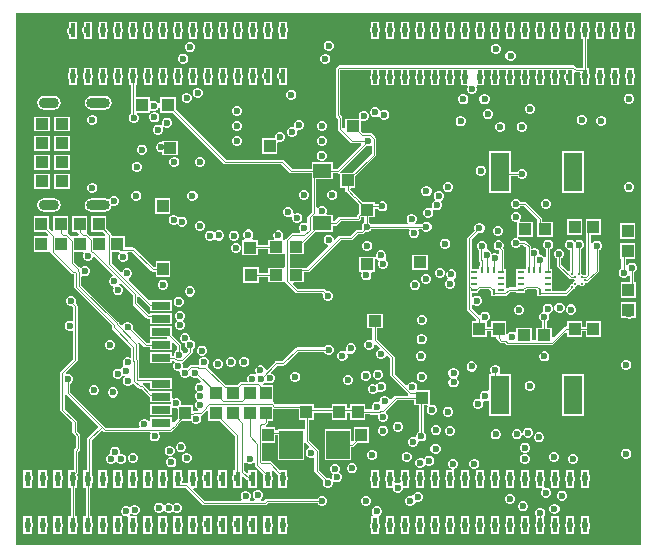
<source format=gbl>
G04*
G04 #@! TF.GenerationSoftware,Altium Limited,Altium Designer,24.4.1 (13)*
G04*
G04 Layer_Physical_Order=4*
G04 Layer_Color=16711680*
%FSLAX44Y44*%
%MOMM*%
G71*
G04*
G04 #@! TF.SameCoordinates,9A945CEE-F102-44BA-A3C3-DB53B066AAF5*
G04*
G04*
G04 #@! TF.FilePolarity,Positive*
G04*
G01*
G75*
%ADD15R,1.0000X1.1000*%
%ADD18R,12.0000X0.5000*%
%ADD19R,1.6000X3.3000*%
%ADD20R,0.5000X12.0000*%
%ADD24R,0.4500X1.2000*%
%ADD29R,1.1000X1.0000*%
%ADD65C,0.1250*%
%ADD66C,0.6000*%
%ADD67O,2.0000X0.9000*%
%ADD68O,1.7000X0.9000*%
%ADD69C,0.8000*%
%ADD71R,1.6000X0.7000*%
%ADD72R,1.5000X1.0000*%
%ADD73R,1.5000X1.2000*%
%ADD74R,6.5000X5.5000*%
%ADD75R,0.4750X0.2500*%
%ADD76R,0.2500X0.4750*%
%ADD77R,2.0000X2.4000*%
%ADD78R,1.1000X1.1000*%
%ADD79C,0.2000*%
G36*
X729525Y989368D02*
X199775D01*
Y1439118D01*
X199878Y1439368D01*
X729525D01*
Y989368D01*
D02*
G37*
%LPC*%
G36*
X429599Y1432250D02*
X422599D01*
Y1427952D01*
X422277Y1427630D01*
X421630Y1426067D01*
Y1424377D01*
X422277Y1422815D01*
X422599Y1422492D01*
Y1417750D01*
X429599D01*
Y1423096D01*
X430130Y1424377D01*
Y1426067D01*
X429599Y1427348D01*
Y1432250D01*
D02*
G37*
G36*
X416899D02*
X409899D01*
Y1427952D01*
X409577Y1427630D01*
X408930Y1426067D01*
Y1424377D01*
X409577Y1422815D01*
X409899Y1422492D01*
Y1417750D01*
X416899D01*
Y1423096D01*
X417430Y1424377D01*
Y1426067D01*
X416899Y1427348D01*
Y1432250D01*
D02*
G37*
G36*
X404199D02*
X397200D01*
Y1427710D01*
X396897Y1427407D01*
X396250Y1425845D01*
Y1424155D01*
X396897Y1422592D01*
X397200Y1422290D01*
Y1417750D01*
X404199D01*
Y1422826D01*
X404750Y1424155D01*
Y1425845D01*
X404199Y1427174D01*
Y1432250D01*
D02*
G37*
G36*
X391499D02*
X384500D01*
Y1427710D01*
X384197Y1427407D01*
X383550Y1425845D01*
Y1424155D01*
X384197Y1422592D01*
X384500Y1422290D01*
Y1417750D01*
X391499D01*
Y1422826D01*
X392050Y1424155D01*
Y1425845D01*
X391499Y1427174D01*
Y1432250D01*
D02*
G37*
G36*
X378800D02*
X371800D01*
Y1427710D01*
X371497Y1427407D01*
X370850Y1425845D01*
Y1424155D01*
X371497Y1422592D01*
X371800Y1422290D01*
Y1417750D01*
X378800D01*
Y1422826D01*
X379350Y1424155D01*
Y1425845D01*
X378800Y1427174D01*
Y1432250D01*
D02*
G37*
G36*
X366100D02*
X359100D01*
Y1427710D01*
X358797Y1427407D01*
X358150Y1425845D01*
Y1424155D01*
X358797Y1422592D01*
X359100Y1422290D01*
Y1417750D01*
X366100D01*
Y1422826D01*
X366650Y1424155D01*
Y1425845D01*
X366100Y1427174D01*
Y1432250D01*
D02*
G37*
G36*
X353400D02*
X346399D01*
Y1427710D01*
X346097Y1427407D01*
X345450Y1425845D01*
Y1424155D01*
X346097Y1422592D01*
X346399Y1422290D01*
Y1417750D01*
X353400D01*
Y1422826D01*
X353950Y1424155D01*
Y1425845D01*
X353400Y1427174D01*
Y1432250D01*
D02*
G37*
G36*
X340700D02*
X333699D01*
Y1427710D01*
X333397Y1427407D01*
X332750Y1425845D01*
Y1424155D01*
X333397Y1422592D01*
X333699Y1422290D01*
Y1417750D01*
X340700D01*
Y1422826D01*
X341250Y1424155D01*
Y1425845D01*
X340700Y1427174D01*
Y1432250D01*
D02*
G37*
G36*
X327999D02*
X320999D01*
Y1427710D01*
X320697Y1427407D01*
X320050Y1425845D01*
Y1424155D01*
X320697Y1422592D01*
X320999Y1422290D01*
Y1417750D01*
X327999D01*
Y1422826D01*
X328550Y1424155D01*
Y1425845D01*
X327999Y1427174D01*
Y1432250D01*
D02*
G37*
G36*
X315299D02*
X308300D01*
Y1427710D01*
X307997Y1427407D01*
X307350Y1425845D01*
Y1424155D01*
X307997Y1422592D01*
X308300Y1422290D01*
Y1417750D01*
X315299D01*
Y1422826D01*
X315850Y1424155D01*
Y1425845D01*
X315299Y1427174D01*
Y1432250D01*
D02*
G37*
G36*
X302600D02*
X295599D01*
Y1427710D01*
X295297Y1427407D01*
X294650Y1425845D01*
Y1424155D01*
X295297Y1422592D01*
X295599Y1422290D01*
Y1417750D01*
X302600D01*
Y1422826D01*
X303150Y1424155D01*
Y1425845D01*
X302600Y1427174D01*
Y1432250D01*
D02*
G37*
G36*
X289900D02*
X282899D01*
Y1427710D01*
X282597Y1427407D01*
X281950Y1425845D01*
Y1424155D01*
X282597Y1422592D01*
X282899Y1422290D01*
Y1417750D01*
X289900D01*
Y1422826D01*
X290450Y1424155D01*
Y1425845D01*
X289900Y1427174D01*
Y1432250D01*
D02*
G37*
G36*
X277199D02*
X270200D01*
Y1427710D01*
X269897Y1427407D01*
X269250Y1425845D01*
Y1424155D01*
X269897Y1422592D01*
X270200Y1422290D01*
Y1417750D01*
X277199D01*
Y1422826D01*
X277750Y1424155D01*
Y1425845D01*
X277199Y1427174D01*
Y1432250D01*
D02*
G37*
G36*
X264499D02*
X257500D01*
Y1428510D01*
X256397Y1427407D01*
X255750Y1425845D01*
Y1424155D01*
X256397Y1422593D01*
X257500Y1421490D01*
Y1417750D01*
X264499D01*
Y1432250D01*
D02*
G37*
G36*
X251800D02*
X244799D01*
Y1427560D01*
X243897Y1426657D01*
X243250Y1425095D01*
Y1423405D01*
X243897Y1421843D01*
X244799Y1420940D01*
Y1417750D01*
X251800D01*
Y1432250D01*
D02*
G37*
G36*
X723400Y1432000D02*
X716400D01*
Y1427411D01*
X716397Y1427407D01*
X715750Y1425845D01*
Y1424155D01*
X716397Y1422592D01*
X716400Y1422589D01*
Y1417500D01*
X723400D01*
Y1422390D01*
X723603Y1422592D01*
X724250Y1424155D01*
Y1425845D01*
X723603Y1427407D01*
X723400Y1427610D01*
Y1432000D01*
D02*
G37*
G36*
X710700D02*
X703700D01*
Y1427411D01*
X703697Y1427407D01*
X703050Y1425845D01*
Y1424155D01*
X703697Y1422592D01*
X703700Y1422589D01*
Y1417500D01*
X710700D01*
Y1422390D01*
X710903Y1422592D01*
X711550Y1424155D01*
Y1425845D01*
X710903Y1427407D01*
X710700Y1427610D01*
Y1432000D01*
D02*
G37*
G36*
X698000D02*
X691000D01*
Y1427411D01*
X690997Y1427407D01*
X690350Y1425845D01*
Y1424155D01*
X690997Y1422592D01*
X691000Y1422589D01*
Y1417500D01*
X698000D01*
Y1422390D01*
X698203Y1422592D01*
X698850Y1424155D01*
Y1425845D01*
X698203Y1427407D01*
X698000Y1427610D01*
Y1432000D01*
D02*
G37*
G36*
X672600D02*
X665600D01*
Y1427411D01*
X665597Y1427407D01*
X664950Y1425845D01*
Y1424155D01*
X665597Y1422592D01*
X665600Y1422589D01*
Y1417500D01*
X672600D01*
Y1422390D01*
X672803Y1422592D01*
X673450Y1424155D01*
Y1425845D01*
X672803Y1427407D01*
X672600Y1427610D01*
Y1432000D01*
D02*
G37*
G36*
X659900D02*
X652900D01*
Y1427411D01*
X652897Y1427407D01*
X652250Y1425845D01*
Y1424155D01*
X652897Y1422592D01*
X652900Y1422589D01*
Y1417500D01*
X659900D01*
Y1422390D01*
X660103Y1422592D01*
X660750Y1424155D01*
Y1425845D01*
X660103Y1427407D01*
X659900Y1427610D01*
Y1432000D01*
D02*
G37*
G36*
X647200D02*
X640200D01*
Y1427411D01*
X640197Y1427407D01*
X639550Y1425845D01*
Y1424155D01*
X640197Y1422592D01*
X640200Y1422589D01*
Y1417500D01*
X647200D01*
Y1422390D01*
X647403Y1422592D01*
X648050Y1424155D01*
Y1425845D01*
X647403Y1427407D01*
X647200Y1427610D01*
Y1432000D01*
D02*
G37*
G36*
X634500D02*
X627500D01*
Y1427295D01*
X626900Y1425845D01*
Y1424154D01*
X627500Y1422705D01*
Y1417500D01*
X634500D01*
Y1422340D01*
X634753Y1422592D01*
X635400Y1424154D01*
Y1425845D01*
X634753Y1427407D01*
X634500Y1427660D01*
Y1432000D01*
D02*
G37*
G36*
X621800D02*
X614800D01*
Y1427295D01*
X614200Y1425845D01*
Y1424154D01*
X614800Y1422705D01*
Y1417500D01*
X621800D01*
Y1422340D01*
X622053Y1422592D01*
X622700Y1424154D01*
Y1425845D01*
X622053Y1427407D01*
X621800Y1427660D01*
Y1432000D01*
D02*
G37*
G36*
X609100D02*
X602100D01*
Y1427295D01*
X601500Y1425845D01*
Y1424154D01*
X602100Y1422705D01*
Y1417500D01*
X609100D01*
Y1422340D01*
X609353Y1422592D01*
X610000Y1424154D01*
Y1425845D01*
X609353Y1427407D01*
X609100Y1427660D01*
Y1432000D01*
D02*
G37*
G36*
X596400D02*
X589400D01*
Y1427295D01*
X588800Y1425845D01*
Y1424154D01*
X589400Y1422705D01*
Y1417500D01*
X596400D01*
Y1422340D01*
X596653Y1422592D01*
X597300Y1424154D01*
Y1425845D01*
X596653Y1427407D01*
X596400Y1427660D01*
Y1432000D01*
D02*
G37*
G36*
X583700D02*
X576700D01*
Y1427295D01*
X576100Y1425845D01*
Y1424154D01*
X576700Y1422705D01*
Y1417500D01*
X583700D01*
Y1422340D01*
X583953Y1422592D01*
X584600Y1424154D01*
Y1425845D01*
X583953Y1427407D01*
X583700Y1427660D01*
Y1432000D01*
D02*
G37*
G36*
X571000D02*
X564000D01*
Y1427295D01*
X563400Y1425845D01*
Y1424154D01*
X564000Y1422705D01*
Y1417500D01*
X571000D01*
Y1422340D01*
X571253Y1422592D01*
X571900Y1424154D01*
Y1425845D01*
X571253Y1427407D01*
X571000Y1427660D01*
Y1432000D01*
D02*
G37*
G36*
X558300D02*
X551300D01*
Y1427295D01*
X550700Y1425845D01*
Y1424154D01*
X551300Y1422705D01*
Y1417500D01*
X558300D01*
Y1422340D01*
X558553Y1422592D01*
X559200Y1424154D01*
Y1425845D01*
X558553Y1427407D01*
X558300Y1427660D01*
Y1432000D01*
D02*
G37*
G36*
X545600D02*
X538600D01*
Y1427295D01*
X538000Y1425845D01*
Y1424154D01*
X538600Y1422705D01*
Y1417500D01*
X545600D01*
Y1422340D01*
X545853Y1422592D01*
X546500Y1424154D01*
Y1425845D01*
X545853Y1427407D01*
X545600Y1427660D01*
Y1432000D01*
D02*
G37*
G36*
X532900D02*
X525900D01*
Y1427295D01*
X525300Y1425845D01*
Y1424154D01*
X525900Y1422705D01*
Y1417500D01*
X532900D01*
Y1422340D01*
X533153Y1422592D01*
X533800Y1424154D01*
Y1425845D01*
X533153Y1427407D01*
X532900Y1427660D01*
Y1432000D01*
D02*
G37*
G36*
X520200D02*
X513200D01*
Y1427295D01*
X512600Y1425845D01*
Y1424154D01*
X513200Y1422705D01*
Y1417500D01*
X520200D01*
Y1422340D01*
X520453Y1422592D01*
X521100Y1424154D01*
Y1425845D01*
X520453Y1427407D01*
X520200Y1427660D01*
Y1432000D01*
D02*
G37*
G36*
X507500D02*
X500500D01*
Y1427295D01*
X499900Y1425845D01*
Y1424154D01*
X500500Y1422705D01*
Y1417500D01*
X507500D01*
Y1422340D01*
X507753Y1422592D01*
X508400Y1424154D01*
Y1425845D01*
X507753Y1427407D01*
X507500Y1427660D01*
Y1432000D01*
D02*
G37*
G36*
X465595Y1416250D02*
X463905D01*
X462343Y1415603D01*
X461147Y1414407D01*
X460500Y1412845D01*
Y1411155D01*
X461147Y1409593D01*
X462343Y1408397D01*
X463905Y1407750D01*
X465595D01*
X467157Y1408397D01*
X468353Y1409593D01*
X469000Y1411155D01*
Y1412845D01*
X468353Y1414407D01*
X467157Y1415603D01*
X465595Y1416250D01*
D02*
G37*
G36*
X348095Y1414750D02*
X346405D01*
X344843Y1414103D01*
X343647Y1412907D01*
X343000Y1411345D01*
Y1409655D01*
X343647Y1408093D01*
X344843Y1406897D01*
X346405Y1406250D01*
X348095D01*
X349657Y1406897D01*
X350853Y1408093D01*
X351500Y1409655D01*
Y1411345D01*
X350853Y1412907D01*
X349657Y1414103D01*
X348095Y1414750D01*
D02*
G37*
G36*
X607095Y1413500D02*
X605405D01*
X603843Y1412853D01*
X602647Y1411657D01*
X602000Y1410095D01*
Y1408405D01*
X602647Y1406843D01*
X603843Y1405647D01*
X605405Y1405000D01*
X607095D01*
X608657Y1405647D01*
X609853Y1406843D01*
X610500Y1408405D01*
Y1410095D01*
X609853Y1411657D01*
X608657Y1412853D01*
X607095Y1413500D01*
D02*
G37*
G36*
X619595Y1407750D02*
X617905D01*
X616343Y1407103D01*
X615147Y1405907D01*
X614500Y1404345D01*
Y1402655D01*
X615147Y1401093D01*
X616343Y1399897D01*
X617905Y1399250D01*
X619595D01*
X621157Y1399897D01*
X622353Y1401093D01*
X623000Y1402655D01*
Y1404345D01*
X622353Y1405907D01*
X621157Y1407103D01*
X619595Y1407750D01*
D02*
G37*
G36*
X342595Y1405250D02*
X340905D01*
X339343Y1404603D01*
X338147Y1403407D01*
X337500Y1401845D01*
Y1400155D01*
X338147Y1398593D01*
X339343Y1397397D01*
X340905Y1396750D01*
X342595D01*
X344157Y1397397D01*
X345353Y1398593D01*
X346000Y1400155D01*
Y1401845D01*
X345353Y1403407D01*
X344157Y1404603D01*
X342595Y1405250D01*
D02*
G37*
G36*
X462845Y1404750D02*
X461155D01*
X459593Y1404103D01*
X458397Y1402907D01*
X457750Y1401345D01*
Y1399655D01*
X458397Y1398093D01*
X459593Y1396897D01*
X461155Y1396250D01*
X462845D01*
X464407Y1396897D01*
X465603Y1398093D01*
X466250Y1399655D01*
Y1401345D01*
X465603Y1402907D01*
X464407Y1404103D01*
X462845Y1404750D01*
D02*
G37*
G36*
X685300Y1432000D02*
X678300D01*
Y1427411D01*
X678297Y1427407D01*
X677650Y1425845D01*
Y1424155D01*
X678297Y1422592D01*
X678300Y1422589D01*
Y1417500D01*
X679988D01*
Y1393037D01*
X675065D01*
X673375Y1394727D01*
X672755Y1395141D01*
X672023Y1395287D01*
X473875D01*
X473144Y1395141D01*
X472523Y1394727D01*
X471148Y1393352D01*
X470734Y1392732D01*
X470588Y1392000D01*
Y1353000D01*
X470734Y1352268D01*
X471148Y1351648D01*
X472588Y1350208D01*
Y1341202D01*
X472734Y1340470D01*
X473148Y1339850D01*
X483100Y1329898D01*
X483720Y1329484D01*
X484452Y1329338D01*
X491752D01*
X492230Y1328183D01*
X471933Y1307887D01*
X468175D01*
Y1313225D01*
X450675D01*
Y1307887D01*
X433615D01*
X426575Y1314927D01*
X425955Y1315341D01*
X425223Y1315487D01*
X377717D01*
X335250Y1357954D01*
Y1368750D01*
X321750D01*
Y1363301D01*
X320500Y1363053D01*
X320353Y1363407D01*
X319157Y1364603D01*
X317595Y1365250D01*
X315905D01*
X314500Y1364668D01*
X313250Y1365144D01*
Y1368750D01*
X301287D01*
Y1378750D01*
X302600D01*
Y1383826D01*
X303150Y1385154D01*
Y1386845D01*
X302600Y1388174D01*
Y1393250D01*
X295599D01*
Y1388710D01*
X295297Y1388407D01*
X294650Y1386845D01*
Y1385154D01*
X295297Y1383592D01*
X295599Y1383290D01*
Y1378750D01*
X297463D01*
Y1354153D01*
X297343Y1354103D01*
X296147Y1352907D01*
X295500Y1351345D01*
Y1349655D01*
X296147Y1348093D01*
X297343Y1346897D01*
X298905Y1346250D01*
X300595D01*
X302157Y1346897D01*
X303353Y1348093D01*
X304000Y1349655D01*
Y1351345D01*
X303353Y1352907D01*
X302260Y1354000D01*
X302316Y1354476D01*
X302644Y1355250D01*
X313250D01*
Y1356856D01*
X314500Y1357332D01*
X315905Y1356750D01*
X317595D01*
X319157Y1357397D01*
X320353Y1358593D01*
X320500Y1358947D01*
X321750Y1358699D01*
Y1355250D01*
X332546D01*
X375574Y1312223D01*
X376194Y1311809D01*
X376925Y1311663D01*
X424431D01*
X431471Y1304623D01*
X432091Y1304209D01*
X432823Y1304063D01*
X450675D01*
Y1300785D01*
X450638Y1300600D01*
Y1271240D01*
X447258Y1267860D01*
X446844Y1267240D01*
X446698Y1266508D01*
Y1262445D01*
X445448Y1261656D01*
X444580Y1262015D01*
X442890D01*
X441328Y1261368D01*
X440132Y1260172D01*
X439485Y1258610D01*
Y1256920D01*
X440132Y1255358D01*
X440868Y1254621D01*
X440351Y1253371D01*
X434161D01*
X433430Y1253225D01*
X432810Y1252811D01*
X428523Y1248525D01*
X428109Y1247905D01*
X428000Y1247357D01*
X426750Y1247480D01*
Y1247750D01*
X426394D01*
X425918Y1249000D01*
X426500Y1250405D01*
Y1252095D01*
X425853Y1253657D01*
X424657Y1254853D01*
X423095Y1255500D01*
X421405D01*
X419843Y1254853D01*
X418647Y1253657D01*
X418000Y1252095D01*
Y1250405D01*
X418582Y1249000D01*
X418106Y1247750D01*
X413250D01*
Y1243412D01*
X405250D01*
Y1247750D01*
X400403D01*
X399885Y1249000D01*
X400478Y1249593D01*
X401125Y1251155D01*
Y1252845D01*
X400478Y1254407D01*
X399282Y1255603D01*
X397720Y1256250D01*
X396030D01*
X394468Y1255603D01*
X393272Y1254407D01*
X392625Y1252845D01*
Y1251155D01*
X393272Y1249593D01*
X393865Y1249000D01*
X393347Y1247750D01*
X391750D01*
Y1234250D01*
X405250D01*
Y1239588D01*
X413250D01*
Y1235250D01*
X426713D01*
X426750Y1235250D01*
X427963Y1235162D01*
Y1224955D01*
X427250Y1224000D01*
X426713Y1224000D01*
X413750D01*
Y1219662D01*
X405500D01*
Y1224500D01*
X392000D01*
Y1211000D01*
X405500D01*
Y1215838D01*
X413750D01*
Y1211500D01*
X426951D01*
X427250Y1211500D01*
X428439Y1211352D01*
X428523Y1211225D01*
X437000Y1202748D01*
X437621Y1202334D01*
X438352Y1202188D01*
X459294D01*
X460091Y1201190D01*
X460000Y1200970D01*
Y1199280D01*
X460647Y1197718D01*
X461843Y1196522D01*
X463405Y1195875D01*
X465095D01*
X466657Y1196522D01*
X467853Y1197718D01*
X468500Y1199280D01*
Y1200970D01*
X467853Y1202533D01*
X466657Y1203728D01*
X465095Y1204375D01*
X463405D01*
X462909Y1204170D01*
X461627Y1205452D01*
X461007Y1205866D01*
X460275Y1206012D01*
X439144D01*
X434810Y1210345D01*
X435289Y1211500D01*
X444250D01*
Y1220213D01*
X447327D01*
X448059Y1220359D01*
X448679Y1220773D01*
X475119Y1247213D01*
X483923D01*
X484655Y1247359D01*
X485275Y1247773D01*
X489715Y1252213D01*
X492875D01*
X493606Y1252359D01*
X494227Y1252773D01*
X495659Y1254205D01*
X496155Y1254000D01*
X497845D01*
X499407Y1254647D01*
X500603Y1255843D01*
X501015Y1256838D01*
X533060D01*
X533578Y1255588D01*
X533397Y1255407D01*
X532750Y1253845D01*
Y1252155D01*
X533397Y1250593D01*
X534593Y1249397D01*
X536155Y1248750D01*
X537845D01*
X539407Y1249397D01*
X540603Y1250593D01*
X541250Y1252155D01*
Y1253845D01*
X540603Y1255407D01*
X540422Y1255588D01*
X540940Y1256838D01*
X543817D01*
X544022Y1256343D01*
X545218Y1255147D01*
X546780Y1254500D01*
X548470D01*
X550033Y1255147D01*
X551228Y1256343D01*
X551875Y1257905D01*
Y1259595D01*
X551228Y1261157D01*
X550033Y1262353D01*
X548470Y1263000D01*
X546780D01*
X545218Y1262353D01*
X544022Y1261157D01*
X543817Y1260662D01*
X538607D01*
X538089Y1261912D01*
X538645Y1262467D01*
X539292Y1264030D01*
Y1265720D01*
X538645Y1267282D01*
X537450Y1268478D01*
X535888Y1269125D01*
X534197D01*
X532635Y1268478D01*
X531439Y1267282D01*
X530792Y1265720D01*
Y1264030D01*
X531439Y1262467D01*
X531995Y1261912D01*
X531477Y1260662D01*
X500599D01*
X499407Y1261853D01*
X498912Y1262058D01*
Y1266750D01*
X504000D01*
Y1273838D01*
X506442D01*
X506647Y1273343D01*
X507843Y1272147D01*
X509405Y1271500D01*
X511095D01*
X512657Y1272147D01*
X513853Y1273343D01*
X514500Y1274905D01*
Y1276595D01*
X513853Y1278157D01*
X512657Y1279353D01*
X511095Y1280000D01*
X509405D01*
X507843Y1279353D01*
X506647Y1278157D01*
X506442Y1277662D01*
X504000D01*
Y1279250D01*
X494204D01*
X488039Y1285414D01*
X487419Y1285829D01*
X487364Y1285840D01*
X482953Y1290250D01*
X483366Y1291500D01*
X487500D01*
Y1301297D01*
X504352Y1318149D01*
X504766Y1318769D01*
X504912Y1319500D01*
Y1333269D01*
X504766Y1334001D01*
X504352Y1334621D01*
X501424Y1337549D01*
X500804Y1337963D01*
X500072Y1338109D01*
X493595D01*
X491750Y1339953D01*
Y1347686D01*
X493000Y1348521D01*
X493655Y1348250D01*
X495345D01*
X496907Y1348897D01*
X498103Y1350092D01*
X498750Y1351655D01*
Y1353345D01*
X498103Y1354907D01*
X496907Y1356103D01*
X495345Y1356750D01*
X493655D01*
X492093Y1356103D01*
X490897Y1354907D01*
X490250Y1353345D01*
Y1351655D01*
X490521Y1351000D01*
X489686Y1349750D01*
X478250D01*
Y1342363D01*
X477000Y1341796D01*
X476412Y1342260D01*
Y1351000D01*
X476266Y1351732D01*
X475852Y1352352D01*
X474412Y1353792D01*
Y1391208D01*
X474667Y1391463D01*
X500500D01*
Y1387610D01*
X500297Y1387407D01*
X499650Y1385845D01*
Y1384154D01*
X500297Y1382592D01*
X500500Y1382389D01*
Y1378500D01*
X507500D01*
Y1382590D01*
X507503Y1382592D01*
X508150Y1384154D01*
Y1385845D01*
X507503Y1387407D01*
X507500Y1387410D01*
Y1391463D01*
X513200D01*
Y1387610D01*
X512997Y1387407D01*
X512350Y1385845D01*
Y1384154D01*
X512997Y1382592D01*
X513200Y1382389D01*
Y1378500D01*
X520200D01*
Y1382590D01*
X520203Y1382592D01*
X520850Y1384154D01*
Y1385845D01*
X520203Y1387407D01*
X520200Y1387410D01*
Y1391463D01*
X525900D01*
Y1387610D01*
X525697Y1387407D01*
X525050Y1385845D01*
Y1384154D01*
X525697Y1382592D01*
X525900Y1382389D01*
Y1378500D01*
X532900D01*
Y1382590D01*
X532903Y1382592D01*
X533550Y1384154D01*
Y1385845D01*
X532903Y1387407D01*
X532900Y1387410D01*
Y1391463D01*
X538600D01*
Y1387610D01*
X538397Y1387407D01*
X537750Y1385845D01*
Y1384154D01*
X538397Y1382592D01*
X538600Y1382389D01*
Y1378500D01*
X545600D01*
Y1382590D01*
X545603Y1382592D01*
X546250Y1384154D01*
Y1385845D01*
X545603Y1387407D01*
X545600Y1387410D01*
Y1391463D01*
X551300D01*
Y1387610D01*
X551097Y1387407D01*
X550450Y1385845D01*
Y1384154D01*
X551097Y1382592D01*
X551300Y1382389D01*
Y1378500D01*
X558300D01*
Y1382590D01*
X558303Y1382592D01*
X558950Y1384154D01*
Y1385845D01*
X558303Y1387407D01*
X558300Y1387410D01*
Y1391463D01*
X564000D01*
Y1387610D01*
X563797Y1387407D01*
X563150Y1385845D01*
Y1384154D01*
X563797Y1382592D01*
X564000Y1382389D01*
Y1378500D01*
X571000D01*
Y1382590D01*
X571003Y1382592D01*
X571650Y1384154D01*
Y1385845D01*
X571003Y1387407D01*
X571000Y1387410D01*
Y1391463D01*
X576700D01*
Y1387610D01*
X576497Y1387407D01*
X575850Y1385845D01*
Y1384154D01*
X576497Y1382592D01*
X576700Y1382389D01*
Y1378500D01*
X582009D01*
X582486Y1377250D01*
X581906Y1375849D01*
Y1374158D01*
X582553Y1372596D01*
X583748Y1371401D01*
X585310Y1370754D01*
X587001D01*
X588563Y1371401D01*
X589759Y1372596D01*
X590406Y1374158D01*
Y1375849D01*
X589825Y1377250D01*
X590089Y1377942D01*
X590437Y1378500D01*
X596400D01*
Y1382590D01*
X596403Y1382592D01*
X597050Y1384154D01*
Y1385845D01*
X596403Y1387407D01*
X596400Y1387410D01*
Y1391463D01*
X602100D01*
Y1387610D01*
X601897Y1387407D01*
X601250Y1385845D01*
Y1384154D01*
X601897Y1382592D01*
X602100Y1382389D01*
Y1378500D01*
X609100D01*
Y1382590D01*
X609103Y1382592D01*
X609750Y1384154D01*
Y1385845D01*
X609103Y1387407D01*
X609100Y1387410D01*
Y1391463D01*
X614800D01*
Y1387610D01*
X614597Y1387407D01*
X613950Y1385845D01*
Y1384154D01*
X614597Y1382592D01*
X614800Y1382389D01*
Y1378500D01*
X621800D01*
Y1382590D01*
X621803Y1382592D01*
X622450Y1384154D01*
Y1385845D01*
X621803Y1387407D01*
X621800Y1387410D01*
Y1391463D01*
X627500D01*
Y1387610D01*
X627297Y1387407D01*
X626650Y1385845D01*
Y1384154D01*
X627297Y1382592D01*
X627500Y1382389D01*
Y1378500D01*
X634500D01*
Y1382590D01*
X634503Y1382592D01*
X635150Y1384154D01*
Y1385845D01*
X634503Y1387407D01*
X634500Y1387410D01*
Y1391463D01*
X640200D01*
Y1387610D01*
X639997Y1387407D01*
X639350Y1385845D01*
Y1384154D01*
X639997Y1382592D01*
X640200Y1382389D01*
Y1378500D01*
X647200D01*
Y1382590D01*
X647203Y1382592D01*
X647850Y1384154D01*
Y1385845D01*
X647203Y1387407D01*
X647200Y1387410D01*
Y1391463D01*
X652900D01*
Y1388411D01*
X652897Y1388408D01*
X652250Y1386846D01*
Y1385155D01*
X652897Y1383593D01*
X652900Y1383589D01*
Y1378500D01*
X659900D01*
Y1383390D01*
X660103Y1383593D01*
X660750Y1385155D01*
Y1386846D01*
X660103Y1388408D01*
X659900Y1388610D01*
Y1391463D01*
X665600D01*
Y1388611D01*
X664897Y1387907D01*
X664250Y1386345D01*
Y1384655D01*
X664897Y1383093D01*
X665600Y1382389D01*
Y1378500D01*
X672600D01*
Y1384293D01*
X672750Y1384655D01*
Y1386345D01*
X672600Y1386707D01*
Y1388485D01*
X672910Y1388772D01*
X673850Y1389298D01*
X674273Y1389214D01*
X677381D01*
X677543Y1389071D01*
X678113Y1387964D01*
X677650Y1386846D01*
Y1385155D01*
X678297Y1383593D01*
X678300Y1383589D01*
Y1378500D01*
X685300D01*
Y1383390D01*
X685503Y1383593D01*
X686150Y1385155D01*
Y1386846D01*
X685503Y1388408D01*
X685300Y1388610D01*
Y1393000D01*
X683812D01*
Y1417500D01*
X685300D01*
Y1422390D01*
X685503Y1422592D01*
X686150Y1424155D01*
Y1425845D01*
X685503Y1427407D01*
X685300Y1427610D01*
Y1432000D01*
D02*
G37*
G36*
X429599Y1393250D02*
X422599D01*
Y1389202D01*
X422027Y1388629D01*
X421380Y1387067D01*
Y1385377D01*
X422027Y1383815D01*
X422599Y1383242D01*
Y1378750D01*
X429599D01*
Y1384700D01*
X429880Y1385377D01*
Y1387067D01*
X429599Y1387744D01*
Y1393250D01*
D02*
G37*
G36*
X416899D02*
X409899D01*
Y1389202D01*
X409327Y1388629D01*
X408680Y1387067D01*
Y1385377D01*
X409327Y1383815D01*
X409899Y1383242D01*
Y1378750D01*
X416899D01*
Y1384700D01*
X417180Y1385377D01*
Y1387067D01*
X416899Y1387744D01*
Y1393250D01*
D02*
G37*
G36*
X404199D02*
X397200D01*
Y1388710D01*
X396897Y1388407D01*
X396250Y1386845D01*
Y1385154D01*
X396897Y1383592D01*
X397200Y1383290D01*
Y1378750D01*
X404199D01*
Y1383826D01*
X404750Y1385154D01*
Y1386845D01*
X404199Y1388174D01*
Y1393250D01*
D02*
G37*
G36*
X391499D02*
X384500D01*
Y1388710D01*
X384197Y1388407D01*
X383550Y1386845D01*
Y1385154D01*
X384197Y1383592D01*
X384500Y1383290D01*
Y1378750D01*
X391499D01*
Y1383826D01*
X392050Y1385154D01*
Y1386845D01*
X391499Y1388174D01*
Y1393250D01*
D02*
G37*
G36*
X378800D02*
X371800D01*
Y1388710D01*
X371497Y1388407D01*
X370850Y1386845D01*
Y1385154D01*
X371497Y1383592D01*
X371800Y1383290D01*
Y1378750D01*
X378800D01*
Y1383826D01*
X379350Y1385154D01*
Y1386845D01*
X378800Y1388174D01*
Y1393250D01*
D02*
G37*
G36*
X366100D02*
X359100D01*
Y1388710D01*
X358797Y1388407D01*
X358150Y1386845D01*
Y1385154D01*
X358797Y1383592D01*
X359100Y1383290D01*
Y1378750D01*
X366100D01*
Y1383826D01*
X366650Y1385154D01*
Y1386845D01*
X366100Y1388174D01*
Y1393250D01*
D02*
G37*
G36*
X353400D02*
X346399D01*
Y1388710D01*
X346097Y1388407D01*
X345450Y1386845D01*
Y1385154D01*
X346097Y1383592D01*
X346399Y1383290D01*
Y1378750D01*
X353400D01*
Y1383826D01*
X353950Y1385154D01*
Y1386845D01*
X353400Y1388174D01*
Y1393250D01*
D02*
G37*
G36*
X340700D02*
X333699D01*
Y1388710D01*
X333397Y1388407D01*
X332750Y1386845D01*
Y1385154D01*
X333397Y1383592D01*
X333699Y1383290D01*
Y1378750D01*
X340700D01*
Y1383826D01*
X341250Y1385154D01*
Y1386845D01*
X340700Y1388174D01*
Y1393250D01*
D02*
G37*
G36*
X327999D02*
X320999D01*
Y1388710D01*
X320697Y1388407D01*
X320050Y1386845D01*
Y1385154D01*
X320697Y1383592D01*
X320999Y1383290D01*
Y1378750D01*
X327999D01*
Y1383826D01*
X328550Y1385154D01*
Y1386845D01*
X327999Y1388174D01*
Y1393250D01*
D02*
G37*
G36*
X315299D02*
X308300D01*
Y1388710D01*
X307997Y1388407D01*
X307350Y1386845D01*
Y1385154D01*
X307997Y1383592D01*
X308300Y1383290D01*
Y1378750D01*
X315299D01*
Y1383826D01*
X315850Y1385154D01*
Y1386845D01*
X315299Y1388174D01*
Y1393250D01*
D02*
G37*
G36*
X289900D02*
X282899D01*
Y1388710D01*
X282597Y1388407D01*
X281950Y1386845D01*
Y1385154D01*
X282597Y1383592D01*
X282899Y1383290D01*
Y1378750D01*
X289900D01*
Y1383826D01*
X290450Y1385154D01*
Y1386845D01*
X289900Y1388174D01*
Y1393250D01*
D02*
G37*
G36*
X277199D02*
X270200D01*
Y1388710D01*
X269897Y1388407D01*
X269250Y1386845D01*
Y1385154D01*
X269897Y1383592D01*
X270200Y1383290D01*
Y1378750D01*
X277199D01*
Y1383826D01*
X277750Y1385154D01*
Y1386845D01*
X277199Y1388174D01*
Y1393250D01*
D02*
G37*
G36*
X264499D02*
X257500D01*
Y1388710D01*
X257197Y1388407D01*
X256550Y1386845D01*
Y1385154D01*
X257197Y1383592D01*
X257500Y1383290D01*
Y1378750D01*
X264499D01*
Y1383826D01*
X265050Y1385154D01*
Y1386845D01*
X264499Y1388174D01*
Y1393250D01*
D02*
G37*
G36*
X251800D02*
X244799D01*
Y1388710D01*
X244497Y1388407D01*
X243850Y1386845D01*
Y1385154D01*
X244497Y1383592D01*
X244799Y1383290D01*
Y1378750D01*
X251800D01*
Y1383826D01*
X252350Y1385154D01*
Y1386845D01*
X251800Y1388174D01*
Y1393250D01*
D02*
G37*
G36*
X723400Y1393000D02*
X716400D01*
Y1388411D01*
X716397Y1388408D01*
X715750Y1386846D01*
Y1385155D01*
X716397Y1383593D01*
X716400Y1383589D01*
Y1378500D01*
X723400D01*
Y1383390D01*
X723603Y1383593D01*
X724250Y1385155D01*
Y1386846D01*
X723603Y1388408D01*
X723400Y1388610D01*
Y1393000D01*
D02*
G37*
G36*
X710700D02*
X703700D01*
Y1388411D01*
X703697Y1388408D01*
X703050Y1386846D01*
Y1385155D01*
X703697Y1383593D01*
X703700Y1383589D01*
Y1378500D01*
X710700D01*
Y1383390D01*
X710903Y1383593D01*
X711550Y1385155D01*
Y1386846D01*
X710903Y1388408D01*
X710700Y1388610D01*
Y1393000D01*
D02*
G37*
G36*
X698000D02*
X691000D01*
Y1388411D01*
X690997Y1388408D01*
X690350Y1386846D01*
Y1385155D01*
X690997Y1383593D01*
X691000Y1383589D01*
Y1378500D01*
X698000D01*
Y1383390D01*
X698203Y1383593D01*
X698850Y1385155D01*
Y1386846D01*
X698203Y1388408D01*
X698000Y1388610D01*
Y1393000D01*
D02*
G37*
G36*
X354672Y1376007D02*
X352981D01*
X351419Y1375360D01*
X350223Y1374165D01*
X349576Y1372603D01*
Y1370912D01*
X350223Y1369350D01*
X351419Y1368154D01*
X352981Y1367507D01*
X354672D01*
X356234Y1368154D01*
X357429Y1369350D01*
X358076Y1370912D01*
Y1372603D01*
X357429Y1374165D01*
X356234Y1375360D01*
X354672Y1376007D01*
D02*
G37*
G36*
X434095Y1374750D02*
X432405D01*
X430843Y1374103D01*
X429647Y1372907D01*
X429000Y1371345D01*
Y1369655D01*
X429647Y1368093D01*
X430843Y1366897D01*
X432405Y1366250D01*
X434095D01*
X435657Y1366897D01*
X436853Y1368093D01*
X437500Y1369655D01*
Y1371345D01*
X436853Y1372907D01*
X435657Y1374103D01*
X434095Y1374750D01*
D02*
G37*
G36*
X345345Y1372000D02*
X343655D01*
X342093Y1371353D01*
X340897Y1370157D01*
X340250Y1368595D01*
Y1366905D01*
X340897Y1365343D01*
X342093Y1364147D01*
X343655Y1363500D01*
X345345D01*
X346907Y1364147D01*
X348103Y1365343D01*
X348750Y1366905D01*
Y1368595D01*
X348103Y1370157D01*
X346907Y1371353D01*
X345345Y1372000D01*
D02*
G37*
G36*
X719845Y1371250D02*
X718154D01*
X716592Y1370603D01*
X715397Y1369408D01*
X714750Y1367846D01*
Y1366155D01*
X715397Y1364593D01*
X716592Y1363397D01*
X718154Y1362750D01*
X719845D01*
X721407Y1363397D01*
X722603Y1364593D01*
X723250Y1366155D01*
Y1367846D01*
X722603Y1369408D01*
X721407Y1370603D01*
X719845Y1371250D01*
D02*
G37*
G36*
X597595Y1370750D02*
X595905D01*
X594342Y1370103D01*
X593147Y1368907D01*
X592500Y1367345D01*
Y1365655D01*
X593147Y1364093D01*
X594342Y1362897D01*
X595905Y1362250D01*
X597595D01*
X599157Y1362897D01*
X600353Y1364093D01*
X601000Y1365655D01*
Y1367345D01*
X600353Y1368907D01*
X599157Y1370103D01*
X597595Y1370750D01*
D02*
G37*
G36*
X579595D02*
X577905D01*
X576343Y1370103D01*
X575147Y1368907D01*
X574500Y1367345D01*
Y1365655D01*
X575147Y1364093D01*
X576343Y1362897D01*
X577905Y1362250D01*
X579595D01*
X581157Y1362897D01*
X582353Y1364093D01*
X583000Y1365655D01*
Y1367345D01*
X582353Y1368907D01*
X581157Y1370103D01*
X579595Y1370750D01*
D02*
G37*
G36*
X275200Y1369362D02*
X264200D01*
X261957Y1368916D01*
X260055Y1367645D01*
X258784Y1365743D01*
X258337Y1363500D01*
X258784Y1361256D01*
X260055Y1359354D01*
X261957Y1358083D01*
X264200Y1357637D01*
X275200D01*
X277444Y1358083D01*
X279346Y1359354D01*
X280617Y1361256D01*
X281063Y1363500D01*
X280617Y1365743D01*
X279346Y1367645D01*
X277444Y1368916D01*
X275200Y1369362D01*
D02*
G37*
G36*
X232000D02*
X224000D01*
X221756Y1368916D01*
X219855Y1367645D01*
X218584Y1365743D01*
X218137Y1363500D01*
X218584Y1361256D01*
X219855Y1359354D01*
X221756Y1358083D01*
X224000Y1357637D01*
X232000D01*
X234244Y1358083D01*
X236145Y1359354D01*
X237416Y1361256D01*
X237863Y1363500D01*
X237416Y1365743D01*
X236145Y1367645D01*
X234244Y1368916D01*
X232000Y1369362D01*
D02*
G37*
G36*
X636095Y1362500D02*
X634405D01*
X632843Y1361853D01*
X631647Y1360657D01*
X631000Y1359095D01*
Y1357405D01*
X631647Y1355843D01*
X632843Y1354647D01*
X634405Y1354000D01*
X636095D01*
X637657Y1354647D01*
X638853Y1355843D01*
X639500Y1357405D01*
Y1359095D01*
X638853Y1360657D01*
X637657Y1361853D01*
X636095Y1362500D01*
D02*
G37*
G36*
X387846Y1360800D02*
X386155D01*
X384593Y1360153D01*
X383397Y1358957D01*
X382750Y1357395D01*
Y1355704D01*
X383397Y1354142D01*
X384593Y1352947D01*
X386155Y1352300D01*
X387846D01*
X389408Y1352947D01*
X390603Y1354142D01*
X391250Y1355704D01*
Y1357395D01*
X390603Y1358957D01*
X389408Y1360153D01*
X387846Y1360800D01*
D02*
G37*
G36*
X600345Y1358000D02*
X598655D01*
X597093Y1357353D01*
X595897Y1356157D01*
X595250Y1354595D01*
Y1352905D01*
X595897Y1351343D01*
X597093Y1350147D01*
X598655Y1349500D01*
X600345D01*
X601907Y1350147D01*
X603103Y1351343D01*
X603750Y1352905D01*
Y1354595D01*
X603103Y1356157D01*
X601907Y1357353D01*
X600345Y1358000D01*
D02*
G37*
G36*
X505028Y1359575D02*
X503338D01*
X501776Y1358928D01*
X500580Y1357732D01*
X499933Y1356170D01*
Y1354479D01*
X500580Y1352917D01*
X501776Y1351722D01*
X503338Y1351075D01*
X505028D01*
X506590Y1351722D01*
X506727Y1351858D01*
X508201Y1351565D01*
X508397Y1351093D01*
X509593Y1349897D01*
X511155Y1349250D01*
X512845D01*
X514407Y1349897D01*
X515603Y1351093D01*
X516250Y1352655D01*
Y1354345D01*
X515603Y1355907D01*
X514407Y1357103D01*
X512845Y1357750D01*
X511155D01*
X509593Y1357103D01*
X509456Y1356967D01*
X507982Y1357260D01*
X507786Y1357732D01*
X506590Y1358928D01*
X505028Y1359575D01*
D02*
G37*
G36*
X318095Y1355500D02*
X316405D01*
X314843Y1354853D01*
X313647Y1353657D01*
X313000Y1352095D01*
Y1350405D01*
X313647Y1348843D01*
X314843Y1347647D01*
X316405Y1347000D01*
X318095D01*
X319657Y1347647D01*
X320853Y1348843D01*
X321500Y1350405D01*
Y1352095D01*
X320853Y1353657D01*
X319657Y1354853D01*
X318095Y1355500D01*
D02*
G37*
G36*
X265645Y1353400D02*
X263955D01*
X262393Y1352753D01*
X261197Y1351557D01*
X260550Y1349995D01*
Y1348304D01*
X261197Y1346743D01*
X262393Y1345547D01*
X263955Y1344900D01*
X265645D01*
X267208Y1345547D01*
X268403Y1346743D01*
X269050Y1348304D01*
Y1349995D01*
X268403Y1351557D01*
X267208Y1352753D01*
X265645Y1353400D01*
D02*
G37*
G36*
X679845Y1353000D02*
X678155D01*
X676593Y1352353D01*
X675397Y1351157D01*
X674750Y1349595D01*
Y1347905D01*
X675397Y1346343D01*
X676593Y1345147D01*
X678155Y1344500D01*
X679845D01*
X681407Y1345147D01*
X682603Y1346343D01*
X683250Y1347905D01*
Y1349595D01*
X682603Y1351157D01*
X681407Y1352353D01*
X679845Y1353000D01*
D02*
G37*
G36*
X328845Y1351000D02*
X327155D01*
X325593Y1350353D01*
X324397Y1349157D01*
X323750Y1347595D01*
Y1345905D01*
X324193Y1344835D01*
X323133Y1344127D01*
X322907Y1344353D01*
X321345Y1345000D01*
X319655D01*
X318093Y1344353D01*
X316897Y1343157D01*
X316250Y1341595D01*
Y1339905D01*
X316897Y1338343D01*
X318093Y1337147D01*
X319655Y1336500D01*
X321345D01*
X322907Y1337147D01*
X324103Y1338343D01*
X324750Y1339905D01*
Y1341595D01*
X324307Y1342665D01*
X325367Y1343373D01*
X325593Y1343147D01*
X327155Y1342500D01*
X328845D01*
X330407Y1343147D01*
X331603Y1344343D01*
X332250Y1345905D01*
Y1347595D01*
X331603Y1349157D01*
X330407Y1350353D01*
X328845Y1351000D01*
D02*
G37*
G36*
X696595Y1352500D02*
X694905D01*
X693343Y1351853D01*
X692147Y1350657D01*
X691500Y1349095D01*
Y1347405D01*
X692147Y1345843D01*
X693343Y1344647D01*
X694905Y1344000D01*
X696595D01*
X698157Y1344647D01*
X699353Y1345843D01*
X700000Y1347405D01*
Y1349095D01*
X699353Y1350657D01*
X698157Y1351853D01*
X696595Y1352500D01*
D02*
G37*
G36*
X577345Y1352125D02*
X575655D01*
X574093Y1351478D01*
X572897Y1350282D01*
X572250Y1348721D01*
Y1347030D01*
X572897Y1345468D01*
X574093Y1344272D01*
X575655Y1343625D01*
X577345D01*
X578907Y1344272D01*
X580103Y1345468D01*
X580750Y1347030D01*
Y1348721D01*
X580103Y1350282D01*
X578907Y1351478D01*
X577345Y1352125D01*
D02*
G37*
G36*
X459846Y1348100D02*
X458155D01*
X456593Y1347453D01*
X455397Y1346257D01*
X454750Y1344695D01*
Y1343004D01*
X455397Y1341443D01*
X456593Y1340247D01*
X458155Y1339600D01*
X459846D01*
X461408Y1340247D01*
X462603Y1341443D01*
X463250Y1343004D01*
Y1344695D01*
X462603Y1346257D01*
X461408Y1347453D01*
X459846Y1348100D01*
D02*
G37*
G36*
X387846D02*
X386155D01*
X384593Y1347453D01*
X383397Y1346257D01*
X382750Y1344695D01*
Y1343004D01*
X383397Y1341443D01*
X384593Y1340247D01*
X386155Y1339600D01*
X387846D01*
X389408Y1340247D01*
X390603Y1341443D01*
X391250Y1343004D01*
Y1344695D01*
X390603Y1346257D01*
X389408Y1347453D01*
X387846Y1348100D01*
D02*
G37*
G36*
X245750Y1351750D02*
X232250D01*
Y1339250D01*
X245750D01*
Y1351750D01*
D02*
G37*
G36*
X228750D02*
X215250D01*
Y1339250D01*
X228750D01*
Y1351750D01*
D02*
G37*
G36*
X629096Y1347250D02*
X627405D01*
X625843Y1346603D01*
X624647Y1345408D01*
X624000Y1343845D01*
Y1342155D01*
X624647Y1340593D01*
X625843Y1339397D01*
X627405Y1338750D01*
X629096D01*
X630658Y1339397D01*
X631853Y1340593D01*
X632500Y1342155D01*
Y1343845D01*
X631853Y1345408D01*
X630658Y1346603D01*
X629096Y1347250D01*
D02*
G37*
G36*
X611096D02*
X609405D01*
X607843Y1346603D01*
X606647Y1345408D01*
X606000Y1343845D01*
Y1342155D01*
X606647Y1340593D01*
X607843Y1339397D01*
X609405Y1338750D01*
X611096D01*
X612658Y1339397D01*
X613853Y1340593D01*
X614500Y1342155D01*
Y1343845D01*
X613853Y1345408D01*
X612658Y1346603D01*
X611096Y1347250D01*
D02*
G37*
G36*
X440595Y1349000D02*
X438905D01*
X437343Y1348353D01*
X436147Y1347157D01*
X435500Y1345595D01*
Y1344082D01*
X435257Y1343680D01*
X434522Y1343000D01*
X433155D01*
X431593Y1342353D01*
X430397Y1341157D01*
X429750Y1339595D01*
Y1337905D01*
X430397Y1336343D01*
X431593Y1335147D01*
X433155Y1334500D01*
X434845D01*
X436407Y1335147D01*
X437603Y1336343D01*
X438250Y1337905D01*
Y1339418D01*
X438493Y1339821D01*
X439228Y1340500D01*
X440595D01*
X442157Y1341147D01*
X443353Y1342343D01*
X444000Y1343905D01*
Y1345595D01*
X443353Y1347157D01*
X442157Y1348353D01*
X440595Y1349000D01*
D02*
G37*
G36*
X424587Y1338765D02*
X422897D01*
X421334Y1338118D01*
X420139Y1336922D01*
X419492Y1335360D01*
Y1333750D01*
X408750D01*
Y1320250D01*
X421250D01*
Y1329594D01*
X422500Y1330429D01*
X422897Y1330265D01*
X424587D01*
X426149Y1330912D01*
X427345Y1332107D01*
X427992Y1333669D01*
Y1335360D01*
X427345Y1336922D01*
X426149Y1338118D01*
X424587Y1338765D01*
D02*
G37*
G36*
X459846Y1335400D02*
X458155D01*
X456593Y1334753D01*
X455397Y1333557D01*
X454750Y1331995D01*
Y1330305D01*
X455397Y1328743D01*
X456593Y1327547D01*
X458155Y1326900D01*
X459846D01*
X461408Y1327547D01*
X462603Y1328743D01*
X463250Y1330305D01*
Y1331995D01*
X462603Y1333557D01*
X461408Y1334753D01*
X459846Y1335400D01*
D02*
G37*
G36*
X387846D02*
X386155D01*
X384593Y1334753D01*
X383397Y1333557D01*
X382750Y1331995D01*
Y1330305D01*
X383397Y1328743D01*
X384593Y1327547D01*
X386155Y1326900D01*
X387846D01*
X389408Y1327547D01*
X390603Y1328743D01*
X391250Y1330305D01*
Y1331995D01*
X390603Y1333557D01*
X389408Y1334753D01*
X387846Y1335400D01*
D02*
G37*
G36*
X246000Y1335500D02*
X232500D01*
Y1323000D01*
X246000D01*
Y1335500D01*
D02*
G37*
G36*
X229000D02*
X215500D01*
Y1323000D01*
X229000D01*
Y1335500D01*
D02*
G37*
G36*
X307470Y1328125D02*
X305780D01*
X304218Y1327478D01*
X303022Y1326282D01*
X302375Y1324720D01*
Y1323030D01*
X303022Y1321468D01*
X304218Y1320272D01*
X305780Y1319625D01*
X307470D01*
X309032Y1320272D01*
X310228Y1321468D01*
X310875Y1323030D01*
Y1324720D01*
X310228Y1326282D01*
X309032Y1327478D01*
X307470Y1328125D01*
D02*
G37*
G36*
X337000Y1331500D02*
X323500D01*
Y1330000D01*
X322280D01*
X320718Y1329353D01*
X319522Y1328158D01*
X318875Y1326595D01*
Y1324905D01*
X319522Y1323343D01*
X320718Y1322147D01*
X322280Y1321500D01*
X323500D01*
Y1319000D01*
X337000D01*
Y1331500D01*
D02*
G37*
G36*
X459595Y1323000D02*
X457905D01*
X456343Y1322353D01*
X455147Y1321157D01*
X454500Y1319595D01*
Y1317905D01*
X455147Y1316343D01*
X456343Y1315147D01*
X457905Y1314500D01*
X459595D01*
X461157Y1315147D01*
X462353Y1316343D01*
X463000Y1317905D01*
Y1319595D01*
X462353Y1321157D01*
X461157Y1322353D01*
X459595Y1323000D01*
D02*
G37*
G36*
X356595Y1317500D02*
X354905D01*
X353343Y1316853D01*
X352147Y1315657D01*
X351500Y1314095D01*
Y1312405D01*
X352147Y1310843D01*
X353343Y1309647D01*
X354905Y1309000D01*
X356595D01*
X358157Y1309647D01*
X359353Y1310843D01*
X360000Y1312405D01*
Y1314095D01*
X359353Y1315657D01*
X358157Y1316853D01*
X356595Y1317500D01*
D02*
G37*
G36*
X335095D02*
X333405D01*
X331843Y1316853D01*
X330647Y1315657D01*
X330000Y1314095D01*
Y1312405D01*
X330647Y1310843D01*
X331843Y1309647D01*
X333405Y1309000D01*
X335095D01*
X336657Y1309647D01*
X337853Y1310843D01*
X338500Y1312405D01*
Y1314095D01*
X337853Y1315657D01*
X336657Y1316853D01*
X335095Y1317500D01*
D02*
G37*
G36*
X246000Y1319250D02*
X232500D01*
Y1306750D01*
X246000D01*
Y1319250D01*
D02*
G37*
G36*
X229000D02*
X215500D01*
Y1306750D01*
X229000D01*
Y1319250D01*
D02*
G37*
G36*
X303095Y1313250D02*
X301405D01*
X299843Y1312603D01*
X298647Y1311407D01*
X298000Y1309845D01*
Y1308155D01*
X298647Y1306593D01*
X299843Y1305397D01*
X301405Y1304750D01*
X303095D01*
X304657Y1305397D01*
X305853Y1306593D01*
X306500Y1308155D01*
Y1309845D01*
X305853Y1311407D01*
X304657Y1312603D01*
X303095Y1313250D01*
D02*
G37*
G36*
X594345Y1310250D02*
X592655D01*
X591093Y1309603D01*
X589897Y1308407D01*
X589250Y1306845D01*
Y1305155D01*
X589897Y1303593D01*
X591093Y1302397D01*
X592655Y1301750D01*
X594345D01*
X595907Y1302397D01*
X597103Y1303593D01*
X597750Y1305155D01*
Y1306845D01*
X597103Y1308407D01*
X595907Y1309603D01*
X594345Y1310250D01*
D02*
G37*
G36*
X618750Y1322750D02*
X600250D01*
Y1287250D01*
X618750D01*
Y1301338D01*
X624692D01*
X624897Y1300843D01*
X626093Y1299647D01*
X627655Y1299000D01*
X629345D01*
X630907Y1299647D01*
X632103Y1300843D01*
X632750Y1302405D01*
Y1304095D01*
X632103Y1305657D01*
X630907Y1306853D01*
X629345Y1307500D01*
X627655D01*
X626093Y1306853D01*
X624897Y1305657D01*
X624692Y1305162D01*
X618750D01*
Y1322750D01*
D02*
G37*
G36*
X246000Y1303250D02*
X232500D01*
Y1290750D01*
X246000D01*
Y1303250D01*
D02*
G37*
G36*
X229000D02*
X215500D01*
Y1290750D01*
X229000D01*
Y1303250D01*
D02*
G37*
G36*
X719845Y1296250D02*
X718154D01*
X716592Y1295603D01*
X715397Y1294408D01*
X714750Y1292846D01*
Y1291155D01*
X715397Y1289593D01*
X716592Y1288397D01*
X718154Y1287750D01*
X719845D01*
X721407Y1288397D01*
X722603Y1289593D01*
X723250Y1291155D01*
Y1292846D01*
X722603Y1294408D01*
X721407Y1295603D01*
X719845Y1296250D01*
D02*
G37*
G36*
X566470Y1296250D02*
X564780D01*
X563218Y1295603D01*
X562022Y1294407D01*
X561375Y1292845D01*
Y1291155D01*
X562022Y1289593D01*
X563218Y1288397D01*
X564780Y1287750D01*
X566470D01*
X568032Y1288397D01*
X569228Y1289593D01*
X569875Y1291155D01*
Y1292845D01*
X569228Y1294407D01*
X568032Y1295603D01*
X566470Y1296250D01*
D02*
G37*
G36*
X680750Y1322750D02*
X662250D01*
Y1287250D01*
X680750D01*
Y1322750D01*
D02*
G37*
G36*
X265645Y1295600D02*
X263955D01*
X262393Y1294953D01*
X261197Y1293758D01*
X260550Y1292196D01*
Y1290505D01*
X261197Y1288943D01*
X262393Y1287747D01*
X263955Y1287100D01*
X265645D01*
X267208Y1287747D01*
X268403Y1288943D01*
X269050Y1290505D01*
Y1292196D01*
X268403Y1293758D01*
X267208Y1294953D01*
X265645Y1295600D01*
D02*
G37*
G36*
X548470Y1292875D02*
X546780D01*
X545218Y1292228D01*
X544022Y1291033D01*
X543375Y1289470D01*
Y1287780D01*
X544022Y1286218D01*
X545218Y1285022D01*
X546780Y1284375D01*
X548470D01*
X550033Y1285022D01*
X551228Y1286218D01*
X551875Y1287780D01*
Y1289470D01*
X551228Y1291033D01*
X550033Y1292228D01*
X548470Y1292875D01*
D02*
G37*
G36*
X284070Y1284739D02*
X282379D01*
X280817Y1284092D01*
X279622Y1282896D01*
X279371Y1282291D01*
X278175Y1281928D01*
X277444Y1282417D01*
X275200Y1282863D01*
X264200D01*
X261957Y1282417D01*
X260055Y1281146D01*
X258784Y1279244D01*
X258337Y1277000D01*
X258784Y1274757D01*
X260055Y1272855D01*
X261957Y1271584D01*
X264200Y1271137D01*
X275200D01*
X277444Y1271584D01*
X279346Y1272855D01*
X280617Y1274757D01*
X280831Y1275834D01*
X281933Y1276423D01*
X282379Y1276239D01*
X284070D01*
X285632Y1276886D01*
X286828Y1278081D01*
X287475Y1279643D01*
Y1281334D01*
X286828Y1282896D01*
X285632Y1284092D01*
X284070Y1284739D01*
D02*
G37*
G36*
X444595Y1289500D02*
X442905D01*
X441343Y1288853D01*
X440147Y1287657D01*
X439500Y1286095D01*
Y1284405D01*
X440147Y1282843D01*
X441343Y1281647D01*
X442905Y1281000D01*
X444595D01*
X446157Y1281647D01*
X447353Y1282843D01*
X448000Y1284405D01*
Y1286095D01*
X447353Y1287657D01*
X446157Y1288853D01*
X444595Y1289500D01*
D02*
G37*
G36*
X350345Y1289250D02*
X348655D01*
X347093Y1288603D01*
X345897Y1287407D01*
X345250Y1285845D01*
Y1284155D01*
X345897Y1282593D01*
X347093Y1281397D01*
X348655Y1280750D01*
X350345D01*
X351907Y1281397D01*
X353103Y1282593D01*
X353750Y1284155D01*
Y1285845D01*
X353103Y1287407D01*
X351907Y1288603D01*
X350345Y1289250D01*
D02*
G37*
G36*
X302845Y1289124D02*
X301155D01*
X299593Y1288477D01*
X298397Y1287281D01*
X297750Y1285719D01*
Y1284029D01*
X298397Y1282467D01*
X299593Y1281271D01*
X301155Y1280624D01*
X302845D01*
X304407Y1281271D01*
X305603Y1282467D01*
X306250Y1284029D01*
Y1285719D01*
X305603Y1287281D01*
X304407Y1288477D01*
X302845Y1289124D01*
D02*
G37*
G36*
X558845Y1288750D02*
X557155D01*
X555593Y1288103D01*
X554397Y1286907D01*
X553750Y1285345D01*
Y1283655D01*
X554397Y1282093D01*
X554742Y1281747D01*
X554499Y1280521D01*
X554093Y1280353D01*
X552897Y1279157D01*
X552250Y1277595D01*
Y1275905D01*
X552693Y1274835D01*
X551710Y1274140D01*
X551640Y1274110D01*
X550095Y1274750D01*
X548405D01*
X546842Y1274103D01*
X545647Y1272907D01*
X545000Y1271345D01*
Y1269655D01*
X545647Y1268093D01*
X546842Y1266897D01*
X548405Y1266250D01*
X550095D01*
X551657Y1266897D01*
X552853Y1268093D01*
X553500Y1269655D01*
Y1271345D01*
X553057Y1272415D01*
X554040Y1273110D01*
X554110Y1273140D01*
X555655Y1272500D01*
X557345D01*
X558907Y1273147D01*
X560103Y1274343D01*
X560750Y1275905D01*
Y1277595D01*
X560103Y1279157D01*
X559758Y1279503D01*
X560001Y1280729D01*
X560407Y1280897D01*
X561603Y1282093D01*
X562250Y1283655D01*
Y1285345D01*
X561603Y1286907D01*
X560407Y1288103D01*
X558845Y1288750D01*
D02*
G37*
G36*
X649596Y1282000D02*
X647905D01*
X646343Y1281353D01*
X645147Y1280157D01*
X644500Y1278595D01*
Y1276904D01*
X645147Y1275342D01*
X646343Y1274147D01*
X647905Y1273500D01*
X649596D01*
X651158Y1274147D01*
X652353Y1275342D01*
X653000Y1276904D01*
Y1278595D01*
X652353Y1280157D01*
X651158Y1281353D01*
X649596Y1282000D01*
D02*
G37*
G36*
X232000Y1282863D02*
X224000D01*
X221756Y1282417D01*
X219855Y1281146D01*
X218584Y1279244D01*
X218137Y1277000D01*
X218584Y1274757D01*
X219855Y1272855D01*
X221756Y1271584D01*
X224000Y1271137D01*
X232000D01*
X234244Y1271584D01*
X236145Y1272855D01*
X237416Y1274757D01*
X237863Y1277000D01*
X237416Y1279244D01*
X236145Y1281146D01*
X234244Y1282417D01*
X232000Y1282863D01*
D02*
G37*
G36*
X330500Y1283000D02*
X318000D01*
Y1269500D01*
X330500D01*
Y1283000D01*
D02*
G37*
G36*
X431345Y1275250D02*
X429655D01*
X428093Y1274603D01*
X426897Y1273407D01*
X426250Y1271845D01*
Y1270155D01*
X426897Y1268593D01*
X428093Y1267397D01*
X429655Y1266750D01*
X431345D01*
X432845Y1267371D01*
X433226Y1267239D01*
X434000Y1266722D01*
Y1265280D01*
X434647Y1263717D01*
X435843Y1262522D01*
X437405Y1261875D01*
X439095D01*
X440657Y1262522D01*
X441853Y1263717D01*
X442500Y1265280D01*
Y1266970D01*
X441853Y1268532D01*
X440657Y1269728D01*
X439095Y1270375D01*
X437405D01*
X435905Y1269754D01*
X435524Y1269886D01*
X434750Y1270403D01*
Y1271845D01*
X434103Y1273407D01*
X432907Y1274603D01*
X431345Y1275250D01*
D02*
G37*
G36*
X334345Y1268606D02*
X332655D01*
X331093Y1267959D01*
X329897Y1266763D01*
X329250Y1265201D01*
Y1263510D01*
X329897Y1261948D01*
X331093Y1260753D01*
X332655Y1260106D01*
X334345D01*
X335844Y1260726D01*
X337005Y1260521D01*
X338201Y1259325D01*
X339763Y1258678D01*
X341453D01*
X343016Y1259325D01*
X344211Y1260521D01*
X344858Y1262083D01*
Y1263773D01*
X344211Y1265335D01*
X343016Y1266531D01*
X341453Y1267178D01*
X339763D01*
X338264Y1266557D01*
X337103Y1266763D01*
X335907Y1267959D01*
X334345Y1268606D01*
D02*
G37*
G36*
X356845Y1263250D02*
X355155D01*
X353592Y1262603D01*
X352397Y1261407D01*
X351750Y1259845D01*
Y1258155D01*
X352397Y1256593D01*
X353592Y1255397D01*
X355155Y1254750D01*
X356845D01*
X358407Y1255397D01*
X359603Y1256593D01*
X360250Y1258155D01*
Y1259845D01*
X359603Y1261407D01*
X358407Y1262603D01*
X356845Y1263250D01*
D02*
G37*
G36*
X372720Y1255417D02*
X371030D01*
X369468Y1254770D01*
X368796Y1254098D01*
X368156Y1253629D01*
X367162Y1254098D01*
X366657Y1254603D01*
X365095Y1255250D01*
X363405D01*
X361843Y1254603D01*
X360647Y1253407D01*
X360000Y1251845D01*
Y1250155D01*
X360647Y1248593D01*
X361843Y1247397D01*
X363405Y1246750D01*
X365095D01*
X366657Y1247397D01*
X367329Y1248069D01*
X367969Y1248538D01*
X368963Y1248069D01*
X369468Y1247564D01*
X371030Y1246917D01*
X372720D01*
X374282Y1247564D01*
X375478Y1248759D01*
X376125Y1250322D01*
Y1252012D01*
X375478Y1253574D01*
X374282Y1254770D01*
X372720Y1255417D01*
D02*
G37*
G36*
X624221Y1271250D02*
X622530D01*
X620968Y1270603D01*
X619772Y1269407D01*
X619125Y1267845D01*
Y1266155D01*
X619772Y1264593D01*
X620968Y1263397D01*
X622530Y1262750D01*
X624221Y1262750D01*
X624500Y1261595D01*
Y1251374D01*
X624500Y1250280D01*
X624427Y1249977D01*
X624306Y1249529D01*
X624134Y1249317D01*
X623505Y1249125D01*
X622530Y1249125D01*
X620968Y1248478D01*
X619772Y1247282D01*
X619125Y1245720D01*
Y1244030D01*
X619772Y1242468D01*
X620968Y1241272D01*
X622530Y1240625D01*
X624221D01*
X625783Y1241272D01*
X626978Y1242468D01*
X627183Y1242963D01*
X629699D01*
X631238Y1241424D01*
X631858Y1241009D01*
X632088Y1240964D01*
Y1225500D01*
X631500D01*
Y1223793D01*
X631000Y1222750D01*
X630250Y1222750D01*
X623750D01*
Y1217750D01*
X623750Y1212750D01*
X623750Y1211500D01*
Y1207162D01*
X617402D01*
X616670Y1207016D01*
X616050Y1206602D01*
X615905Y1206457D01*
X614750Y1206935D01*
X614750Y1212750D01*
X614750Y1214000D01*
Y1222750D01*
X613162D01*
Y1238840D01*
X613016Y1239571D01*
X612602Y1240191D01*
X612293Y1240500D01*
X612875Y1241905D01*
Y1243595D01*
X612228Y1245157D01*
X611033Y1246353D01*
X609470Y1247000D01*
X607780D01*
X606218Y1246353D01*
X605022Y1245157D01*
X604375Y1243595D01*
Y1241905D01*
X605022Y1240342D01*
X606218Y1239147D01*
X607780Y1238500D01*
X608886D01*
X609338Y1238048D01*
Y1235790D01*
X608088Y1235272D01*
X607657Y1235703D01*
X606095Y1236350D01*
X604405D01*
X603867Y1236127D01*
X602760Y1235882D01*
X602358Y1236752D01*
X602075Y1237436D01*
X600879Y1238631D01*
X599317Y1239278D01*
X598741Y1240528D01*
X599000Y1241155D01*
Y1242845D01*
X598353Y1244407D01*
X597157Y1245603D01*
X595595Y1246250D01*
X593905D01*
X592343Y1245603D01*
X591147Y1244407D01*
X590500Y1242845D01*
Y1241155D01*
X591147Y1239593D01*
X591685Y1239054D01*
Y1230850D01*
X591831Y1230119D01*
X592245Y1229498D01*
X592713Y1229030D01*
Y1225500D01*
X592000D01*
Y1223793D01*
X591500Y1222750D01*
X590750Y1222750D01*
X585787D01*
Y1247833D01*
X591159Y1253205D01*
X591655Y1253000D01*
X593345D01*
X594907Y1253647D01*
X596103Y1254843D01*
X596750Y1256405D01*
Y1258095D01*
X596103Y1259658D01*
X594907Y1260853D01*
X593345Y1261500D01*
X591655D01*
X590093Y1260853D01*
X588897Y1259658D01*
X588250Y1258095D01*
Y1256405D01*
X588455Y1255909D01*
X582523Y1249977D01*
X582109Y1249357D01*
X581963Y1248625D01*
Y1208125D01*
Y1188731D01*
X582109Y1187999D01*
X582523Y1187379D01*
X589902Y1180000D01*
X589384Y1178750D01*
X586000D01*
Y1165250D01*
X598500D01*
Y1170088D01*
X602500D01*
Y1165250D01*
X606838D01*
Y1164250D01*
X606984Y1163519D01*
X607398Y1162898D01*
X609523Y1160773D01*
X610143Y1160359D01*
X610875Y1160214D01*
X613631D01*
X613890Y1159954D01*
X614023Y1159756D01*
X614755Y1159023D01*
X615376Y1158609D01*
X616107Y1158463D01*
X653673D01*
X654404Y1158609D01*
X655025Y1159023D01*
X665500Y1169499D01*
X666750Y1168981D01*
Y1165500D01*
X679250D01*
Y1170088D01*
X682500D01*
Y1165250D01*
X695000D01*
Y1178750D01*
X682500D01*
Y1173911D01*
X679250D01*
Y1179000D01*
X666750D01*
Y1174162D01*
X665548D01*
X664816Y1174016D01*
X664196Y1173602D01*
X655405Y1164810D01*
X654250Y1165289D01*
Y1173250D01*
X649411D01*
Y1178442D01*
X649907Y1178647D01*
X651103Y1179843D01*
X651750Y1181405D01*
Y1183095D01*
X651423Y1183885D01*
X651179Y1184716D01*
X652048Y1185395D01*
X652657Y1185647D01*
X653853Y1186843D01*
X654500Y1188405D01*
Y1190095D01*
X653853Y1191657D01*
X652657Y1192853D01*
X651095Y1193500D01*
X649405D01*
X647843Y1192853D01*
X646647Y1191657D01*
X646000Y1190095D01*
Y1188405D01*
X646327Y1187615D01*
X646571Y1186784D01*
X645702Y1186106D01*
X645093Y1185853D01*
X643897Y1184657D01*
X643250Y1183095D01*
Y1181405D01*
X643897Y1179843D01*
X645093Y1178647D01*
X645588Y1178442D01*
Y1173250D01*
X640750D01*
Y1162287D01*
X637250D01*
Y1173250D01*
X623750D01*
Y1169528D01*
X622500Y1169010D01*
X622407Y1169103D01*
X620845Y1169750D01*
X619155D01*
X617593Y1169103D01*
X616397Y1167907D01*
X616250Y1167552D01*
X615000Y1167801D01*
Y1178750D01*
X602500D01*
Y1173912D01*
X598500D01*
Y1178521D01*
X599407Y1178897D01*
X600603Y1180093D01*
X601250Y1181655D01*
Y1183345D01*
X600603Y1184907D01*
X599407Y1186103D01*
X597845Y1186750D01*
X596155D01*
X594593Y1186103D01*
X593397Y1184907D01*
X593037Y1184040D01*
X591595Y1183714D01*
X585787Y1189522D01*
Y1192685D01*
X587037Y1193203D01*
X587843Y1192397D01*
X589405Y1191750D01*
X591095D01*
X592657Y1192397D01*
X593853Y1193593D01*
X594500Y1195155D01*
Y1196845D01*
X593853Y1198407D01*
X592657Y1199603D01*
X591095Y1200250D01*
X589405D01*
X587843Y1199603D01*
X587037Y1198797D01*
X585787Y1199315D01*
Y1202750D01*
X591500D01*
Y1204306D01*
X591825Y1204523D01*
X593265Y1205963D01*
X600735D01*
X600967Y1205731D01*
X601273Y1205273D01*
X602000Y1204547D01*
Y1200000D01*
X607000D01*
Y1200213D01*
X614276D01*
X615008Y1200359D01*
X615628Y1200773D01*
X618193Y1203338D01*
X623750D01*
Y1202750D01*
X631000D01*
Y1205047D01*
X631167Y1205213D01*
X631223D01*
X631955Y1205359D01*
X632575Y1205773D01*
X632765Y1205963D01*
X640235D01*
X641463Y1204735D01*
Y1204250D01*
X641500Y1204065D01*
Y1200000D01*
X646500D01*
Y1200213D01*
X665375D01*
X666106Y1200359D01*
X666727Y1200773D01*
X671148Y1205194D01*
X671964Y1205533D01*
X672597Y1206166D01*
X672940Y1206993D01*
X673057Y1207903D01*
X673967Y1208020D01*
X674794Y1208362D01*
X675427Y1208995D01*
X675644Y1209519D01*
X675770Y1209822D01*
X676930D01*
X677056Y1209519D01*
X677272Y1208995D01*
X677906Y1208362D01*
X678732Y1208020D01*
X679628D01*
X680454Y1208362D01*
X681087Y1208995D01*
X681430Y1209822D01*
X681547Y1210732D01*
X682458Y1210850D01*
X683285Y1211192D01*
X683424Y1211332D01*
X683741D01*
X684473Y1211477D01*
X685093Y1211891D01*
X693102Y1219900D01*
X693516Y1220520D01*
X693662Y1221252D01*
Y1238692D01*
X694157Y1238897D01*
X695353Y1240093D01*
X696000Y1241655D01*
Y1243345D01*
X695353Y1244907D01*
X694157Y1246103D01*
X692595Y1246750D01*
X690905D01*
X689343Y1246103D01*
X688147Y1244907D01*
X687797Y1244062D01*
X686547Y1244311D01*
Y1251226D01*
X695175D01*
Y1264726D01*
X682675D01*
Y1251226D01*
X682723D01*
Y1218465D01*
X682101Y1217842D01*
X680444D01*
X679628Y1218180D01*
X678717Y1218297D01*
X678600Y1219208D01*
X678405Y1219678D01*
Y1239585D01*
X679157Y1239897D01*
X680353Y1241093D01*
X681000Y1242655D01*
Y1244345D01*
X680353Y1245907D01*
X679157Y1247103D01*
X677595Y1247750D01*
X675905D01*
X674343Y1247103D01*
X673817Y1246577D01*
X673000Y1246010D01*
X672183Y1246577D01*
X671657Y1247103D01*
X670095Y1247750D01*
X668405D01*
X666843Y1247103D01*
X665647Y1245907D01*
X665000Y1244345D01*
Y1242655D01*
X665647Y1241093D01*
X666843Y1239897D01*
X668405Y1239250D01*
X668778D01*
Y1221431D01*
X667528Y1220913D01*
X661912Y1226529D01*
Y1231692D01*
X662407Y1231897D01*
X663603Y1233093D01*
X664250Y1234655D01*
Y1236345D01*
X663603Y1237907D01*
X662407Y1239103D01*
X660845Y1239750D01*
X659155D01*
X657593Y1239103D01*
X656397Y1237907D01*
X655750Y1236345D01*
Y1234655D01*
X656397Y1233093D01*
X657593Y1231897D01*
X658088Y1231692D01*
Y1225738D01*
X658234Y1225006D01*
X658648Y1224386D01*
X668456Y1214578D01*
X669076Y1214164D01*
X669808Y1214018D01*
X672256D01*
X672769Y1213805D01*
X673072Y1213680D01*
Y1212520D01*
X672769Y1212394D01*
X672245Y1212177D01*
X671612Y1211544D01*
X671270Y1210717D01*
X671152Y1209807D01*
X670242Y1209690D01*
X669415Y1209348D01*
X668782Y1208715D01*
X668444Y1207898D01*
X664583Y1204037D01*
X654250D01*
Y1207750D01*
X654250Y1212750D01*
X654250Y1214000D01*
Y1222750D01*
X652536D01*
Y1239640D01*
X653157Y1239897D01*
X654353Y1241093D01*
X655000Y1242655D01*
Y1244345D01*
X654353Y1245907D01*
X653157Y1247103D01*
X651595Y1247750D01*
X649905D01*
X648343Y1247103D01*
X647147Y1245907D01*
X646500Y1244345D01*
Y1242655D01*
X647147Y1241093D01*
X648343Y1239897D01*
X648713Y1239743D01*
Y1233431D01*
X648121Y1233151D01*
X647463Y1233047D01*
X646407Y1234103D01*
X644845Y1234750D01*
X644332D01*
X643250Y1235405D01*
Y1237095D01*
X642603Y1238657D01*
X641407Y1239853D01*
X639845Y1240500D01*
X638155D01*
X637162Y1240089D01*
X635912Y1240805D01*
Y1241892D01*
X635766Y1242623D01*
X635352Y1243243D01*
X634468Y1244127D01*
X633848Y1244542D01*
X633448Y1244621D01*
X631842Y1246227D01*
X631222Y1246641D01*
X630490Y1246787D01*
X627183D01*
X626978Y1247282D01*
X625783Y1248478D01*
X624833Y1248872D01*
X625479Y1250231D01*
X625556Y1250250D01*
X625738Y1250250D01*
X638000D01*
Y1262750D01*
X626903D01*
X626386Y1264000D01*
X626978Y1264593D01*
X627625Y1266155D01*
Y1267845D01*
X626978Y1269407D01*
X625783Y1270603D01*
X624221Y1271250D01*
D02*
G37*
G36*
X679250Y1264750D02*
X666750D01*
Y1251250D01*
X679250D01*
Y1264750D01*
D02*
G37*
G36*
X276250Y1268000D02*
X263750D01*
Y1254500D01*
X273546D01*
X275796Y1252250D01*
X275278Y1251000D01*
X263750D01*
Y1251000D01*
X263044Y1250708D01*
X261025Y1252727D01*
X260405Y1253141D01*
X259857Y1253250D01*
X259980Y1254500D01*
X260250D01*
Y1268000D01*
X247750D01*
Y1254500D01*
X252089D01*
Y1253875D01*
X252234Y1253143D01*
X252649Y1252523D01*
X253017Y1252155D01*
X252539Y1251000D01*
X247750D01*
Y1250885D01*
X246595Y1250407D01*
X244178Y1252824D01*
X244000Y1254000D01*
X244000Y1254000D01*
Y1267500D01*
X231500D01*
Y1255222D01*
X230250Y1254704D01*
X227750Y1257204D01*
Y1268000D01*
X215250D01*
Y1254500D01*
X225047D01*
X227297Y1252250D01*
X226779Y1251000D01*
X215250D01*
Y1237500D01*
X227750D01*
Y1248756D01*
X229000Y1249424D01*
X229214Y1249282D01*
Y1237323D01*
X229359Y1236591D01*
X229774Y1235971D01*
X246721Y1219023D01*
X247342Y1218609D01*
X248073Y1218463D01*
X248963D01*
Y1207769D01*
X249109Y1207038D01*
X249523Y1206417D01*
X280963Y1174977D01*
Y1173589D01*
X281109Y1172858D01*
X281523Y1172238D01*
X297588Y1156173D01*
Y1148656D01*
X296338Y1147821D01*
X295690Y1148090D01*
X293999D01*
X292437Y1147443D01*
X291241Y1146247D01*
X290594Y1144685D01*
Y1142995D01*
X291007Y1141997D01*
X290575Y1140465D01*
X290532Y1140447D01*
X289337Y1139252D01*
X288786Y1137923D01*
X288567Y1137879D01*
X287005Y1138527D01*
X285314D01*
X283752Y1137879D01*
X282557Y1136684D01*
X281910Y1135122D01*
Y1133431D01*
X282557Y1131869D01*
X283752Y1130674D01*
X285314Y1130026D01*
X287005D01*
X288567Y1130674D01*
X289763Y1131869D01*
X290313Y1133198D01*
X290532Y1133241D01*
X291917Y1132668D01*
X292111Y1131878D01*
X292122Y1131344D01*
X291022Y1130244D01*
X290375Y1128682D01*
Y1126991D01*
X291022Y1125429D01*
X292218Y1124233D01*
X293780Y1123586D01*
X295470D01*
X297032Y1124233D01*
X298228Y1125429D01*
X298324Y1125661D01*
X299550Y1125905D01*
X303306Y1122148D01*
X303927Y1121734D01*
X304658Y1121588D01*
X305958D01*
X312505Y1115041D01*
X313126Y1114626D01*
X313750Y1114502D01*
Y1110000D01*
X331239D01*
Y1108500D01*
X313750D01*
Y1099000D01*
X332250D01*
Y1104846D01*
X333500Y1105474D01*
X334644Y1105000D01*
X336335D01*
X337250Y1104388D01*
Y1096704D01*
X333847Y1093301D01*
X332451Y1093426D01*
X332250Y1093562D01*
Y1097500D01*
X313750D01*
Y1093801D01*
X312500Y1093553D01*
X312353Y1093907D01*
X311157Y1095103D01*
X309595Y1095750D01*
X307905D01*
X306343Y1095103D01*
X305147Y1093907D01*
X304500Y1092345D01*
Y1090655D01*
X304860Y1089787D01*
X304070Y1088537D01*
X276273D01*
X274030Y1090780D01*
X274030Y1090780D01*
X246162Y1118648D01*
Y1125692D01*
X246657Y1125897D01*
X247853Y1127093D01*
X248500Y1128655D01*
Y1130345D01*
X247853Y1131907D01*
X246657Y1133103D01*
X245095Y1133750D01*
X243405D01*
X242029Y1134516D01*
X241975Y1134666D01*
X251727Y1144417D01*
X252141Y1145038D01*
X252287Y1145769D01*
Y1191375D01*
X252141Y1192107D01*
X251727Y1192727D01*
X250471Y1193982D01*
X250750Y1194655D01*
Y1196345D01*
X250103Y1197907D01*
X248907Y1199103D01*
X247345Y1199750D01*
X245655D01*
X244093Y1199103D01*
X242897Y1197907D01*
X242250Y1196345D01*
Y1194655D01*
X242897Y1193093D01*
X244093Y1191897D01*
X245655Y1191250D01*
X247345D01*
X247519Y1191322D01*
X248463Y1190548D01*
Y1179430D01*
X247213Y1178641D01*
X246345Y1179000D01*
X244655D01*
X243093Y1178353D01*
X241897Y1177157D01*
X241250Y1175595D01*
Y1173905D01*
X241897Y1172343D01*
X243093Y1171147D01*
X244655Y1170500D01*
X246345D01*
X247213Y1170860D01*
X248463Y1170070D01*
Y1146561D01*
X238023Y1136121D01*
X237609Y1135501D01*
X237463Y1134769D01*
Y1103769D01*
X237609Y1103038D01*
X238023Y1102418D01*
X247713Y1092728D01*
Y1084934D01*
X247859Y1084202D01*
X248273Y1083582D01*
X250838Y1081017D01*
Y1071680D01*
X249523Y1070365D01*
X249109Y1069744D01*
X248963Y1069013D01*
Y1052250D01*
X244450D01*
Y1047582D01*
X244030Y1046567D01*
Y1044877D01*
X244450Y1043862D01*
Y1037750D01*
X246368D01*
Y1013250D01*
X244450D01*
Y1008082D01*
X244030Y1007067D01*
Y1005377D01*
X244450Y1004362D01*
Y998750D01*
X251450D01*
Y1003382D01*
X251883Y1003815D01*
X252530Y1005377D01*
Y1007067D01*
X251883Y1008630D01*
X251450Y1009062D01*
Y1013250D01*
X250191D01*
Y1037750D01*
X251450D01*
Y1042882D01*
X251883Y1043315D01*
X252530Y1044877D01*
Y1046567D01*
X251883Y1048129D01*
X251951Y1049605D01*
X252227Y1049881D01*
X252641Y1050501D01*
X252787Y1051232D01*
Y1068221D01*
X254102Y1069536D01*
X254516Y1070156D01*
X254662Y1070888D01*
Y1081809D01*
X254516Y1082540D01*
X254102Y1083160D01*
X251537Y1085726D01*
Y1093520D01*
X251391Y1094251D01*
X250977Y1094871D01*
X241287Y1104561D01*
Y1116367D01*
X242445Y1117058D01*
X242537Y1117045D01*
X242898Y1116504D01*
X269974Y1089428D01*
X260923Y1080377D01*
X260509Y1079757D01*
X260363Y1079025D01*
Y1052250D01*
X257150D01*
Y1037750D01*
X259268D01*
Y1013250D01*
X257150D01*
Y1007349D01*
X256930Y1006817D01*
Y1005127D01*
X257150Y1004595D01*
Y998750D01*
X264150D01*
Y1002932D01*
X264783Y1003565D01*
X265430Y1005127D01*
Y1006817D01*
X264783Y1008380D01*
X264150Y1009012D01*
Y1013250D01*
X263092D01*
Y1037750D01*
X264150D01*
Y1041682D01*
X265033Y1042565D01*
X265680Y1044127D01*
Y1045817D01*
X265033Y1047380D01*
X264187Y1048225D01*
Y1078233D01*
X272678Y1086724D01*
X274129Y1085273D01*
X274749Y1084859D01*
X275481Y1084713D01*
X313435D01*
X313953Y1083463D01*
X313897Y1083407D01*
X313250Y1081845D01*
Y1080155D01*
X313897Y1078593D01*
X315093Y1077397D01*
X316655Y1076750D01*
X318345D01*
X319907Y1077397D01*
X321103Y1078593D01*
X321750Y1080155D01*
Y1081845D01*
X321103Y1083407D01*
X321047Y1083463D01*
X321565Y1084713D01*
X330773D01*
X331504Y1084859D01*
X332124Y1085273D01*
X336551Y1089699D01*
X336965Y1090320D01*
X337111Y1091051D01*
Y1091157D01*
X339954Y1094000D01*
X348948D01*
X349147Y1093520D01*
X350343Y1092324D01*
X351905Y1091677D01*
X353595D01*
X355158Y1092324D01*
X356353Y1093520D01*
X357000Y1095082D01*
Y1096773D01*
X356625Y1097678D01*
X357168Y1099010D01*
X357283Y1099106D01*
X357798Y1099451D01*
X361500Y1103152D01*
X362750Y1102634D01*
Y1094000D01*
X372546D01*
X385338Y1081208D01*
Y1052250D01*
X384150D01*
Y1048303D01*
X383977Y1048130D01*
X383330Y1046567D01*
Y1044877D01*
X383977Y1043315D01*
X384150Y1043141D01*
Y1037750D01*
X391150D01*
Y1043282D01*
X391183Y1043315D01*
X391830Y1044877D01*
Y1046449D01*
X392138Y1046704D01*
X392973Y1047073D01*
X395605Y1044441D01*
X396226Y1044027D01*
X396396Y1043993D01*
X396677Y1043315D01*
X396850Y1043141D01*
Y1037750D01*
X403850D01*
Y1043282D01*
X403883Y1043315D01*
X404530Y1044877D01*
Y1046567D01*
X403883Y1048130D01*
X403850Y1048162D01*
Y1052250D01*
X396850D01*
Y1050237D01*
X395695Y1049759D01*
X393437Y1052017D01*
Y1058894D01*
X394687Y1059303D01*
X395593Y1058397D01*
X397155Y1057750D01*
X398846D01*
X400408Y1058397D01*
X400963Y1058952D01*
X402213Y1058435D01*
Y1057125D01*
X402359Y1056393D01*
X402773Y1055773D01*
X409523Y1049023D01*
X409550Y1049005D01*
Y1047211D01*
X409180Y1046317D01*
Y1044627D01*
X409550Y1043733D01*
Y1037750D01*
X416550D01*
Y1042582D01*
X417033Y1043065D01*
X417680Y1044627D01*
Y1046317D01*
X417033Y1047879D01*
X416550Y1048362D01*
Y1051033D01*
X416550Y1051533D01*
X417610Y1052437D01*
X417875Y1052421D01*
X421322Y1048974D01*
X421942Y1048560D01*
X422250Y1048499D01*
Y1047211D01*
X421880Y1046317D01*
Y1044627D01*
X422250Y1043733D01*
Y1037750D01*
X429250D01*
Y1042582D01*
X429733Y1043065D01*
X430380Y1044627D01*
Y1046317D01*
X429733Y1047879D01*
X429250Y1048362D01*
Y1052250D01*
X423453D01*
X416227Y1059477D01*
X415606Y1059891D01*
X414875Y1060037D01*
X408537D01*
Y1071423D01*
X408537Y1071423D01*
Y1075500D01*
X419500D01*
Y1082338D01*
X421500D01*
Y1060750D01*
X444000D01*
Y1075193D01*
X445250Y1075691D01*
X448286Y1072655D01*
X447960Y1071212D01*
X447093Y1070853D01*
X445897Y1069657D01*
X445250Y1068095D01*
Y1066405D01*
X445897Y1064843D01*
X447093Y1063647D01*
X448655Y1063000D01*
X450345D01*
X451509Y1063482D01*
X452759Y1062865D01*
Y1052028D01*
X452904Y1051296D01*
X453319Y1050676D01*
X460306Y1043688D01*
X459750Y1042345D01*
Y1040655D01*
X460397Y1039093D01*
X461593Y1037897D01*
X463155Y1037250D01*
X464845D01*
X466407Y1037897D01*
X467603Y1039093D01*
X468250Y1040655D01*
Y1042325D01*
X468310Y1042383D01*
X469324Y1043019D01*
X469503Y1042840D01*
X471065Y1042193D01*
X472756D01*
X474318Y1042840D01*
X475513Y1044035D01*
X476161Y1045597D01*
Y1047288D01*
X475513Y1048850D01*
X474446Y1049918D01*
X473853Y1051093D01*
X474500Y1052655D01*
Y1054345D01*
X473853Y1055907D01*
X472657Y1057103D01*
X471095Y1057750D01*
X469405D01*
X467843Y1057103D01*
X466647Y1055907D01*
X466000Y1054345D01*
Y1052655D01*
X466647Y1051093D01*
X467715Y1050025D01*
X468307Y1048850D01*
X467660Y1047288D01*
Y1045618D01*
X467601Y1045560D01*
X466586Y1044924D01*
X466407Y1045103D01*
X464845Y1045750D01*
X463652D01*
X456582Y1052819D01*
Y1068974D01*
X456437Y1069705D01*
X456022Y1070325D01*
X448162Y1078186D01*
Y1094750D01*
X452250D01*
Y1101088D01*
X467500D01*
Y1094750D01*
X480000D01*
Y1101088D01*
X483000D01*
Y1094750D01*
X495500D01*
Y1100207D01*
X499349D01*
X499576Y1099980D01*
X500196Y1099566D01*
X500927Y1099420D01*
X506199D01*
X506750Y1098595D01*
Y1096905D01*
X507397Y1095343D01*
X508593Y1094147D01*
X510155Y1093500D01*
X511845D01*
X513407Y1094147D01*
X514603Y1095343D01*
X515250Y1096905D01*
Y1098595D01*
X514603Y1100157D01*
X513581Y1101180D01*
X513268Y1102055D01*
X513172Y1102538D01*
X522472Y1111838D01*
X536750D01*
Y1107500D01*
X541338D01*
Y1084808D01*
X540843Y1084603D01*
X539647Y1083407D01*
X539000Y1081845D01*
Y1081189D01*
X537750Y1080354D01*
X537095Y1080625D01*
X535405D01*
X533843Y1079978D01*
X532647Y1078783D01*
X532000Y1077220D01*
Y1075530D01*
X532647Y1073968D01*
X533843Y1072772D01*
X535405Y1072125D01*
X537095D01*
X538657Y1072772D01*
X539853Y1073968D01*
X540500Y1075530D01*
Y1076186D01*
X541750Y1077021D01*
X542405Y1076750D01*
X544095D01*
X545657Y1077397D01*
X546853Y1078593D01*
X547500Y1080155D01*
Y1081845D01*
X546853Y1083407D01*
X545657Y1084603D01*
X545162Y1084808D01*
Y1107500D01*
X547972D01*
X548490Y1106250D01*
X548397Y1106157D01*
X547750Y1104595D01*
Y1102905D01*
X548397Y1101343D01*
X549593Y1100147D01*
X551155Y1099500D01*
X552845D01*
X554407Y1100147D01*
X555603Y1101343D01*
X556250Y1102905D01*
Y1104595D01*
X555603Y1106157D01*
X554407Y1107353D01*
X552845Y1108000D01*
X551155D01*
X550250Y1108605D01*
Y1120000D01*
X540282D01*
X539544Y1121250D01*
X539940Y1122206D01*
Y1123897D01*
X539293Y1125459D01*
X538097Y1126654D01*
X536535Y1127301D01*
X534844D01*
X533282Y1126654D01*
X532087Y1125459D01*
X531727Y1124591D01*
X530285Y1124265D01*
X520622Y1133928D01*
Y1148109D01*
X520476Y1148840D01*
X520062Y1149461D01*
X505662Y1163861D01*
Y1172500D01*
X510500D01*
Y1185000D01*
X497000D01*
Y1172500D01*
X501838D01*
Y1163631D01*
X500844Y1162835D01*
X500621Y1162782D01*
X500095Y1163000D01*
X498405D01*
X496843Y1162353D01*
X495647Y1161157D01*
X495000Y1159595D01*
Y1157905D01*
X495647Y1156343D01*
X496843Y1155147D01*
X498405Y1154500D01*
X500095D01*
X501657Y1155147D01*
X502853Y1156343D01*
X503500Y1157905D01*
Y1158848D01*
X504750Y1159365D01*
X508036Y1156079D01*
X507710Y1154637D01*
X506843Y1154278D01*
X505647Y1153082D01*
X505000Y1151520D01*
Y1149829D01*
X505647Y1148267D01*
X506843Y1147072D01*
X508405Y1146425D01*
X510095D01*
X511657Y1147072D01*
X512853Y1148267D01*
X513213Y1149135D01*
X514655Y1149461D01*
X516798Y1147317D01*
Y1133136D01*
X516944Y1132405D01*
X517358Y1131785D01*
X532231Y1116912D01*
X532142Y1116341D01*
X531783Y1115662D01*
X521680D01*
X520948Y1115516D01*
X520328Y1115102D01*
X517490Y1112264D01*
X516048Y1112589D01*
X515688Y1113457D01*
X514492Y1114653D01*
X512930Y1115300D01*
X511240D01*
X509678Y1114653D01*
X508482Y1113457D01*
X507835Y1111895D01*
Y1111265D01*
X506585Y1110430D01*
X506520Y1110457D01*
X504829D01*
X503267Y1109810D01*
X502071Y1108615D01*
X501424Y1107053D01*
Y1105362D01*
X501620Y1104889D01*
X501241Y1104380D01*
X500666Y1103926D01*
X500141Y1104030D01*
X495500D01*
Y1108250D01*
X483000D01*
Y1104912D01*
X480000D01*
Y1108250D01*
X467500D01*
Y1104912D01*
X452250D01*
Y1108250D01*
X443060D01*
X442875Y1108287D01*
X419465D01*
X418275Y1109477D01*
X418159Y1109554D01*
X418000Y1110750D01*
X418000D01*
X418000Y1110750D01*
Y1124250D01*
X409416D01*
X409236Y1124516D01*
X409698Y1126060D01*
X409907Y1126147D01*
X411103Y1127343D01*
X411570Y1127436D01*
X412323Y1126683D01*
X413885Y1126036D01*
X415575D01*
X417138Y1126683D01*
X418333Y1127878D01*
X418980Y1129441D01*
Y1131131D01*
X418333Y1132693D01*
X417138Y1133889D01*
X416270Y1134248D01*
X415944Y1135691D01*
X421293Y1141039D01*
X426499D01*
X427230Y1141184D01*
X427851Y1141599D01*
X438840Y1152588D01*
X460942D01*
X461147Y1152093D01*
X462343Y1150897D01*
X463905Y1150250D01*
X465595D01*
X467157Y1150897D01*
X468353Y1152093D01*
X469000Y1153655D01*
Y1155345D01*
X468353Y1156907D01*
X467157Y1158103D01*
X465595Y1158750D01*
X463905D01*
X462343Y1158103D01*
X461147Y1156907D01*
X460942Y1156412D01*
X438048D01*
X437317Y1156266D01*
X436696Y1155852D01*
X425707Y1144863D01*
X420501D01*
X419769Y1144717D01*
X419149Y1144303D01*
X412372Y1137525D01*
X411125Y1138047D01*
X410570Y1139388D01*
X409374Y1140583D01*
X407812Y1141230D01*
X406121D01*
X404559Y1140583D01*
X403364Y1139388D01*
X402717Y1137826D01*
Y1136135D01*
X403364Y1134573D01*
X403374Y1134562D01*
X402662Y1133607D01*
X401100Y1134254D01*
X399409D01*
X397847Y1133607D01*
X396651Y1132412D01*
X396004Y1130850D01*
Y1129159D01*
X396366Y1128287D01*
X395578Y1127037D01*
X390375D01*
X389643Y1126891D01*
X389023Y1126477D01*
X387296Y1124750D01*
X379560D01*
X379375Y1124787D01*
X377465D01*
X362515Y1139737D01*
X362455Y1141445D01*
X362603Y1141592D01*
X363250Y1143155D01*
Y1144845D01*
X362603Y1146407D01*
X361407Y1147603D01*
X359845Y1148250D01*
X358155D01*
X356593Y1147603D01*
X355397Y1146407D01*
X354750Y1144845D01*
Y1143155D01*
X355015Y1142514D01*
X354149Y1141412D01*
X348125D01*
X347393Y1141266D01*
X346773Y1140852D01*
X344591Y1138670D01*
X344095Y1138875D01*
X342530D01*
X342112Y1139191D01*
X341500Y1139853D01*
Y1141345D01*
X341084Y1142351D01*
X341029Y1143177D01*
X341552Y1143977D01*
X341621Y1144023D01*
X349102Y1151504D01*
X349516Y1152124D01*
X349662Y1152856D01*
Y1154442D01*
X350157Y1154647D01*
X351353Y1155843D01*
X352000Y1157405D01*
Y1159095D01*
X351353Y1160657D01*
X350157Y1161853D01*
X348595Y1162500D01*
X348055D01*
X347606Y1163171D01*
Y1164862D01*
X346959Y1166424D01*
X345764Y1167620D01*
X344202Y1168267D01*
X342511D01*
X340949Y1167620D01*
X339753Y1166424D01*
X339106Y1164862D01*
Y1163171D01*
X339753Y1161609D01*
X340949Y1160414D01*
X342511Y1159767D01*
X343051D01*
X343500Y1159095D01*
Y1157405D01*
X344147Y1155843D01*
X345342Y1154647D01*
X345477Y1153287D01*
X343655Y1151464D01*
X342212Y1151789D01*
X341853Y1152657D01*
X340657Y1153853D01*
X340162Y1154058D01*
Y1158100D01*
X340016Y1158831D01*
X339602Y1159451D01*
X332250Y1166803D01*
Y1174500D01*
X313750D01*
Y1165000D01*
X327781D01*
X327948Y1164750D01*
X327280Y1163500D01*
X313750D01*
Y1160162D01*
X310792D01*
X298545Y1172409D01*
X298750Y1172905D01*
Y1174595D01*
X298103Y1176157D01*
X296908Y1177353D01*
X295346Y1178000D01*
X293655D01*
X292093Y1177353D01*
X290897Y1176157D01*
X290538Y1175290D01*
X289095Y1174964D01*
X287287Y1176773D01*
Y1176805D01*
X287141Y1177536D01*
X286727Y1178157D01*
X255287Y1209597D01*
Y1216130D01*
X256537Y1216928D01*
X257391Y1216574D01*
X259082D01*
X260644Y1217221D01*
X261839Y1218417D01*
X262486Y1219979D01*
Y1221670D01*
X261839Y1223232D01*
X260644Y1224427D01*
X259082Y1225074D01*
X257391D01*
X255829Y1224427D01*
X255279Y1223877D01*
X255210Y1223855D01*
X253742Y1224098D01*
X253727Y1224121D01*
X249287Y1228561D01*
Y1237500D01*
X252853D01*
X253155Y1237375D01*
X254845D01*
X255147Y1237500D01*
X256977D01*
X257495Y1236250D01*
X257303Y1236058D01*
X256656Y1234496D01*
Y1232806D01*
X257303Y1231244D01*
X258499Y1230048D01*
X260061Y1229401D01*
X261752D01*
X263314Y1230048D01*
X264509Y1231244D01*
X265156Y1232805D01*
X266406Y1233284D01*
X282036Y1217655D01*
X281710Y1216212D01*
X280843Y1215853D01*
X279647Y1214657D01*
X279000Y1213095D01*
Y1211405D01*
X279647Y1209843D01*
X280843Y1208647D01*
X282099Y1208127D01*
X282497Y1207643D01*
X282728Y1206750D01*
X282250Y1205595D01*
Y1203905D01*
X282897Y1202343D01*
X284093Y1201147D01*
X285655Y1200500D01*
X287345D01*
X288907Y1201147D01*
X290103Y1202343D01*
X290750Y1203905D01*
Y1205595D01*
X290103Y1207157D01*
X288907Y1208353D01*
X288030Y1208716D01*
X287490Y1210028D01*
X287684Y1210362D01*
X289113Y1210578D01*
X298985Y1200705D01*
Y1193603D01*
X299131Y1192871D01*
X299545Y1192251D01*
X310398Y1181398D01*
X311019Y1180984D01*
X311750Y1180838D01*
X313750D01*
Y1176000D01*
X332250D01*
Y1185500D01*
X313750D01*
Y1184763D01*
X312500Y1184704D01*
X302809Y1194395D01*
Y1199210D01*
X303964Y1199688D01*
X312505Y1191147D01*
X313126Y1190732D01*
X313750Y1190608D01*
Y1187000D01*
X332250D01*
Y1196500D01*
X313750D01*
Y1196500D01*
X312908Y1196151D01*
X295464Y1213595D01*
X295790Y1215038D01*
X296657Y1215397D01*
X297853Y1216593D01*
X298500Y1218155D01*
Y1219845D01*
X297853Y1221407D01*
X296657Y1222603D01*
X295095Y1223250D01*
X293405D01*
X291843Y1222603D01*
X290647Y1221407D01*
X290287Y1220539D01*
X288845Y1220214D01*
X281037Y1228022D01*
Y1237250D01*
X287347D01*
X287864Y1236000D01*
X287397Y1235533D01*
X286750Y1233970D01*
Y1232280D01*
X287397Y1230718D01*
X288593Y1229522D01*
X290155Y1228875D01*
X291845D01*
X293407Y1229522D01*
X294603Y1230718D01*
X295250Y1232280D01*
Y1233970D01*
X294603Y1235533D01*
X294172Y1235963D01*
X294690Y1237213D01*
X298353D01*
X314418Y1221148D01*
X315038Y1220734D01*
X315770Y1220588D01*
X318250D01*
Y1215750D01*
X330750D01*
Y1229250D01*
X318250D01*
Y1224412D01*
X316561D01*
X300496Y1240477D01*
X299876Y1240891D01*
X299144Y1241037D01*
X292000D01*
Y1250750D01*
X281037D01*
Y1251625D01*
X280891Y1252356D01*
X280477Y1252976D01*
X276250Y1257204D01*
Y1268000D01*
D02*
G37*
G36*
X609095Y1259250D02*
X607405D01*
X605843Y1258603D01*
X604647Y1257407D01*
X604000Y1255845D01*
Y1254155D01*
X604647Y1252593D01*
X605843Y1251397D01*
X607405Y1250750D01*
X609095D01*
X610657Y1251397D01*
X611853Y1252593D01*
X612500Y1254155D01*
Y1255845D01*
X611853Y1257407D01*
X610657Y1258603D01*
X609095Y1259250D01*
D02*
G37*
G36*
X624221Y1282000D02*
X622530D01*
X620968Y1281353D01*
X619772Y1280157D01*
X619125Y1278595D01*
Y1276905D01*
X619772Y1275343D01*
X620968Y1274147D01*
X622530Y1273500D01*
X624221D01*
X625783Y1274147D01*
X626978Y1275343D01*
X627183Y1275838D01*
X629958D01*
X641463Y1264333D01*
Y1260875D01*
X641500Y1260690D01*
Y1250250D01*
X655000D01*
Y1262750D01*
X645287D01*
Y1265125D01*
X645141Y1265856D01*
X644727Y1266477D01*
X632102Y1279102D01*
X631482Y1279516D01*
X630750Y1279662D01*
X627183D01*
X626978Y1280157D01*
X625783Y1281353D01*
X624221Y1282000D01*
D02*
G37*
G36*
X724250Y1261750D02*
X711750D01*
Y1248250D01*
X724250D01*
Y1261750D01*
D02*
G37*
G36*
X385470Y1255250D02*
X383780D01*
X382218Y1254603D01*
X381022Y1253407D01*
X380375Y1251845D01*
Y1250155D01*
X381022Y1248593D01*
X382218Y1247397D01*
X383780Y1246750D01*
X385470D01*
X387033Y1247397D01*
X388228Y1248593D01*
X388875Y1250155D01*
Y1251845D01*
X388228Y1253407D01*
X387033Y1254603D01*
X385470Y1255250D01*
D02*
G37*
G36*
X564345Y1248500D02*
X562655D01*
X561093Y1247853D01*
X559897Y1246657D01*
X559250Y1245095D01*
Y1243405D01*
X559897Y1241843D01*
X561093Y1240647D01*
X562655Y1240000D01*
X564345D01*
X565907Y1240647D01*
X567103Y1241843D01*
X567750Y1243405D01*
Y1245095D01*
X567103Y1246657D01*
X565907Y1247853D01*
X564345Y1248500D01*
D02*
G37*
G36*
X498345Y1246500D02*
X496655D01*
X495093Y1245853D01*
X493897Y1244657D01*
X493250Y1243095D01*
Y1241405D01*
X493897Y1239843D01*
X495093Y1238647D01*
X496655Y1238000D01*
X498345D01*
X499907Y1238647D01*
X501103Y1239843D01*
X501750Y1241405D01*
Y1243095D01*
X501103Y1244657D01*
X499907Y1245853D01*
X498345Y1246500D01*
D02*
G37*
G36*
X387095Y1245000D02*
X385405D01*
X383843Y1244353D01*
X382647Y1243157D01*
X382000Y1241595D01*
Y1239905D01*
X382647Y1238343D01*
X383843Y1237147D01*
X385405Y1236500D01*
X387095D01*
X388657Y1237147D01*
X389853Y1238343D01*
X390500Y1239905D01*
Y1241595D01*
X389853Y1243157D01*
X388657Y1244353D01*
X387095Y1245000D01*
D02*
G37*
G36*
X510095Y1238500D02*
X508405D01*
X506843Y1237853D01*
X505647Y1236657D01*
X505000Y1235095D01*
Y1233939D01*
X504461Y1233264D01*
X504408Y1233197D01*
X504407Y1233197D01*
X503746Y1233000D01*
X503746Y1233000D01*
X503746Y1233000D01*
X490750D01*
Y1220500D01*
X492106D01*
X492875Y1219250D01*
X492500Y1218345D01*
Y1216654D01*
X493147Y1215092D01*
X494343Y1213897D01*
X495905Y1213250D01*
X497595D01*
X499157Y1213897D01*
X500353Y1215092D01*
X501000Y1216654D01*
Y1218345D01*
X500625Y1219250D01*
X501394Y1220500D01*
X504250D01*
Y1231821D01*
X504250Y1231948D01*
X504884Y1232074D01*
D01*
X504884Y1232074D01*
X505964Y1231525D01*
X506842Y1230647D01*
X507146Y1229168D01*
X506679Y1228043D01*
Y1226352D01*
X507326Y1224790D01*
X508522Y1223594D01*
X510084Y1222947D01*
X511775D01*
X513337Y1223594D01*
X514532Y1224790D01*
X515179Y1226352D01*
Y1228043D01*
X514532Y1229605D01*
X513337Y1230800D01*
X513034Y1232279D01*
X513500Y1233405D01*
Y1235095D01*
X512853Y1236657D01*
X511657Y1237853D01*
X510095Y1238500D01*
D02*
G37*
G36*
X548500Y1234750D02*
X535000D01*
Y1222250D01*
X548500D01*
Y1234750D01*
D02*
G37*
G36*
X559845Y1223500D02*
X558155D01*
X556592Y1222853D01*
X555397Y1221658D01*
X554750Y1220096D01*
Y1218405D01*
X555397Y1216843D01*
X556592Y1215647D01*
X558155Y1215000D01*
X559845D01*
X561407Y1215647D01*
X562603Y1216843D01*
X563250Y1218405D01*
Y1220096D01*
X562603Y1221658D01*
X561407Y1222853D01*
X559845Y1223500D01*
D02*
G37*
G36*
X547845Y1218500D02*
X546155D01*
X544593Y1217853D01*
X543397Y1216657D01*
X542750Y1215095D01*
Y1213405D01*
X543397Y1211843D01*
X544593Y1210647D01*
X546155Y1210000D01*
X547845D01*
X549407Y1210647D01*
X550603Y1211843D01*
X551250Y1213405D01*
Y1215095D01*
X550603Y1216657D01*
X549407Y1217853D01*
X547845Y1218500D01*
D02*
G37*
G36*
X569595Y1222500D02*
X567905D01*
X566343Y1221853D01*
X565147Y1220657D01*
X564500Y1219095D01*
Y1217405D01*
X565147Y1215843D01*
X565604Y1215385D01*
X565311Y1213911D01*
X565283Y1213899D01*
X564087Y1212704D01*
X563441Y1211142D01*
Y1209451D01*
X564087Y1207889D01*
X565283Y1206693D01*
X566845Y1206046D01*
X568536D01*
X570098Y1206693D01*
X571293Y1207889D01*
X571940Y1209451D01*
Y1211142D01*
X571293Y1212704D01*
X570836Y1213161D01*
X571129Y1214635D01*
X571157Y1214647D01*
X572353Y1215843D01*
X573000Y1217405D01*
Y1219095D01*
X572353Y1220657D01*
X571157Y1221853D01*
X569595Y1222500D01*
D02*
G37*
G36*
X325345Y1213750D02*
X323655D01*
X322093Y1213103D01*
X320897Y1211907D01*
X320250Y1210345D01*
Y1208655D01*
X320897Y1207093D01*
X322093Y1205897D01*
X323655Y1205250D01*
X325345D01*
X326907Y1205897D01*
X328103Y1207093D01*
X328750Y1208655D01*
Y1210345D01*
X328103Y1211907D01*
X326907Y1213103D01*
X325345Y1213750D01*
D02*
G37*
G36*
X538595Y1213250D02*
X536905D01*
X535343Y1212603D01*
X534147Y1211407D01*
X533500Y1209845D01*
Y1208155D01*
X534147Y1206593D01*
X535343Y1205397D01*
X536905Y1204750D01*
X538595D01*
X540157Y1205397D01*
X541353Y1206593D01*
X542000Y1208155D01*
Y1209845D01*
X541353Y1211407D01*
X540157Y1212603D01*
X538595Y1213250D01*
D02*
G37*
G36*
X348345Y1208000D02*
X346655D01*
X345093Y1207353D01*
X343897Y1206157D01*
X343250Y1204595D01*
Y1202905D01*
X343897Y1201343D01*
X345093Y1200147D01*
X346655Y1199500D01*
X348345D01*
X349907Y1200147D01*
X351103Y1201343D01*
X351750Y1202905D01*
Y1204595D01*
X351103Y1206157D01*
X349907Y1207353D01*
X348345Y1208000D01*
D02*
G37*
G36*
X724250Y1244750D02*
X711750D01*
Y1231250D01*
X712588D01*
Y1223058D01*
X712093Y1222853D01*
X710897Y1221657D01*
X710250Y1220095D01*
Y1218405D01*
X710897Y1216843D01*
X712093Y1215647D01*
X713655Y1215000D01*
X715345D01*
X716907Y1215647D01*
X718103Y1216843D01*
X718338Y1217411D01*
X719588Y1217162D01*
Y1211500D01*
X712250D01*
Y1198000D01*
X724750D01*
Y1211500D01*
X723412D01*
Y1220192D01*
X723907Y1220397D01*
X725103Y1221593D01*
X725750Y1223155D01*
Y1224845D01*
X725103Y1226407D01*
X723907Y1227603D01*
X722345Y1228250D01*
X720655D01*
X719093Y1227603D01*
X717897Y1226407D01*
X717662Y1225839D01*
X716412Y1226088D01*
Y1231250D01*
X724250D01*
Y1244750D01*
D02*
G37*
G36*
X338595Y1199500D02*
X336905D01*
X335342Y1198853D01*
X334147Y1197657D01*
X333500Y1196095D01*
Y1194405D01*
X334147Y1192843D01*
X335342Y1191647D01*
X336905Y1191000D01*
X338595D01*
X340157Y1191647D01*
X341353Y1192843D01*
X342000Y1194405D01*
Y1196095D01*
X341353Y1197657D01*
X340157Y1198853D01*
X338595Y1199500D01*
D02*
G37*
G36*
X661095Y1194250D02*
X659405D01*
X657843Y1193603D01*
X656647Y1192407D01*
X656000Y1190845D01*
Y1189155D01*
X656647Y1187593D01*
X657843Y1186397D01*
X659405Y1185750D01*
X661095D01*
X662657Y1186397D01*
X663853Y1187593D01*
X664500Y1189155D01*
Y1190845D01*
X663853Y1192407D01*
X662657Y1193603D01*
X661095Y1194250D01*
D02*
G37*
G36*
X670845Y1192750D02*
X669155D01*
X667593Y1192103D01*
X666397Y1190907D01*
X665750Y1189345D01*
Y1187655D01*
X666397Y1186093D01*
X667593Y1184897D01*
X669155Y1184250D01*
X670845D01*
X672407Y1184897D01*
X673603Y1186093D01*
X674250Y1187655D01*
Y1189345D01*
X673603Y1190907D01*
X672407Y1192103D01*
X670845Y1192750D01*
D02*
G37*
G36*
X626845Y1192500D02*
X625155D01*
X623593Y1191853D01*
X622397Y1190657D01*
X621750Y1189095D01*
Y1187405D01*
X622397Y1185843D01*
X623593Y1184647D01*
X625155Y1184000D01*
X626845D01*
X628407Y1184647D01*
X629603Y1185843D01*
X630250Y1187405D01*
Y1189095D01*
X629603Y1190657D01*
X628407Y1191853D01*
X626845Y1192500D01*
D02*
G37*
G36*
X724750Y1194500D02*
X712250D01*
Y1181000D01*
X716989D01*
X717093Y1180897D01*
X718655Y1180250D01*
X720345D01*
X721907Y1180897D01*
X722011Y1181000D01*
X724750D01*
Y1194500D01*
D02*
G37*
G36*
X544595Y1184000D02*
X542905D01*
X541343Y1183353D01*
X540147Y1182157D01*
X539500Y1180595D01*
Y1178905D01*
X540147Y1177343D01*
X541343Y1176147D01*
X542905Y1175500D01*
X544595D01*
X546157Y1176147D01*
X547353Y1177343D01*
X548000Y1178905D01*
Y1180595D01*
X547353Y1182157D01*
X546157Y1183353D01*
X544595Y1184000D01*
D02*
G37*
G36*
X339720Y1186975D02*
X338030D01*
X336468Y1186328D01*
X335272Y1185132D01*
X334625Y1183570D01*
Y1181879D01*
X335272Y1180317D01*
X336362Y1179227D01*
X336333Y1179079D01*
X335137Y1177884D01*
X334490Y1176321D01*
Y1174631D01*
X335137Y1173069D01*
X336333Y1171873D01*
X337895Y1171226D01*
X339586D01*
X341148Y1171873D01*
X342343Y1173069D01*
X342990Y1174631D01*
Y1176321D01*
X342343Y1177884D01*
X341253Y1178974D01*
X341283Y1179122D01*
X342478Y1180317D01*
X343125Y1181879D01*
Y1183570D01*
X342478Y1185132D01*
X341282Y1186328D01*
X339720Y1186975D01*
D02*
G37*
G36*
X544345Y1167500D02*
X542655D01*
X541093Y1166853D01*
X539897Y1165657D01*
X539250Y1164095D01*
Y1162405D01*
X539897Y1160843D01*
X541093Y1159647D01*
X542655Y1159000D01*
X544345D01*
X545907Y1159647D01*
X547103Y1160843D01*
X547750Y1162405D01*
Y1164095D01*
X547103Y1165657D01*
X545907Y1166853D01*
X544345Y1167500D01*
D02*
G37*
G36*
X280328Y1162732D02*
X278637D01*
X277075Y1162085D01*
X275879Y1160890D01*
X275232Y1159328D01*
Y1157637D01*
X275879Y1156075D01*
X277075Y1154879D01*
X278637Y1154232D01*
X280328D01*
X281890Y1154879D01*
X283085Y1156075D01*
X283732Y1157637D01*
Y1159328D01*
X283085Y1160890D01*
X281890Y1162085D01*
X280328Y1162732D01*
D02*
G37*
G36*
X484595Y1159750D02*
X482905D01*
X481343Y1159103D01*
X480147Y1157907D01*
X479500Y1156345D01*
Y1154655D01*
X479773Y1153994D01*
X479208Y1153413D01*
X478765Y1153162D01*
X477345Y1153750D01*
X475655D01*
X474093Y1153103D01*
X472897Y1151907D01*
X472250Y1150345D01*
Y1148655D01*
X472897Y1147093D01*
X474093Y1145897D01*
X475655Y1145250D01*
X477345D01*
X478907Y1145897D01*
X480103Y1147093D01*
X480750Y1148655D01*
Y1150345D01*
X480476Y1151006D01*
X481042Y1151587D01*
X481485Y1151838D01*
X482905Y1151250D01*
X484595D01*
X486157Y1151897D01*
X487353Y1153093D01*
X488000Y1154655D01*
Y1156345D01*
X487353Y1157907D01*
X486157Y1159103D01*
X484595Y1159750D01*
D02*
G37*
G36*
X358345Y1158000D02*
X356655D01*
X355093Y1157353D01*
X353897Y1156157D01*
X353250Y1154595D01*
Y1152905D01*
X353897Y1151343D01*
X355093Y1150147D01*
X356655Y1149500D01*
X358345D01*
X359907Y1150147D01*
X361103Y1151343D01*
X361750Y1152905D01*
Y1154595D01*
X361103Y1156157D01*
X359907Y1157353D01*
X358345Y1158000D01*
D02*
G37*
G36*
X543971Y1153132D02*
X542280D01*
X540718Y1152486D01*
X539523Y1151290D01*
X538876Y1149728D01*
Y1148037D01*
X539523Y1146475D01*
X540718Y1145279D01*
X542280Y1144632D01*
X543971D01*
X545533Y1145279D01*
X546729Y1146475D01*
X547376Y1148037D01*
Y1149728D01*
X546729Y1151290D01*
X545533Y1152486D01*
X543971Y1153132D01*
D02*
G37*
G36*
X648345Y1153000D02*
X646655D01*
X645092Y1152353D01*
X643897Y1151157D01*
X643250Y1149595D01*
Y1147904D01*
X643897Y1146342D01*
X645092Y1145147D01*
X646655Y1144500D01*
X648345D01*
X649907Y1145147D01*
X651103Y1146342D01*
X651750Y1147904D01*
Y1149595D01*
X651103Y1151157D01*
X649907Y1152353D01*
X648345Y1153000D01*
D02*
G37*
G36*
X394245Y1148250D02*
X392554D01*
X390992Y1147603D01*
X389797Y1146407D01*
X389150Y1144845D01*
Y1143154D01*
X389797Y1141592D01*
X390992Y1140397D01*
X392554Y1139750D01*
X394245D01*
X395807Y1140397D01*
X397002Y1141592D01*
X397649Y1143154D01*
Y1144845D01*
X397002Y1146407D01*
X395807Y1147603D01*
X394245Y1148250D01*
D02*
G37*
G36*
X382845Y1148138D02*
X381155D01*
X379593Y1147491D01*
X378397Y1146295D01*
X377750Y1144733D01*
Y1143043D01*
X378397Y1141481D01*
X379593Y1140285D01*
X381155Y1139638D01*
X382845D01*
X384407Y1140285D01*
X385603Y1141481D01*
X386250Y1143043D01*
Y1144733D01*
X385603Y1146295D01*
X384407Y1147491D01*
X382845Y1148138D01*
D02*
G37*
G36*
X372095Y1146750D02*
X370405D01*
X368843Y1146103D01*
X367647Y1144907D01*
X367000Y1143345D01*
Y1141655D01*
X367647Y1140093D01*
X368843Y1138897D01*
X370405Y1138250D01*
X372095D01*
X373657Y1138897D01*
X374853Y1140093D01*
X375500Y1141655D01*
Y1143345D01*
X374853Y1144907D01*
X373657Y1146103D01*
X372095Y1146750D01*
D02*
G37*
G36*
X717596Y1145750D02*
X715905D01*
X714343Y1145103D01*
X713147Y1143907D01*
X712500Y1142345D01*
Y1140655D01*
X713147Y1139093D01*
X714343Y1137897D01*
X715905Y1137250D01*
X717596D01*
X719157Y1137897D01*
X720353Y1139093D01*
X721000Y1140655D01*
Y1142345D01*
X720353Y1143907D01*
X719157Y1145103D01*
X717596Y1145750D01*
D02*
G37*
G36*
X586595Y1144500D02*
X584905D01*
X583343Y1143853D01*
X582147Y1142657D01*
X581500Y1141095D01*
Y1139405D01*
X582147Y1137843D01*
X583343Y1136647D01*
X584905Y1136000D01*
X586595D01*
X588157Y1136647D01*
X589353Y1137843D01*
X590000Y1139405D01*
Y1141095D01*
X589353Y1142657D01*
X588157Y1143853D01*
X586595Y1144500D01*
D02*
G37*
G36*
X507595Y1137674D02*
X505905D01*
X504343Y1137028D01*
X503147Y1135832D01*
X502500Y1134270D01*
Y1132579D01*
X503147Y1131017D01*
X504343Y1129821D01*
X505905Y1129174D01*
X507595D01*
X509157Y1129821D01*
X510353Y1131017D01*
X511000Y1132579D01*
Y1134270D01*
X510353Y1135832D01*
X509157Y1137028D01*
X507595Y1137674D01*
D02*
G37*
G36*
X496969Y1136788D02*
X495278D01*
X493716Y1136141D01*
X492520Y1134945D01*
X491873Y1133383D01*
Y1131693D01*
X492520Y1130130D01*
X493716Y1128935D01*
X495278Y1128288D01*
X496969D01*
X498531Y1128935D01*
X499726Y1130130D01*
X500373Y1131693D01*
Y1133383D01*
X499726Y1134945D01*
X498531Y1136141D01*
X496969Y1136788D01*
D02*
G37*
G36*
X544345Y1136000D02*
X542654D01*
X541092Y1135353D01*
X539897Y1134158D01*
X539250Y1132596D01*
Y1130905D01*
X539897Y1129343D01*
X541092Y1128147D01*
X542654Y1127500D01*
X544345D01*
X545907Y1128147D01*
X547103Y1129343D01*
X547750Y1130905D01*
Y1132596D01*
X547103Y1134158D01*
X545907Y1135353D01*
X544345Y1136000D01*
D02*
G37*
G36*
X437345Y1135750D02*
X435655D01*
X434093Y1135103D01*
X432897Y1133907D01*
X432250Y1132345D01*
Y1130655D01*
X432897Y1129093D01*
X434093Y1127897D01*
X435655Y1127250D01*
X437345D01*
X438907Y1127897D01*
X440103Y1129093D01*
X440750Y1130655D01*
Y1132345D01*
X440103Y1133907D01*
X438907Y1135103D01*
X437345Y1135750D01*
D02*
G37*
G36*
X510322Y1127454D02*
X508632D01*
X507069Y1126807D01*
X505874Y1125612D01*
X505732Y1125268D01*
X504222Y1124891D01*
X503094Y1125358D01*
X501403D01*
X499841Y1124711D01*
X498646Y1123515D01*
X497999Y1121954D01*
Y1120263D01*
X498646Y1118701D01*
X499841Y1117505D01*
X501403Y1116858D01*
X503094D01*
X504656Y1117505D01*
X505852Y1118701D01*
X505994Y1119044D01*
X507503Y1119422D01*
X508632Y1118954D01*
X510322D01*
X511884Y1119601D01*
X513080Y1120797D01*
X513727Y1122359D01*
Y1124050D01*
X513080Y1125612D01*
X511884Y1126807D01*
X510322Y1127454D01*
D02*
G37*
G36*
X482165Y1133005D02*
X480474D01*
X478912Y1132357D01*
X477717Y1131162D01*
X477070Y1129600D01*
Y1127909D01*
X477717Y1126347D01*
X478912Y1125152D01*
X480474Y1124504D01*
X482165D01*
X483727Y1125152D01*
X484923Y1126347D01*
X485570Y1127909D01*
Y1129600D01*
X484923Y1131162D01*
X483727Y1132357D01*
X482165Y1133005D01*
D02*
G37*
G36*
X571345Y1138750D02*
X569655D01*
X568093Y1138103D01*
X566897Y1136907D01*
X566250Y1135345D01*
Y1133655D01*
X566897Y1132093D01*
X567548Y1131442D01*
X567957Y1130625D01*
X567548Y1129808D01*
X566897Y1129157D01*
X566250Y1127595D01*
Y1125905D01*
X566897Y1124343D01*
X568093Y1123147D01*
X569655Y1122500D01*
X571345D01*
X572907Y1123147D01*
X574103Y1124343D01*
X574750Y1125905D01*
Y1127595D01*
X574103Y1129157D01*
X573452Y1129808D01*
X573044Y1130625D01*
X573452Y1131442D01*
X574103Y1132093D01*
X574750Y1133655D01*
Y1135345D01*
X574103Y1136907D01*
X572907Y1138103D01*
X571345Y1138750D01*
D02*
G37*
G36*
X606845Y1141500D02*
X605155D01*
X603593Y1140853D01*
X602397Y1139657D01*
X601750Y1138095D01*
Y1136405D01*
X602397Y1134843D01*
X602490Y1134750D01*
X601972Y1133500D01*
X600250D01*
Y1120269D01*
X599000Y1119500D01*
X598095Y1119875D01*
X596405D01*
X594843Y1119228D01*
X593647Y1118032D01*
X593000Y1116470D01*
Y1114780D01*
X593349Y1113937D01*
X592392Y1112981D01*
X592345Y1113000D01*
X590655D01*
X589093Y1112353D01*
X587897Y1111157D01*
X587250Y1109595D01*
Y1107905D01*
X587897Y1106343D01*
X589093Y1105147D01*
X590655Y1104500D01*
X592345D01*
X593907Y1105147D01*
X595103Y1106343D01*
X595750Y1107905D01*
Y1109595D01*
X595401Y1110438D01*
X596358Y1111394D01*
X596405Y1111375D01*
X598095D01*
X599000Y1111750D01*
X600250Y1110981D01*
Y1098000D01*
X618750D01*
Y1133500D01*
X610028D01*
X609510Y1134750D01*
X609603Y1134843D01*
X610250Y1136405D01*
Y1138095D01*
X609603Y1139657D01*
X608407Y1140853D01*
X606845Y1141500D01*
D02*
G37*
G36*
X635845Y1128000D02*
X634155D01*
X632593Y1127353D01*
X631397Y1126157D01*
X630750Y1124595D01*
Y1122905D01*
X631397Y1121343D01*
X632593Y1120147D01*
X634155Y1119500D01*
X635845D01*
X637407Y1120147D01*
X638603Y1121343D01*
X639250Y1122905D01*
Y1124595D01*
X638603Y1126157D01*
X637407Y1127353D01*
X635845Y1128000D01*
D02*
G37*
G36*
X266845Y1124250D02*
X265155D01*
X263593Y1123603D01*
X262397Y1122407D01*
X261750Y1120845D01*
Y1119155D01*
X262397Y1117593D01*
X263593Y1116397D01*
X265155Y1115750D01*
X266845D01*
X268407Y1116397D01*
X269603Y1117593D01*
X270250Y1119155D01*
Y1120845D01*
X269603Y1122407D01*
X268407Y1123603D01*
X266845Y1124250D01*
D02*
G37*
G36*
X282845Y1122500D02*
X281155D01*
X279593Y1121853D01*
X278397Y1120657D01*
X277750Y1119095D01*
Y1117405D01*
X278397Y1115843D01*
X279593Y1114647D01*
X281155Y1114000D01*
X282845D01*
X284407Y1114647D01*
X285603Y1115843D01*
X286250Y1117405D01*
Y1119095D01*
X285603Y1120657D01*
X284407Y1121853D01*
X282845Y1122500D01*
D02*
G37*
G36*
X680750Y1133500D02*
X662250D01*
Y1098000D01*
X680750D01*
Y1133500D01*
D02*
G37*
G36*
X566595Y1106250D02*
X564905D01*
X563343Y1105603D01*
X562147Y1104407D01*
X561500Y1102845D01*
Y1101155D01*
X562147Y1099593D01*
X563343Y1098397D01*
X564905Y1097750D01*
X566595D01*
X568157Y1098397D01*
X569353Y1099593D01*
X570000Y1101155D01*
Y1102845D01*
X569353Y1104407D01*
X568157Y1105603D01*
X566595Y1106250D01*
D02*
G37*
G36*
X524345Y1093500D02*
X522655D01*
X521093Y1092853D01*
X519897Y1091657D01*
X519250Y1090095D01*
Y1088405D01*
X519897Y1086843D01*
X521093Y1085647D01*
X522655Y1085000D01*
X524345D01*
X525907Y1085647D01*
X527103Y1086843D01*
X527750Y1088405D01*
Y1090095D01*
X527103Y1091657D01*
X525907Y1092853D01*
X524345Y1093500D01*
D02*
G37*
G36*
X634595Y1088500D02*
X632905D01*
X631343Y1087853D01*
X630147Y1086657D01*
X629500Y1085095D01*
Y1084447D01*
X628250Y1084198D01*
X627853Y1085158D01*
X626657Y1086353D01*
X625095Y1087000D01*
X623404D01*
X621842Y1086353D01*
X620647Y1085158D01*
X620000Y1083596D01*
Y1081905D01*
X620647Y1080343D01*
X621842Y1079147D01*
X623404Y1078500D01*
X625095D01*
X626657Y1079147D01*
X627853Y1080343D01*
X628500Y1081905D01*
Y1082553D01*
X629750Y1082802D01*
X630147Y1081843D01*
X631343Y1080647D01*
X632905Y1080000D01*
X634595D01*
X636157Y1080647D01*
X637353Y1081843D01*
X638000Y1083405D01*
Y1085095D01*
X637353Y1086657D01*
X636157Y1087853D01*
X634595Y1088500D01*
D02*
G37*
G36*
X556345Y1090500D02*
X554655D01*
X553093Y1089853D01*
X551897Y1088657D01*
X551250Y1087095D01*
Y1085405D01*
X551897Y1083843D01*
X553093Y1082647D01*
X554655Y1082000D01*
X556345D01*
X557907Y1082647D01*
X559103Y1083843D01*
X559750Y1085405D01*
Y1087095D01*
X559103Y1088657D01*
X557907Y1089853D01*
X556345Y1090500D01*
D02*
G37*
G36*
X511845Y1090250D02*
X510155D01*
X508593Y1089603D01*
X507397Y1088407D01*
X506750Y1086845D01*
Y1085155D01*
X507397Y1083593D01*
X508593Y1082397D01*
X510155Y1081750D01*
X511845D01*
X513407Y1082397D01*
X514603Y1083593D01*
X515250Y1085155D01*
Y1086845D01*
X514603Y1088407D01*
X513407Y1089603D01*
X511845Y1090250D01*
D02*
G37*
G36*
X568345Y1089750D02*
X566655D01*
X565093Y1089103D01*
X563897Y1087907D01*
X563250Y1086345D01*
Y1084655D01*
X563897Y1083093D01*
X565093Y1081897D01*
X566655Y1081250D01*
X568345D01*
X569907Y1081897D01*
X571103Y1083093D01*
X571750Y1084655D01*
Y1086345D01*
X571103Y1087907D01*
X569907Y1089103D01*
X568345Y1089750D01*
D02*
G37*
G36*
X607095Y1087000D02*
X605404D01*
X603842Y1086353D01*
X602647Y1085158D01*
X602000Y1083596D01*
Y1081905D01*
X602647Y1080343D01*
X603842Y1079147D01*
X605404Y1078500D01*
X607095D01*
X608657Y1079147D01*
X609853Y1080343D01*
X610500Y1081905D01*
Y1083596D01*
X609853Y1085158D01*
X608657Y1086353D01*
X607095Y1087000D01*
D02*
G37*
G36*
X498750Y1089000D02*
X486250D01*
Y1078203D01*
X485155Y1077108D01*
X484000Y1077587D01*
Y1087250D01*
X461500D01*
Y1060750D01*
X484000D01*
Y1072088D01*
X484750D01*
X485482Y1072234D01*
X486102Y1072648D01*
X488954Y1075500D01*
X498750D01*
Y1089000D01*
D02*
G37*
G36*
X643595Y1084500D02*
X641905D01*
X640342Y1083853D01*
X639147Y1082658D01*
X638500Y1081096D01*
Y1079405D01*
X639147Y1077843D01*
X640342Y1076647D01*
X641905Y1076000D01*
X643595D01*
X645157Y1076647D01*
X646353Y1077843D01*
X647000Y1079405D01*
Y1081096D01*
X646353Y1082658D01*
X645157Y1083853D01*
X643595Y1084500D01*
D02*
G37*
G36*
X340595Y1076000D02*
X338905D01*
X337343Y1075353D01*
X336147Y1074157D01*
X335500Y1072595D01*
Y1070905D01*
X336147Y1069343D01*
X337343Y1068147D01*
X338905Y1067500D01*
X340595D01*
X342157Y1068147D01*
X343353Y1069343D01*
X344000Y1070905D01*
Y1072595D01*
X343353Y1074157D01*
X342157Y1075353D01*
X340595Y1076000D01*
D02*
G37*
G36*
X631845Y1075750D02*
X630155D01*
X628593Y1075103D01*
X627397Y1073907D01*
X626750Y1072345D01*
Y1070655D01*
X627397Y1069093D01*
X628593Y1067897D01*
X630155Y1067250D01*
X631845D01*
X633407Y1067897D01*
X634603Y1069093D01*
X635250Y1070655D01*
Y1072345D01*
X634603Y1073907D01*
X633407Y1075103D01*
X631845Y1075750D01*
D02*
G37*
G36*
X556095Y1075000D02*
X554405D01*
X552843Y1074353D01*
X551647Y1073157D01*
X551000Y1071595D01*
Y1069905D01*
X551647Y1068343D01*
X552843Y1067147D01*
X554405Y1066500D01*
X556095D01*
X557657Y1067147D01*
X558853Y1068343D01*
X559500Y1069905D01*
Y1071595D01*
X558853Y1073157D01*
X557657Y1074353D01*
X556095Y1075000D01*
D02*
G37*
G36*
X330921Y1073125D02*
X329230D01*
X327668Y1072478D01*
X326473Y1071283D01*
X325826Y1069721D01*
Y1068030D01*
X326473Y1066468D01*
X327668Y1065272D01*
X329230Y1064625D01*
X330921D01*
X332483Y1065272D01*
X333679Y1066468D01*
X334326Y1068030D01*
Y1069721D01*
X333679Y1071283D01*
X332483Y1072478D01*
X330921Y1073125D01*
D02*
G37*
G36*
X550845Y1064750D02*
X549155D01*
X547593Y1064103D01*
X546397Y1062907D01*
X546229Y1062502D01*
X545206Y1062298D01*
X544828Y1062386D01*
X543345Y1063000D01*
X541655D01*
X540093Y1062353D01*
X538897Y1061157D01*
X538250Y1059595D01*
Y1057905D01*
X538897Y1056343D01*
X540093Y1055147D01*
X541655Y1054500D01*
X543345D01*
X544907Y1055147D01*
X546103Y1056343D01*
X546271Y1056749D01*
X547294Y1056952D01*
X547672Y1056864D01*
X549155Y1056250D01*
X550845D01*
X552407Y1056897D01*
X553603Y1058093D01*
X554250Y1059655D01*
Y1061345D01*
X553603Y1062907D01*
X552407Y1064103D01*
X550845Y1064750D01*
D02*
G37*
G36*
X717596Y1070750D02*
X715905D01*
X714343Y1070103D01*
X713147Y1068907D01*
X712500Y1067345D01*
Y1065655D01*
X713147Y1064092D01*
X714343Y1062897D01*
X715905Y1062250D01*
X717596D01*
X719157Y1062897D01*
X720353Y1064092D01*
X721000Y1065655D01*
Y1067345D01*
X720353Y1068907D01*
X719157Y1070103D01*
X717596Y1070750D01*
D02*
G37*
G36*
X502596Y1069500D02*
X500905D01*
X499343Y1068853D01*
X498147Y1067657D01*
X497500Y1066095D01*
Y1064405D01*
X498147Y1062843D01*
X499343Y1061647D01*
X500905Y1061000D01*
X502596D01*
X504158Y1061647D01*
X505353Y1062843D01*
X506000Y1064405D01*
Y1066095D01*
X505353Y1067657D01*
X504158Y1068853D01*
X502596Y1069500D01*
D02*
G37*
G36*
X656595Y1068000D02*
X654905D01*
X653343Y1067353D01*
X652147Y1066158D01*
X651500Y1064596D01*
Y1062905D01*
X652147Y1061343D01*
X653343Y1060147D01*
X654905Y1059500D01*
X656595D01*
X658157Y1060147D01*
X659353Y1061343D01*
X660000Y1062905D01*
Y1064596D01*
X659353Y1066158D01*
X658157Y1067353D01*
X656595Y1068000D01*
D02*
G37*
G36*
X531595Y1067750D02*
X529905D01*
X528343Y1067103D01*
X527147Y1065907D01*
X526500Y1064345D01*
Y1062655D01*
X527147Y1061093D01*
X528343Y1059897D01*
X529905Y1059250D01*
X531595D01*
X533157Y1059897D01*
X534353Y1061093D01*
X535000Y1062655D01*
Y1064345D01*
X534353Y1065907D01*
X533157Y1067103D01*
X531595Y1067750D01*
D02*
G37*
G36*
X345345Y1067000D02*
X343655D01*
X342093Y1066353D01*
X340897Y1065157D01*
X340250Y1063595D01*
Y1061905D01*
X340897Y1060343D01*
X342093Y1059147D01*
X343655Y1058500D01*
X345345D01*
X346907Y1059147D01*
X348103Y1060343D01*
X348750Y1061905D01*
Y1063595D01*
X348103Y1065157D01*
X346907Y1066353D01*
X345345Y1067000D01*
D02*
G37*
G36*
X299845D02*
X298155D01*
X296593Y1066353D01*
X295397Y1065157D01*
X294750Y1063595D01*
Y1061905D01*
X295397Y1060343D01*
X296593Y1059147D01*
X298155Y1058500D01*
X299845D01*
X301407Y1059147D01*
X302603Y1060343D01*
X303250Y1061905D01*
Y1063595D01*
X302603Y1065157D01*
X301407Y1066353D01*
X299845Y1067000D01*
D02*
G37*
G36*
X672595Y1066250D02*
X670905D01*
X669343Y1065603D01*
X668147Y1064407D01*
X667500Y1062845D01*
Y1061155D01*
X668147Y1059593D01*
X669343Y1058397D01*
X670905Y1057750D01*
X672595D01*
X674157Y1058397D01*
X675353Y1059593D01*
X676000Y1061155D01*
Y1062845D01*
X675353Y1064407D01*
X674157Y1065603D01*
X672595Y1066250D01*
D02*
G37*
G36*
X284845Y1072500D02*
X283155D01*
X281593Y1071853D01*
X280397Y1070657D01*
X279750Y1069095D01*
Y1067405D01*
X279802Y1067280D01*
X279177Y1065908D01*
X278139Y1065478D01*
X276944Y1064283D01*
X276297Y1062720D01*
Y1061030D01*
X276944Y1059468D01*
X278139Y1058272D01*
X279701Y1057625D01*
X281392D01*
X282954Y1058272D01*
X284150Y1059468D01*
X284243Y1059693D01*
X285596D01*
X285647Y1059570D01*
X286842Y1058375D01*
X288405Y1057728D01*
X290095D01*
X291657Y1058375D01*
X292853Y1059570D01*
X293500Y1061132D01*
Y1062823D01*
X292853Y1064385D01*
X291657Y1065581D01*
X290095Y1066228D01*
X289116D01*
X288250Y1067405D01*
Y1069095D01*
X287603Y1070657D01*
X286407Y1071853D01*
X284845Y1072500D01*
D02*
G37*
G36*
X631595Y1066000D02*
X629905D01*
X628343Y1065353D01*
X627147Y1064157D01*
X626500Y1062595D01*
Y1060905D01*
X627147Y1059342D01*
X628343Y1058147D01*
X629905Y1057500D01*
X631595D01*
X633157Y1058147D01*
X634353Y1059342D01*
X635000Y1060905D01*
Y1062595D01*
X634353Y1064157D01*
X633157Y1065353D01*
X631595Y1066000D01*
D02*
G37*
G36*
X332397Y1063375D02*
X330707D01*
X329145Y1062728D01*
X327949Y1061533D01*
X327302Y1059970D01*
Y1058280D01*
X327949Y1056718D01*
X329145Y1055522D01*
X330707Y1054875D01*
X332397D01*
X333959Y1055522D01*
X335155Y1056718D01*
X335802Y1058280D01*
Y1059970D01*
X335155Y1061533D01*
X333959Y1062728D01*
X332397Y1063375D01*
D02*
G37*
G36*
X589095Y1062000D02*
X587405D01*
X585843Y1061353D01*
X584647Y1060157D01*
X584000Y1058595D01*
Y1056904D01*
X584647Y1055342D01*
X585843Y1054147D01*
X587405Y1053500D01*
X589095D01*
X590657Y1054147D01*
X591853Y1055342D01*
X592500Y1056904D01*
Y1058595D01*
X591853Y1060157D01*
X590657Y1061353D01*
X589095Y1062000D01*
D02*
G37*
G36*
X485595Y1058250D02*
X483905D01*
X482343Y1057603D01*
X481147Y1056407D01*
X480500Y1054845D01*
Y1053155D01*
X481147Y1051593D01*
X482343Y1050397D01*
X483905Y1049750D01*
X485595D01*
X487157Y1050397D01*
X488353Y1051593D01*
X489000Y1053155D01*
Y1054845D01*
X488353Y1056407D01*
X487157Y1057603D01*
X485595Y1058250D01*
D02*
G37*
G36*
X533099Y1052250D02*
X526099D01*
Y1048152D01*
X525827Y1047879D01*
X525180Y1046317D01*
Y1044627D01*
X525827Y1043065D01*
X525250Y1041894D01*
X524849Y1041629D01*
X524045Y1041962D01*
X522354D01*
X521649Y1041670D01*
X520399Y1042506D01*
Y1042855D01*
X521030Y1044377D01*
Y1046067D01*
X520399Y1047589D01*
Y1052250D01*
X513399D01*
Y1047852D01*
X513177Y1047629D01*
X512530Y1046067D01*
Y1044377D01*
X513177Y1042815D01*
X513399Y1042592D01*
Y1037750D01*
X518950D01*
Y1036867D01*
X519597Y1035305D01*
X520792Y1034109D01*
X522354Y1033462D01*
X524045D01*
X525607Y1034109D01*
X526803Y1035305D01*
X527450Y1036867D01*
Y1037750D01*
X533099D01*
Y1043225D01*
X533680Y1044627D01*
Y1046317D01*
X533099Y1047719D01*
Y1052250D01*
D02*
G37*
G36*
X353050D02*
X346050D01*
Y1046720D01*
X345780Y1046067D01*
Y1044377D01*
X346050Y1043724D01*
Y1042266D01*
X345741Y1041978D01*
X344800Y1041453D01*
X344377Y1041537D01*
X341423D01*
X340905Y1042787D01*
X340933Y1042815D01*
X341580Y1044377D01*
Y1046067D01*
X340933Y1047629D01*
X340350Y1048212D01*
Y1052250D01*
X333350D01*
Y1046720D01*
X333080Y1046067D01*
Y1044377D01*
X333350Y1043724D01*
Y1037750D01*
X338290D01*
X338475Y1037713D01*
X343585D01*
X357900Y1023398D01*
X358520Y1022984D01*
X359252Y1022838D01*
X410921D01*
X411652Y1022984D01*
X412273Y1023398D01*
X413338Y1024463D01*
X455442D01*
X455647Y1023968D01*
X456843Y1022772D01*
X458405Y1022125D01*
X460095D01*
X461657Y1022772D01*
X462853Y1023968D01*
X463500Y1025530D01*
Y1027220D01*
X462853Y1028782D01*
X461657Y1029978D01*
X460095Y1030625D01*
X458405D01*
X456843Y1029978D01*
X455647Y1028782D01*
X455442Y1028287D01*
X412546D01*
X411814Y1028141D01*
X411194Y1027727D01*
X410129Y1026662D01*
X407805D01*
X407789Y1026686D01*
X407422Y1027912D01*
X408353Y1028843D01*
X409000Y1030405D01*
Y1032095D01*
X408353Y1033657D01*
X407157Y1034853D01*
X405595Y1035500D01*
X403905D01*
X402343Y1034853D01*
X401147Y1033657D01*
X400500Y1032095D01*
Y1030405D01*
X401147Y1028843D01*
X402078Y1027912D01*
X401711Y1026686D01*
X401695Y1026662D01*
X398440D01*
X397922Y1027912D01*
X398103Y1028093D01*
X398750Y1029655D01*
Y1031345D01*
X398103Y1032907D01*
X396907Y1034103D01*
X395345Y1034750D01*
X393655D01*
X392093Y1034103D01*
X390897Y1032907D01*
X390250Y1031345D01*
Y1029655D01*
X390897Y1028093D01*
X391078Y1027912D01*
X390560Y1026662D01*
X360044D01*
X350110Y1036595D01*
X350589Y1037750D01*
X353050D01*
Y1042232D01*
X353633Y1042815D01*
X354280Y1044377D01*
Y1046067D01*
X353633Y1047629D01*
X353050Y1048212D01*
Y1052250D01*
D02*
G37*
G36*
X685499D02*
X678499D01*
Y1047943D01*
X677930Y1046567D01*
Y1044877D01*
X678499Y1043501D01*
Y1037750D01*
X685499D01*
Y1043031D01*
X685783Y1043315D01*
X686430Y1044877D01*
Y1046567D01*
X685783Y1048130D01*
X685499Y1048413D01*
Y1052250D01*
D02*
G37*
G36*
X672799D02*
X665799D01*
Y1047752D01*
X665677Y1047629D01*
X665030Y1046067D01*
Y1044377D01*
X665677Y1042815D01*
X665799Y1042692D01*
Y1037750D01*
X672799D01*
Y1042731D01*
X672883Y1042815D01*
X673530Y1044377D01*
Y1046067D01*
X672883Y1047629D01*
X672799Y1047713D01*
Y1052250D01*
D02*
G37*
G36*
X660099D02*
X653099D01*
Y1047752D01*
X652977Y1047629D01*
X652330Y1046067D01*
Y1044377D01*
X652977Y1042815D01*
X653099Y1042692D01*
Y1037750D01*
X660099D01*
Y1042731D01*
X660183Y1042815D01*
X660830Y1044377D01*
Y1046067D01*
X660183Y1047629D01*
X660099Y1047713D01*
Y1052250D01*
D02*
G37*
G36*
X634699D02*
X627699D01*
Y1047752D01*
X627577Y1047629D01*
X626930Y1046067D01*
Y1044377D01*
X627577Y1042815D01*
X627699Y1042692D01*
Y1037750D01*
X634699D01*
Y1042731D01*
X634783Y1042815D01*
X635430Y1044377D01*
Y1046067D01*
X634783Y1047629D01*
X634699Y1047713D01*
Y1052250D01*
D02*
G37*
G36*
X621999D02*
X614999D01*
Y1048202D01*
X614927Y1048130D01*
X614280Y1046567D01*
Y1044877D01*
X614927Y1043315D01*
X614999Y1043242D01*
Y1037750D01*
X621999D01*
Y1043181D01*
X622133Y1043315D01*
X622780Y1044877D01*
Y1046567D01*
X622133Y1048130D01*
X621999Y1048263D01*
Y1052250D01*
D02*
G37*
G36*
X609299D02*
X602299D01*
Y1048202D01*
X602227Y1048130D01*
X601580Y1046567D01*
Y1044877D01*
X602227Y1043315D01*
X602299Y1043242D01*
Y1037750D01*
X609299D01*
Y1043181D01*
X609433Y1043315D01*
X610080Y1044877D01*
Y1046567D01*
X609433Y1048130D01*
X609299Y1048263D01*
Y1052250D01*
D02*
G37*
G36*
X596599D02*
X589599D01*
Y1048202D01*
X589527Y1048130D01*
X588880Y1046567D01*
Y1044877D01*
X589527Y1043315D01*
X589599Y1043242D01*
Y1037750D01*
X596599D01*
Y1043181D01*
X596733Y1043315D01*
X597380Y1044877D01*
Y1046567D01*
X596733Y1048130D01*
X596599Y1048263D01*
Y1052250D01*
D02*
G37*
G36*
X583899D02*
X576899D01*
Y1048202D01*
X576827Y1048130D01*
X576180Y1046567D01*
Y1044877D01*
X576827Y1043315D01*
X576899Y1043242D01*
Y1037750D01*
X583899D01*
Y1043181D01*
X584033Y1043315D01*
X584680Y1044877D01*
Y1046567D01*
X584033Y1048130D01*
X583899Y1048263D01*
Y1052250D01*
D02*
G37*
G36*
X571095Y1062000D02*
X569405D01*
X567842Y1061353D01*
X566647Y1060157D01*
X566000Y1058595D01*
Y1056904D01*
X566647Y1055342D01*
X567842Y1054147D01*
X569405Y1053500D01*
X569403Y1052250D01*
X564199D01*
Y1048152D01*
X563927Y1047879D01*
X563280Y1046317D01*
Y1044627D01*
X563927Y1043065D01*
X564199Y1042792D01*
Y1037750D01*
X571199D01*
Y1043225D01*
X571780Y1044627D01*
Y1046317D01*
X571199Y1047719D01*
Y1052250D01*
X571096D01*
X571095Y1053500D01*
X572657Y1054147D01*
X573853Y1055342D01*
X574500Y1056904D01*
Y1058595D01*
X573853Y1060157D01*
X572657Y1061353D01*
X571095Y1062000D01*
D02*
G37*
G36*
X558499Y1052250D02*
X551499D01*
Y1048152D01*
X551227Y1047879D01*
X550580Y1046317D01*
Y1044627D01*
X551227Y1043065D01*
X551499Y1042792D01*
Y1037750D01*
X558499D01*
Y1043225D01*
X559080Y1044627D01*
Y1046317D01*
X558499Y1047719D01*
Y1052250D01*
D02*
G37*
G36*
X545799D02*
X538799D01*
Y1048152D01*
X538527Y1047879D01*
X537880Y1046317D01*
Y1044627D01*
X538527Y1043065D01*
X538799Y1042792D01*
Y1037750D01*
X545799D01*
Y1043225D01*
X546380Y1044627D01*
Y1046317D01*
X545799Y1047719D01*
Y1052250D01*
D02*
G37*
G36*
X507699D02*
X500699D01*
Y1047852D01*
X500477Y1047629D01*
X499830Y1046067D01*
Y1044377D01*
X500477Y1042815D01*
X500699Y1042592D01*
Y1037750D01*
X507699D01*
Y1042855D01*
X508330Y1044377D01*
Y1046067D01*
X507699Y1047589D01*
Y1052250D01*
D02*
G37*
G36*
X378450D02*
X371450D01*
Y1048303D01*
X371277Y1048130D01*
X370630Y1046567D01*
Y1044877D01*
X371277Y1043315D01*
X371450Y1043141D01*
Y1037750D01*
X378450D01*
Y1043282D01*
X378483Y1043315D01*
X379130Y1044877D01*
Y1046567D01*
X378483Y1048130D01*
X378450Y1048162D01*
Y1052250D01*
D02*
G37*
G36*
X365750D02*
X358750D01*
Y1048303D01*
X358577Y1048130D01*
X357930Y1046567D01*
Y1044877D01*
X358577Y1043315D01*
X358750Y1043141D01*
Y1037750D01*
X365750D01*
Y1043282D01*
X365783Y1043315D01*
X366430Y1044877D01*
Y1046567D01*
X365783Y1048130D01*
X365750Y1048162D01*
Y1052250D01*
D02*
G37*
G36*
X327650D02*
X320650D01*
Y1046720D01*
X320380Y1046067D01*
Y1044377D01*
X320650Y1043724D01*
Y1037750D01*
X327650D01*
Y1042232D01*
X328233Y1042815D01*
X328880Y1044377D01*
Y1046067D01*
X328233Y1047629D01*
X327650Y1048212D01*
Y1052250D01*
D02*
G37*
G36*
X314950D02*
X307950D01*
Y1046720D01*
X307680Y1046067D01*
Y1044377D01*
X307950Y1043724D01*
Y1037750D01*
X314950D01*
Y1042232D01*
X315533Y1042815D01*
X316180Y1044377D01*
Y1046067D01*
X315533Y1047629D01*
X314950Y1048212D01*
Y1052250D01*
D02*
G37*
G36*
X302250D02*
X295250D01*
Y1046723D01*
X294875Y1045817D01*
Y1044127D01*
X295250Y1043221D01*
Y1037750D01*
X302250D01*
Y1042087D01*
X302728Y1042565D01*
X303375Y1044127D01*
Y1045817D01*
X302728Y1047380D01*
X302250Y1047858D01*
Y1052250D01*
D02*
G37*
G36*
X289550D02*
X282550D01*
Y1037750D01*
X289550D01*
Y1041682D01*
X290433Y1042565D01*
X291080Y1044127D01*
Y1045817D01*
X290433Y1047380D01*
X289550Y1048262D01*
Y1052250D01*
D02*
G37*
G36*
X276850D02*
X269850D01*
Y1037750D01*
X276850D01*
Y1041682D01*
X277733Y1042565D01*
X278380Y1044127D01*
Y1045817D01*
X277733Y1047380D01*
X276850Y1048262D01*
Y1052250D01*
D02*
G37*
G36*
X238750D02*
X231750D01*
Y1047582D01*
X231330Y1046567D01*
Y1044877D01*
X231750Y1043862D01*
Y1037750D01*
X238750D01*
Y1042882D01*
X239183Y1043315D01*
X239830Y1044877D01*
Y1046567D01*
X239183Y1048130D01*
X238750Y1048562D01*
Y1052250D01*
D02*
G37*
G36*
X226050D02*
X219050D01*
Y1047582D01*
X218630Y1046567D01*
Y1044877D01*
X219050Y1043862D01*
Y1037750D01*
X226050D01*
Y1042882D01*
X226483Y1043315D01*
X227130Y1044877D01*
Y1046567D01*
X226483Y1048130D01*
X226050Y1048562D01*
Y1052250D01*
D02*
G37*
G36*
X213350D02*
X206350D01*
Y1047582D01*
X205930Y1046567D01*
Y1044877D01*
X206350Y1043862D01*
Y1037750D01*
X213350D01*
Y1042882D01*
X213783Y1043315D01*
X214430Y1044877D01*
Y1046567D01*
X213783Y1048130D01*
X213350Y1048562D01*
Y1052250D01*
D02*
G37*
G36*
X541095Y1034000D02*
X539405D01*
X537843Y1033353D01*
X536647Y1032157D01*
X536250Y1031198D01*
X534845Y1030426D01*
X534770Y1030458D01*
X533079D01*
X531517Y1029811D01*
X530321Y1028615D01*
X529674Y1027053D01*
Y1025362D01*
X530321Y1023800D01*
X531517Y1022605D01*
X533079Y1021958D01*
X534770D01*
X536332Y1022605D01*
X537527Y1023800D01*
X537925Y1024760D01*
X539329Y1025531D01*
X539405Y1025500D01*
X541095D01*
X542657Y1026147D01*
X543853Y1027343D01*
X544500Y1028905D01*
Y1030595D01*
X543853Y1032157D01*
X542657Y1033353D01*
X541095Y1034000D01*
D02*
G37*
G36*
X647399Y1052250D02*
X640399D01*
Y1047752D01*
X640277Y1047629D01*
X639630Y1046067D01*
Y1044377D01*
X640277Y1042815D01*
X640399Y1042692D01*
Y1037750D01*
X645222D01*
X645740Y1036500D01*
X645147Y1035907D01*
X644500Y1034345D01*
Y1032655D01*
X645147Y1031093D01*
X646343Y1029897D01*
X647905Y1029250D01*
X649595D01*
X651157Y1029897D01*
X652353Y1031093D01*
X653000Y1032655D01*
Y1034345D01*
X652353Y1035907D01*
X651157Y1037103D01*
X649595Y1037750D01*
X648649D01*
X647905Y1037750D01*
X647399Y1038894D01*
Y1042731D01*
X647483Y1042815D01*
X648130Y1044377D01*
Y1046067D01*
X647483Y1047629D01*
X647399Y1047713D01*
Y1052250D01*
D02*
G37*
G36*
X663345Y1035250D02*
X661655D01*
X660093Y1034603D01*
X658897Y1033407D01*
X658250Y1031845D01*
Y1030155D01*
X658897Y1028593D01*
X660093Y1027397D01*
X661655Y1026750D01*
X663345D01*
X664907Y1027397D01*
X666103Y1028593D01*
X666750Y1030155D01*
Y1031845D01*
X666103Y1033407D01*
X664907Y1034603D01*
X663345Y1035250D01*
D02*
G37*
G36*
X619095Y1032166D02*
X617405D01*
X615843Y1031519D01*
X614647Y1030324D01*
X614000Y1028762D01*
Y1027071D01*
X614647Y1025509D01*
X615843Y1024313D01*
X617405Y1023666D01*
X619095D01*
X620657Y1024313D01*
X621853Y1025509D01*
X622500Y1027071D01*
Y1028762D01*
X621853Y1030324D01*
X620657Y1031519D01*
X619095Y1032166D01*
D02*
G37*
G36*
X497095Y1030625D02*
X495405D01*
X493843Y1029978D01*
X492647Y1028782D01*
X492000Y1027220D01*
Y1025530D01*
X492647Y1023968D01*
X493843Y1022772D01*
X495405Y1022125D01*
X497095D01*
X498657Y1022772D01*
X499853Y1023968D01*
X500500Y1025530D01*
Y1027220D01*
X499853Y1028782D01*
X498657Y1029978D01*
X497095Y1030625D01*
D02*
G37*
G36*
X301345Y1023000D02*
X299655D01*
X298093Y1022353D01*
X296897Y1021157D01*
X296875Y1021105D01*
X295649Y1020861D01*
X295407Y1021103D01*
X293845Y1021750D01*
X292155D01*
X290593Y1021103D01*
X289397Y1019907D01*
X288750Y1018345D01*
Y1016655D01*
X289397Y1015093D01*
X290301Y1014189D01*
X289678Y1013483D01*
X288891Y1013250D01*
X288332Y1013250D01*
X282550D01*
Y1007349D01*
X282330Y1006817D01*
Y1005127D01*
X282550Y1004595D01*
Y998750D01*
X289550D01*
Y1002932D01*
X290183Y1003565D01*
X290830Y1005127D01*
Y1006817D01*
X290183Y1008380D01*
X289550Y1009012D01*
Y1012002D01*
X289550Y1013172D01*
X289960Y1013534D01*
X290479Y1013835D01*
X290593Y1013897D01*
X292155Y1013250D01*
X293845D01*
X294032Y1013327D01*
X295250Y1012479D01*
Y1007349D01*
X295030Y1006817D01*
Y1005127D01*
X295250Y1004595D01*
Y998750D01*
X302250D01*
Y1002932D01*
X302883Y1003565D01*
X303530Y1005127D01*
Y1006817D01*
X302883Y1008380D01*
X302250Y1009012D01*
Y1013250D01*
X297064D01*
X296466Y1014474D01*
X296778Y1014960D01*
X298093Y1015147D01*
X299655Y1014500D01*
X301345D01*
X302907Y1015147D01*
X304103Y1016343D01*
X304750Y1017905D01*
Y1019595D01*
X304103Y1021157D01*
X302907Y1022353D01*
X301345Y1023000D01*
D02*
G37*
G36*
X630345Y1026000D02*
X628655D01*
X627093Y1025353D01*
X625897Y1024157D01*
X625250Y1022595D01*
Y1020905D01*
X625897Y1019343D01*
X627093Y1018147D01*
X628655Y1017500D01*
X630345D01*
X631907Y1018147D01*
X633103Y1019343D01*
X633750Y1020905D01*
Y1022595D01*
X633103Y1024157D01*
X631907Y1025353D01*
X630345Y1026000D01*
D02*
G37*
G36*
X321845Y1024972D02*
X320155D01*
X318593Y1024325D01*
X317397Y1023130D01*
X316750Y1021568D01*
Y1019877D01*
X317397Y1018315D01*
X318593Y1017119D01*
X320155Y1016472D01*
X321845D01*
X323407Y1017119D01*
X324234Y1017946D01*
X325549Y1017849D01*
X325697Y1017775D01*
X326825Y1016647D01*
X328387Y1016000D01*
X330078D01*
X331640Y1016647D01*
X332041Y1017048D01*
X332858Y1017822D01*
X333674Y1017048D01*
X334075Y1016647D01*
X335637Y1016000D01*
X337328D01*
X338890Y1016647D01*
X340086Y1017843D01*
X340733Y1019405D01*
Y1021095D01*
X340086Y1022657D01*
X338890Y1023853D01*
X337328Y1024500D01*
X335637D01*
X334075Y1023853D01*
X333674Y1023452D01*
X332858Y1022678D01*
X332041Y1023452D01*
X331640Y1023853D01*
X330078Y1024500D01*
X328387D01*
X326825Y1023853D01*
X325999Y1023026D01*
X324684Y1023124D01*
X324536Y1023197D01*
X323407Y1024325D01*
X321845Y1024972D01*
D02*
G37*
G36*
X656845Y1024000D02*
X655155D01*
X653593Y1023353D01*
X652397Y1022157D01*
X651750Y1020595D01*
Y1018905D01*
X652397Y1017343D01*
X653593Y1016147D01*
X655155Y1015500D01*
X656845D01*
X658407Y1016147D01*
X659603Y1017343D01*
X660250Y1018905D01*
Y1020595D01*
X659603Y1022157D01*
X658407Y1023353D01*
X656845Y1024000D01*
D02*
G37*
G36*
X685499Y1013250D02*
X678499D01*
Y1007943D01*
X677930Y1006567D01*
Y1004877D01*
X678499Y1003501D01*
Y998750D01*
X685499D01*
Y1003031D01*
X685783Y1003315D01*
X686430Y1004877D01*
Y1006567D01*
X685783Y1008130D01*
X685499Y1008413D01*
Y1013250D01*
D02*
G37*
G36*
X672799D02*
X665799D01*
Y1008502D01*
X665427Y1008130D01*
X664780Y1006567D01*
Y1004877D01*
X665427Y1003315D01*
X665799Y1002942D01*
Y998750D01*
X672799D01*
Y1003717D01*
X673280Y1004877D01*
Y1006567D01*
X672799Y1007727D01*
Y1013250D01*
D02*
G37*
G36*
X660099D02*
X653099D01*
Y1008502D01*
X652727Y1008130D01*
X652080Y1006567D01*
Y1004877D01*
X652727Y1003315D01*
X653099Y1002942D01*
Y998750D01*
X660099D01*
Y1003717D01*
X660580Y1004877D01*
Y1006567D01*
X660099Y1007727D01*
Y1013250D01*
D02*
G37*
G36*
X644845Y1020250D02*
X643155D01*
X641593Y1019603D01*
X640397Y1018407D01*
X639750Y1016845D01*
Y1015155D01*
X640051Y1014427D01*
X640399Y1013250D01*
X640399Y1013250D01*
X640399Y1013250D01*
Y1008502D01*
X640027Y1008130D01*
X639380Y1006567D01*
Y1004877D01*
X640027Y1003315D01*
X640399Y1002942D01*
Y998750D01*
X647399D01*
Y1003717D01*
X647880Y1004877D01*
Y1006567D01*
X647399Y1007727D01*
Y1013250D01*
X647524Y1013514D01*
X647603Y1013593D01*
X648250Y1015155D01*
Y1016845D01*
X647603Y1018407D01*
X646407Y1019603D01*
X644845Y1020250D01*
D02*
G37*
G36*
X634699Y1013250D02*
X627699D01*
Y1008502D01*
X627327Y1008130D01*
X626680Y1006567D01*
Y1004877D01*
X627327Y1003315D01*
X627699Y1002942D01*
Y998750D01*
X634699D01*
Y1003717D01*
X635180Y1004877D01*
Y1006567D01*
X634699Y1007727D01*
Y1013250D01*
D02*
G37*
G36*
X621999D02*
X614999D01*
Y1008452D01*
X614677Y1008130D01*
X614030Y1006567D01*
Y1004877D01*
X614677Y1003315D01*
X614999Y1002992D01*
Y998750D01*
X621999D01*
Y1003596D01*
X622530Y1004877D01*
Y1006567D01*
X621999Y1007848D01*
Y1013250D01*
D02*
G37*
G36*
X609299D02*
X602299D01*
Y1008452D01*
X601977Y1008130D01*
X601330Y1006567D01*
Y1004877D01*
X601977Y1003315D01*
X602299Y1002992D01*
Y998750D01*
X609299D01*
Y1003596D01*
X609830Y1004877D01*
Y1006567D01*
X609299Y1007848D01*
Y1013250D01*
D02*
G37*
G36*
X596599D02*
X589599D01*
Y1008452D01*
X589277Y1008130D01*
X588630Y1006567D01*
Y1004877D01*
X589277Y1003315D01*
X589599Y1002992D01*
Y998750D01*
X596599D01*
Y1003596D01*
X597130Y1004877D01*
Y1006567D01*
X596599Y1007848D01*
Y1013250D01*
D02*
G37*
G36*
X583899D02*
X576899D01*
Y1008452D01*
X576577Y1008130D01*
X575930Y1006567D01*
Y1004877D01*
X576577Y1003315D01*
X576899Y1002992D01*
Y998750D01*
X583899D01*
Y1003596D01*
X584430Y1004877D01*
Y1006567D01*
X583899Y1007848D01*
Y1013250D01*
D02*
G37*
G36*
X571199D02*
X564199D01*
Y1008902D01*
X563927Y1008630D01*
X563280Y1007067D01*
Y1005377D01*
X563927Y1003815D01*
X564199Y1003542D01*
Y998750D01*
X571199D01*
Y1003976D01*
X571780Y1005377D01*
Y1007067D01*
X571199Y1008468D01*
Y1013250D01*
D02*
G37*
G36*
X558499D02*
X551499D01*
Y1008902D01*
X551227Y1008630D01*
X550580Y1007067D01*
Y1005377D01*
X551227Y1003815D01*
X551499Y1003542D01*
Y998750D01*
X558499D01*
Y1003976D01*
X559080Y1005377D01*
Y1007067D01*
X558499Y1008468D01*
Y1013250D01*
D02*
G37*
G36*
X545799D02*
X538799D01*
Y1008902D01*
X538527Y1008630D01*
X537880Y1007067D01*
Y1005377D01*
X538527Y1003815D01*
X538799Y1003542D01*
Y998750D01*
X545799D01*
Y1003976D01*
X546380Y1005377D01*
Y1007067D01*
X545799Y1008468D01*
Y1013250D01*
D02*
G37*
G36*
X533099D02*
X526099D01*
Y1008902D01*
X525827Y1008630D01*
X525180Y1007067D01*
Y1005377D01*
X525827Y1003815D01*
X526099Y1003542D01*
Y998750D01*
X533099D01*
Y1003976D01*
X533680Y1005377D01*
Y1007067D01*
X533099Y1008468D01*
Y1013250D01*
D02*
G37*
G36*
X520399D02*
X513399D01*
Y1008602D01*
X513177Y1008380D01*
X512530Y1006817D01*
Y1005127D01*
X513177Y1003565D01*
X513399Y1003342D01*
Y998750D01*
X520399D01*
Y1003605D01*
X521030Y1005127D01*
Y1006817D01*
X520399Y1008339D01*
Y1013250D01*
D02*
G37*
G36*
X506320Y1021775D02*
X504629D01*
X503067Y1021128D01*
X501872Y1019933D01*
X501225Y1018371D01*
Y1016680D01*
X501872Y1015118D01*
X502490Y1014500D01*
X501972Y1013250D01*
X500699D01*
Y1007905D01*
X500477Y1007683D01*
X499830Y1006121D01*
Y1004430D01*
X500477Y1002868D01*
X500699Y1002645D01*
Y998750D01*
X507699D01*
Y1002908D01*
X508330Y1004430D01*
Y1006121D01*
X507699Y1007643D01*
X507699Y1012748D01*
X507810Y1013462D01*
X508237Y1014277D01*
X509078Y1015118D01*
X509725Y1016680D01*
Y1018371D01*
X509078Y1019933D01*
X507882Y1021128D01*
X506320Y1021775D01*
D02*
G37*
G36*
X429250Y1013250D02*
X422250D01*
Y1007461D01*
X421880Y1006567D01*
Y1004877D01*
X422250Y1003983D01*
Y998750D01*
X429250D01*
Y1002832D01*
X429733Y1003315D01*
X430380Y1004877D01*
Y1006567D01*
X429733Y1008130D01*
X429250Y1008612D01*
Y1013250D01*
D02*
G37*
G36*
X416550D02*
X409550D01*
Y1007461D01*
X409180Y1006567D01*
Y1004877D01*
X409550Y1003983D01*
Y998750D01*
X416550D01*
Y1002832D01*
X417033Y1003315D01*
X417680Y1004877D01*
Y1006567D01*
X417033Y1008130D01*
X416550Y1008612D01*
Y1013250D01*
D02*
G37*
G36*
X403850D02*
X396850D01*
Y1009303D01*
X396677Y1009129D01*
X396030Y1007567D01*
Y1005877D01*
X396677Y1004315D01*
X396850Y1004141D01*
Y998750D01*
X403850D01*
Y1004282D01*
X403883Y1004315D01*
X404530Y1005877D01*
Y1007567D01*
X403883Y1009129D01*
X403850Y1009162D01*
Y1013250D01*
D02*
G37*
G36*
X391150D02*
X384150D01*
Y1009303D01*
X383977Y1009129D01*
X383330Y1007567D01*
Y1005877D01*
X383977Y1004315D01*
X384150Y1004141D01*
Y998750D01*
X391150D01*
Y1004282D01*
X391183Y1004315D01*
X391830Y1005877D01*
Y1007567D01*
X391183Y1009129D01*
X391150Y1009162D01*
Y1013250D01*
D02*
G37*
G36*
X378450D02*
X371450D01*
Y1009303D01*
X371277Y1009129D01*
X370630Y1007567D01*
Y1005877D01*
X371277Y1004315D01*
X371450Y1004141D01*
Y998750D01*
X378450D01*
Y1004282D01*
X378483Y1004315D01*
X379130Y1005877D01*
Y1007567D01*
X378483Y1009129D01*
X378450Y1009162D01*
Y1013250D01*
D02*
G37*
G36*
X365750D02*
X358750D01*
Y1009303D01*
X358577Y1009129D01*
X357930Y1007567D01*
Y1005877D01*
X358577Y1004315D01*
X358750Y1004141D01*
Y998750D01*
X365750D01*
Y1004282D01*
X365783Y1004315D01*
X366430Y1005877D01*
Y1007567D01*
X365783Y1009129D01*
X365750Y1009162D01*
Y1013250D01*
D02*
G37*
G36*
X353050D02*
X346050D01*
Y1008503D01*
X345927Y1008380D01*
X345280Y1006817D01*
Y1005127D01*
X345927Y1003565D01*
X346050Y1003441D01*
Y998750D01*
X353050D01*
Y1003482D01*
X353133Y1003565D01*
X353780Y1005127D01*
Y1006817D01*
X353133Y1008380D01*
X353050Y1008462D01*
Y1013250D01*
D02*
G37*
G36*
X340350D02*
X333350D01*
Y1008503D01*
X333227Y1008380D01*
X332580Y1006817D01*
Y1005127D01*
X333227Y1003565D01*
X333350Y1003441D01*
Y998750D01*
X340350D01*
Y1003482D01*
X340433Y1003565D01*
X341080Y1005127D01*
Y1006817D01*
X340433Y1008380D01*
X340350Y1008462D01*
Y1013250D01*
D02*
G37*
G36*
X327650D02*
X320650D01*
Y1008503D01*
X320527Y1008380D01*
X319880Y1006817D01*
Y1005127D01*
X320527Y1003565D01*
X320650Y1003441D01*
Y998750D01*
X327650D01*
Y1003482D01*
X327733Y1003565D01*
X328380Y1005127D01*
Y1006817D01*
X327733Y1008380D01*
X327650Y1008462D01*
Y1013250D01*
D02*
G37*
G36*
X314950D02*
X307950D01*
Y1008503D01*
X307827Y1008380D01*
X307180Y1006817D01*
Y1005127D01*
X307827Y1003565D01*
X307950Y1003441D01*
Y998750D01*
X314950D01*
Y1003482D01*
X315033Y1003565D01*
X315680Y1005127D01*
Y1006817D01*
X315033Y1008380D01*
X314950Y1008462D01*
Y1013250D01*
D02*
G37*
G36*
X276850D02*
X269850D01*
Y1007349D01*
X269630Y1006817D01*
Y1005127D01*
X269850Y1004595D01*
Y998750D01*
X276850D01*
Y1002932D01*
X277483Y1003565D01*
X278130Y1005127D01*
Y1006817D01*
X277483Y1008380D01*
X276850Y1009012D01*
Y1013250D01*
D02*
G37*
G36*
X238750D02*
X231750D01*
Y1007923D01*
X231200Y1006595D01*
Y1004904D01*
X231750Y1003577D01*
Y998750D01*
X238750D01*
Y1003039D01*
X239053Y1003342D01*
X239700Y1004904D01*
Y1006595D01*
X239053Y1008157D01*
X238750Y1008460D01*
Y1013250D01*
D02*
G37*
G36*
X226050D02*
X219050D01*
Y1008082D01*
X218630Y1007067D01*
Y1005377D01*
X219050Y1004362D01*
Y998750D01*
X226050D01*
Y1003382D01*
X226483Y1003815D01*
X227130Y1005377D01*
Y1007067D01*
X226483Y1008630D01*
X226050Y1009062D01*
Y1013250D01*
D02*
G37*
G36*
X213350D02*
X206350D01*
Y1008082D01*
X205930Y1007067D01*
Y1005377D01*
X206350Y1004362D01*
Y998750D01*
X213350D01*
Y1003382D01*
X213783Y1003815D01*
X214430Y1005377D01*
Y1007067D01*
X213783Y1008630D01*
X213350Y1009062D01*
Y1013250D01*
D02*
G37*
%LPD*%
G36*
X501088Y1326569D02*
Y1320292D01*
X484796Y1304000D01*
X475222D01*
X474704Y1305250D01*
X496695Y1327242D01*
X497280Y1327000D01*
X498970D01*
X499838Y1327359D01*
X501088Y1326569D01*
D02*
G37*
G36*
X473965Y1303208D02*
X474000Y1303139D01*
Y1291500D01*
X478838D01*
Y1289750D01*
X478984Y1289019D01*
X479398Y1288398D01*
X485085Y1282711D01*
X485706Y1282296D01*
X485761Y1282285D01*
X490500Y1277546D01*
Y1270454D01*
X489255Y1269209D01*
X488841Y1268589D01*
X488695Y1267857D01*
Y1267037D01*
X474327D01*
X473596Y1266891D01*
X472975Y1266477D01*
X469935Y1263437D01*
X468175D01*
Y1268775D01*
X463644D01*
X462875Y1270025D01*
X463250Y1270930D01*
Y1272620D01*
X462603Y1274183D01*
X461407Y1275378D01*
X459845Y1276025D01*
X458155D01*
X456593Y1275378D01*
X455712Y1274497D01*
X454462Y1274942D01*
Y1298725D01*
X468175D01*
Y1304063D01*
X472725D01*
X472780Y1304074D01*
X473965Y1303208D01*
D02*
G37*
G36*
X495088Y1262058D02*
X494593Y1261853D01*
X493397Y1260657D01*
X492750Y1259095D01*
Y1257405D01*
X492955Y1256909D01*
X492083Y1256037D01*
X488923D01*
X488192Y1255891D01*
X487571Y1255477D01*
X483131Y1251037D01*
X474327D01*
X473596Y1250891D01*
X472975Y1250477D01*
X470250Y1247751D01*
X469000Y1248269D01*
Y1248470D01*
X468353Y1250032D01*
X467157Y1251228D01*
X465595Y1251875D01*
X463905D01*
X462343Y1251228D01*
X461147Y1250032D01*
X460500Y1248470D01*
Y1246780D01*
X461147Y1245218D01*
X462343Y1244022D01*
X463905Y1243375D01*
X464106D01*
X464624Y1242125D01*
X446535Y1224037D01*
X441500D01*
X441315Y1224000D01*
X431787D01*
Y1235250D01*
X443750D01*
Y1244647D01*
X453379Y1254275D01*
X468175D01*
Y1259613D01*
X470727D01*
X471459Y1259759D01*
X472079Y1260173D01*
X475119Y1263213D01*
X489625D01*
X490356Y1263359D01*
X490976Y1263773D01*
X491959Y1264756D01*
X492373Y1265376D01*
X492519Y1266107D01*
Y1266750D01*
X495088D01*
Y1262058D01*
D02*
G37*
%LPC*%
G36*
X468845Y1289625D02*
X467155D01*
X465593Y1288978D01*
X464397Y1287782D01*
X463750Y1286220D01*
Y1284530D01*
X464397Y1282968D01*
X465593Y1281772D01*
X467155Y1281125D01*
X468845D01*
X470407Y1281772D01*
X471603Y1282968D01*
X472250Y1284530D01*
Y1286220D01*
X471603Y1287782D01*
X470407Y1288978D01*
X468845Y1289625D01*
D02*
G37*
%LPD*%
G36*
X308648Y1156898D02*
X309268Y1156484D01*
X310000Y1156338D01*
X313750D01*
Y1154000D01*
X332250D01*
Y1159763D01*
X333405Y1160241D01*
X336338Y1157308D01*
Y1154058D01*
X335843Y1153853D01*
X334647Y1152657D01*
X334000Y1151095D01*
Y1149405D01*
X333838Y1149162D01*
X332250D01*
Y1152500D01*
X313750D01*
Y1143000D01*
X332250D01*
Y1145079D01*
X333500Y1145231D01*
X334708Y1144023D01*
X334713Y1143973D01*
X333647Y1142907D01*
X333000Y1141345D01*
Y1139655D01*
X333647Y1138093D01*
X334843Y1136897D01*
X336405Y1136250D01*
X337970D01*
X338388Y1135934D01*
X339000Y1135272D01*
Y1133780D01*
X339647Y1132218D01*
X340843Y1131022D01*
X342405Y1130375D01*
X344095D01*
X345657Y1131022D01*
X346853Y1132218D01*
X346875Y1132271D01*
X348125D01*
X348147Y1132218D01*
X349343Y1131022D01*
X350905Y1130375D01*
X352595D01*
X353710Y1130837D01*
X356780Y1127767D01*
X356186Y1126593D01*
X354906D01*
X353344Y1125946D01*
X352148Y1124750D01*
X351501Y1123188D01*
Y1121497D01*
X352148Y1119935D01*
X353344Y1118740D01*
X353431Y1118301D01*
X352647Y1117517D01*
X352000Y1115955D01*
Y1114264D01*
X352647Y1112702D01*
X353228Y1112122D01*
X353721Y1111305D01*
X353228Y1110488D01*
X352647Y1109907D01*
X352000Y1108345D01*
Y1106655D01*
X352647Y1105093D01*
X353775Y1103964D01*
X353750Y1103631D01*
X353432Y1102714D01*
X350731D01*
X349750Y1103791D01*
Y1107500D01*
X340344D01*
X339739Y1108404D01*
Y1110095D01*
X339092Y1111657D01*
X337897Y1112853D01*
X336335Y1113500D01*
X334644D01*
X333500Y1113026D01*
X332250Y1113654D01*
Y1119500D01*
X313750D01*
X313750Y1119500D01*
Y1119500D01*
X312798Y1120156D01*
X308102Y1124852D01*
X307482Y1125266D01*
X307120Y1125338D01*
X307243Y1126588D01*
X313750D01*
Y1121000D01*
X332250D01*
Y1130500D01*
X313750D01*
Y1130412D01*
X304373D01*
Y1145859D01*
X304228Y1146591D01*
X303912Y1147064D01*
Y1159356D01*
X303785Y1159994D01*
X303840Y1160068D01*
X305148Y1160399D01*
X308648Y1156898D01*
D02*
G37*
G36*
X439750Y1094750D02*
X444338D01*
Y1088360D01*
X444000Y1087250D01*
X421500D01*
Y1086161D01*
X419500D01*
Y1089000D01*
X411872D01*
X411493Y1090250D01*
X411751Y1090422D01*
X413102Y1091773D01*
X413516Y1092393D01*
X413662Y1093125D01*
Y1093750D01*
X418000D01*
Y1103911D01*
X418673Y1104463D01*
X439750D01*
Y1094750D01*
D02*
G37*
D15*
X413250Y1065250D02*
D03*
Y1082250D02*
D03*
X237750Y1260750D02*
D03*
Y1243750D02*
D03*
X254000Y1261250D02*
D03*
Y1244250D02*
D03*
X411750Y1100500D02*
D03*
Y1117500D02*
D03*
X285750Y1244000D02*
D03*
Y1261000D02*
D03*
X492500Y1082250D02*
D03*
Y1065250D02*
D03*
X398000Y1101000D02*
D03*
Y1118000D02*
D03*
X383750Y1101000D02*
D03*
Y1118000D02*
D03*
X369000Y1100750D02*
D03*
Y1117750D02*
D03*
X608750Y1155000D02*
D03*
Y1172000D02*
D03*
X592250Y1155000D02*
D03*
Y1172000D02*
D03*
X673000Y1275000D02*
D03*
Y1258000D02*
D03*
X688925Y1274977D02*
D03*
Y1257976D02*
D03*
X270000Y1261250D02*
D03*
Y1244250D02*
D03*
X221500D02*
D03*
Y1261250D02*
D03*
X343500Y1117750D02*
D03*
Y1100750D02*
D03*
X446000Y1101500D02*
D03*
Y1118500D02*
D03*
X324500Y1222500D02*
D03*
Y1239500D02*
D03*
X415000Y1327000D02*
D03*
Y1344000D02*
D03*
X324250Y1276250D02*
D03*
Y1259250D02*
D03*
X473750Y1118500D02*
D03*
Y1101500D02*
D03*
X673000Y1155250D02*
D03*
Y1172250D02*
D03*
X489250Y1118500D02*
D03*
Y1101500D02*
D03*
X688750Y1155000D02*
D03*
Y1172000D02*
D03*
X718500Y1204750D02*
D03*
Y1187750D02*
D03*
X718000Y1238000D02*
D03*
Y1255000D02*
D03*
D18*
X640611Y1330315D02*
D03*
X640000Y1092750D02*
D03*
D19*
X609500Y1115750D02*
D03*
X671500D02*
D03*
X609500Y1305000D02*
D03*
X671500D02*
D03*
D20*
X703161Y1150451D02*
D03*
X703180Y1270295D02*
D03*
X577431Y1150020D02*
D03*
X577450Y1269864D02*
D03*
D24*
X451150Y1006000D02*
D03*
X438450D02*
D03*
X425750D02*
D03*
X413050D02*
D03*
X400350D02*
D03*
X362250D02*
D03*
X374950D02*
D03*
X387650D02*
D03*
X349550D02*
D03*
X336850D02*
D03*
X324150D02*
D03*
X311450D02*
D03*
X298750D02*
D03*
X260650D02*
D03*
X273350D02*
D03*
X286050D02*
D03*
X247950D02*
D03*
X235250D02*
D03*
X222550D02*
D03*
X209850D02*
D03*
X451150Y1045000D02*
D03*
X438450D02*
D03*
X425750D02*
D03*
X413050D02*
D03*
X400350D02*
D03*
X362250D02*
D03*
X374950D02*
D03*
X387650D02*
D03*
X349550D02*
D03*
X336850D02*
D03*
X324150D02*
D03*
X311450D02*
D03*
X298750D02*
D03*
X260650D02*
D03*
X273350D02*
D03*
X286050D02*
D03*
X247950D02*
D03*
X235250D02*
D03*
X222550D02*
D03*
X209850D02*
D03*
X451499Y1386000D02*
D03*
X438800D02*
D03*
X426100D02*
D03*
X413400D02*
D03*
X400700D02*
D03*
X362599D02*
D03*
X375299D02*
D03*
X387999D02*
D03*
X349899D02*
D03*
X337200D02*
D03*
X324500D02*
D03*
X311800D02*
D03*
X299100D02*
D03*
X261000D02*
D03*
X273699D02*
D03*
X286399D02*
D03*
X248300D02*
D03*
X235599D02*
D03*
X222899D02*
D03*
X210200D02*
D03*
X451499Y1425000D02*
D03*
X438800D02*
D03*
X426100D02*
D03*
X413400D02*
D03*
X400700D02*
D03*
X362599D02*
D03*
X375299D02*
D03*
X387999D02*
D03*
X349899D02*
D03*
X337200D02*
D03*
X324500D02*
D03*
X311800D02*
D03*
X299100D02*
D03*
X261000D02*
D03*
X273699D02*
D03*
X286399D02*
D03*
X248300D02*
D03*
X235599D02*
D03*
X222899D02*
D03*
X210200D02*
D03*
X720099Y1006000D02*
D03*
X707399D02*
D03*
X694699D02*
D03*
X681999D02*
D03*
X669299D02*
D03*
X631199D02*
D03*
X643899D02*
D03*
X656599D02*
D03*
X618499D02*
D03*
X605799D02*
D03*
X593099D02*
D03*
X580399D02*
D03*
X567699D02*
D03*
X529599D02*
D03*
X542299D02*
D03*
X554999D02*
D03*
X516899D02*
D03*
X504199D02*
D03*
X491499D02*
D03*
X478799D02*
D03*
X720099Y1045000D02*
D03*
X707399D02*
D03*
X694699D02*
D03*
X681999D02*
D03*
X669299D02*
D03*
X631199D02*
D03*
X643899D02*
D03*
X656599D02*
D03*
X618499D02*
D03*
X605799D02*
D03*
X593099D02*
D03*
X580399D02*
D03*
X567699D02*
D03*
X529599D02*
D03*
X542299D02*
D03*
X554999D02*
D03*
X516899D02*
D03*
X504199D02*
D03*
X491499D02*
D03*
X478799D02*
D03*
X719900Y1385750D02*
D03*
X707200D02*
D03*
X694500D02*
D03*
X681800D02*
D03*
X669100D02*
D03*
X631000D02*
D03*
X643700D02*
D03*
X656400D02*
D03*
X618300D02*
D03*
X605600D02*
D03*
X592900D02*
D03*
X580200D02*
D03*
X567500D02*
D03*
X529400D02*
D03*
X542100D02*
D03*
X554800D02*
D03*
X516700D02*
D03*
X504000D02*
D03*
X491300D02*
D03*
X478600D02*
D03*
X719900Y1424750D02*
D03*
X707200D02*
D03*
X694500D02*
D03*
X681800D02*
D03*
X669100D02*
D03*
X631000D02*
D03*
X643700D02*
D03*
X656400D02*
D03*
X618300D02*
D03*
X605600D02*
D03*
X592900D02*
D03*
X580200D02*
D03*
X567500D02*
D03*
X529400D02*
D03*
X542100D02*
D03*
X554800D02*
D03*
X516700D02*
D03*
X504000D02*
D03*
X491300D02*
D03*
X478600D02*
D03*
D29*
X497250Y1273000D02*
D03*
X480250D02*
D03*
X631250Y1256500D02*
D03*
X648250D02*
D03*
X630500Y1167000D02*
D03*
X647500D02*
D03*
X437000Y1241500D02*
D03*
X420000D02*
D03*
X541750Y1228500D02*
D03*
X558750D02*
D03*
X497500Y1226750D02*
D03*
X480500D02*
D03*
X239250Y1313000D02*
D03*
X222250D02*
D03*
X239000Y1345500D02*
D03*
X222000D02*
D03*
X239250Y1297000D02*
D03*
X222250D02*
D03*
X239250Y1329250D02*
D03*
X222250D02*
D03*
X486750Y1178750D02*
D03*
X503750D02*
D03*
X502000Y1343500D02*
D03*
X485000D02*
D03*
X497750Y1297750D02*
D03*
X480750D02*
D03*
X560500Y1113750D02*
D03*
X543500D02*
D03*
X330250Y1325250D02*
D03*
X347250D02*
D03*
X437500Y1217750D02*
D03*
X420500D02*
D03*
D65*
X497250Y1273000D02*
X500000Y1275750D01*
X497000Y1272000D02*
X497750Y1272750D01*
X497000Y1258250D02*
Y1272000D01*
X272678Y1089428D02*
X275481Y1086625D01*
X330773D01*
X335199Y1091051D01*
X606000Y1119250D02*
Y1137250D01*
Y1119250D02*
X609500Y1115750D01*
X611250Y1303250D02*
X628500D01*
X609500Y1305000D02*
X611250Y1303250D01*
X472725Y1305975D02*
X498000Y1331250D01*
X498125D01*
X410875Y1050375D02*
X411425D01*
X404125Y1057125D02*
X410875Y1050375D01*
X404125Y1057125D02*
Y1074875D01*
X411425Y1050375D02*
X413430Y1048370D01*
Y1045472D02*
Y1048370D01*
X406625Y1059077D02*
X407577Y1058125D01*
X414875D01*
X406625Y1059077D02*
Y1071423D01*
X426130Y1045472D02*
Y1048321D01*
X406625Y1071423D02*
X406625Y1071423D01*
X422674Y1050326D02*
X424125D01*
X406625Y1071423D02*
Y1090423D01*
X424125Y1050326D02*
X426130Y1048321D01*
X398000Y1081000D02*
X404125Y1074875D01*
X414875Y1058125D02*
X422674Y1050326D01*
X608625Y1241465D02*
Y1242750D01*
X611250Y1220875D02*
Y1238840D01*
X611125Y1220750D02*
X611250Y1220875D01*
X623375Y1277750D02*
X630750D01*
X611125Y1220250D02*
Y1220750D01*
X623375Y1244875D02*
X630490D01*
X608625Y1241465D02*
X611250Y1238840D01*
X250875Y1069013D02*
X252750Y1070888D01*
X250875Y1051232D02*
Y1069013D01*
X249575Y1050375D02*
X250018D01*
X248280Y1049080D02*
X249575Y1050375D01*
X250018D02*
X250875Y1051232D01*
X248280Y1006222D02*
Y1049080D01*
X681900Y1389401D02*
Y1425000D01*
X249625Y1084934D02*
Y1093520D01*
Y1084934D02*
X252750Y1081809D01*
X250875Y1207769D02*
X282875Y1175769D01*
X252375Y1221458D02*
X253375Y1220458D01*
Y1208805D02*
Y1220458D01*
X250875Y1207769D02*
Y1219423D01*
X249923Y1220375D02*
X250875Y1219423D01*
X231125Y1237323D02*
X248073Y1220375D01*
X252375Y1221458D02*
Y1222769D01*
X248073Y1220375D02*
X249923D01*
X253375Y1208805D02*
X285375Y1176805D01*
X282875Y1173589D02*
X299500Y1156964D01*
X304658Y1123500D02*
X306750D01*
X299961Y1128197D02*
Y1144824D01*
X299500Y1145285D02*
X299961Y1144824D01*
Y1128197D02*
X304658Y1123500D01*
X302461Y1129232D02*
Y1145859D01*
X299500Y1145285D02*
Y1156964D01*
X302000Y1146321D02*
X302461Y1145859D01*
X320000Y1128500D02*
X323250Y1125250D01*
X302461Y1129232D02*
X303194Y1128500D01*
X320000D01*
X285375Y1175981D02*
X302000Y1159356D01*
Y1146321D02*
Y1159356D01*
X306750Y1123500D02*
X313857Y1116393D01*
X321107D02*
X323250Y1114250D01*
X313857Y1116393D02*
X321107D01*
X313857Y1192498D02*
X322251D01*
X279125Y1227231D02*
X313857Y1192498D01*
X322251D02*
X323000Y1191750D01*
X311750Y1182750D02*
X323250D01*
X300897Y1193603D02*
X311750Y1182750D01*
X300897Y1193603D02*
Y1201497D01*
X279125Y1227231D02*
Y1251625D01*
X270000Y1260750D02*
Y1261250D01*
Y1260750D02*
X279125Y1251625D01*
X604500Y1231350D02*
X605250Y1232100D01*
X604500Y1221875D02*
Y1231350D01*
X593597Y1230850D02*
X594625Y1229822D01*
X598472Y1235028D02*
X598986Y1234514D01*
X593597Y1230850D02*
Y1239562D01*
X598986Y1222389D02*
Y1234514D01*
X246500Y1195250D02*
X250375Y1191375D01*
X239375Y1134769D02*
X250375Y1145769D01*
Y1191375D01*
X239375Y1103769D02*
X249625Y1093520D01*
X239375Y1103769D02*
Y1134769D01*
X252750Y1070888D02*
Y1081809D01*
X432823Y1305975D02*
X457925D01*
X438352Y1204100D02*
X460275D01*
X429875Y1212577D02*
X438352Y1204100D01*
X429875Y1212577D02*
Y1247173D01*
X434161Y1251459D01*
X444324D02*
X448610Y1255746D01*
X434161Y1251459D02*
X444324D01*
X448610Y1266508D02*
X452550Y1270448D01*
X448610Y1255746D02*
Y1266508D01*
X457925Y1305975D02*
X459425D01*
X452550Y1300600D02*
X457925Y1305975D01*
X452550Y1270448D02*
Y1300600D01*
X460275Y1204100D02*
X464250Y1200125D01*
X447327Y1222125D02*
X474327Y1249125D01*
X441500Y1222125D02*
X447327D01*
X437250Y1217875D02*
X441500Y1222125D01*
X484452Y1331250D02*
X498000D01*
X474500Y1341202D02*
X484452Y1331250D01*
X474500Y1341202D02*
Y1351000D01*
X472500Y1353000D02*
X474500Y1351000D01*
X472500Y1353000D02*
Y1392000D01*
X473875Y1393375D02*
X672023D01*
X674273Y1391125D01*
X680175D01*
X472500Y1392000D02*
X473875Y1393375D01*
X680175Y1391125D02*
X681900Y1389401D01*
Y1386000D02*
Y1389401D01*
X376925Y1313575D02*
X425223D01*
X328500Y1362000D02*
X376925Y1313575D01*
X425223D02*
X432823Y1305975D01*
X583875Y1208125D02*
Y1248625D01*
Y1188731D02*
Y1208125D01*
X592250Y1172000D02*
Y1180356D01*
X583875Y1188731D02*
X592250Y1180356D01*
Y1172000D02*
X608750D01*
X583875Y1248625D02*
X592500Y1257250D01*
X583875Y1208125D02*
X586750Y1205250D01*
X587875D01*
X474327Y1249125D02*
X483923D01*
X488923Y1254125D01*
X492875D01*
X497000Y1258250D01*
X244250Y1117856D02*
X272678Y1089428D01*
X261180Y1005972D02*
Y1044722D01*
X262275Y1045817D02*
Y1079025D01*
X272678Y1089428D01*
X261430Y1044972D02*
X262275Y1045817D01*
X261180Y1044722D02*
X261430Y1044972D01*
X285375Y1175981D02*
Y1176805D01*
X343500Y1100250D02*
X350178D01*
X244250Y1117856D02*
Y1129500D01*
X335199Y1091051D02*
Y1091949D01*
X343500Y1100250D01*
X446250Y1077394D02*
Y1103000D01*
X350178Y1100250D02*
X350731Y1100802D01*
X356447D02*
X361125Y1105481D01*
Y1105673D02*
X363577Y1108125D01*
X361125Y1105481D02*
Y1105673D01*
X363577Y1108125D02*
X416923D01*
X418673Y1106375D01*
X350731Y1100802D02*
X356447D01*
X418673Y1106375D02*
X442875D01*
X446250Y1103000D01*
X533721Y1118125D02*
X539125D01*
X518710Y1133136D02*
X533721Y1118125D01*
X518710Y1133136D02*
Y1148109D01*
X503750Y1163069D02*
X518710Y1148109D01*
X539125Y1118125D02*
X543500Y1113750D01*
X503750Y1163069D02*
Y1178750D01*
X503000Y1319500D02*
Y1333269D01*
X492803Y1336197D02*
X500072D01*
X485000Y1343500D02*
X485500D01*
X480750Y1297750D02*
X481250D01*
X500072Y1336197D02*
X503000Y1333269D01*
X485500Y1343500D02*
X492803Y1336197D01*
X481250Y1297750D02*
X503000Y1319500D01*
X459425Y1305975D02*
X472725D01*
X285737Y1241639D02*
X288252Y1239125D01*
X299144D01*
X315770Y1222500D01*
X324500D01*
X488632Y1102119D02*
X500141D01*
X488000Y1102750D02*
X488632Y1102119D01*
X500141D02*
X500927Y1101332D01*
X507693D02*
X508986Y1102625D01*
X510555D01*
X521680Y1113750D01*
X500927Y1101332D02*
X507693D01*
X521680Y1113750D02*
X543500D01*
X497751Y1258750D02*
X547625D01*
X282875Y1173589D02*
Y1175769D01*
X310000Y1158250D02*
X323250D01*
X294500Y1173750D02*
X310000Y1158250D01*
X247375Y1227769D02*
X252375Y1222769D01*
X247375Y1227769D02*
Y1246923D01*
X543250Y1113501D02*
X543500Y1113750D01*
X543250Y1081000D02*
Y1113501D01*
X474250Y1102000D02*
X475250Y1103000D01*
X473750Y1101500D02*
X474250Y1102000D01*
X472250Y1103000D02*
X473750Y1101500D01*
X446250Y1103000D02*
X472250D01*
X475250D02*
X487750D01*
X488000Y1102750D01*
X446250Y1077394D02*
X454671Y1068974D01*
Y1052028D02*
Y1068974D01*
Y1052028D02*
X464000Y1042698D01*
Y1041500D02*
Y1042698D01*
X348125Y1139500D02*
X354149D01*
X351750Y1134625D02*
X352625D01*
X369000Y1118250D01*
X354149Y1139500D02*
X354524Y1139125D01*
X343250Y1134625D02*
X348125Y1139500D01*
X438048Y1154500D02*
X464750D01*
X407500Y1129750D02*
Y1129950D01*
X420501Y1142951D02*
X426499D01*
X407500Y1129950D02*
X420501Y1142951D01*
X426499D02*
X438048Y1154500D01*
X387250Y1046052D02*
Y1082000D01*
X383750Y1100500D02*
X391525Y1092725D01*
Y1051225D02*
X396957Y1045793D01*
X391525Y1051225D02*
Y1092725D01*
X369000Y1100250D02*
X387250Y1082000D01*
Y1046052D02*
X387580Y1045722D01*
X396957Y1045793D02*
X400209D01*
X400280Y1045722D01*
X398000Y1081000D02*
Y1101000D01*
X360423Y1139125D02*
X376673Y1122875D01*
X354524Y1139125D02*
X360423D01*
X500000Y1275750D02*
X510250D01*
X486437Y1284062D02*
X486688D01*
X490607Y1266107D02*
Y1267857D01*
X496375Y1273625D01*
X486688Y1284062D02*
X496750Y1274000D01*
X489625Y1265125D02*
X490607Y1266107D01*
X480750Y1289750D02*
X486437Y1284062D01*
X474327Y1265125D02*
X489625D01*
X470727Y1261525D02*
X474327Y1265125D01*
X459425Y1261525D02*
X470727D01*
X480750Y1289750D02*
Y1297750D01*
X442275Y1245875D02*
X457925Y1261525D01*
X441375Y1245875D02*
X442275D01*
X437000Y1241500D02*
X441375Y1245875D01*
X457925Y1261525D02*
X459425D01*
X721500Y1207750D02*
Y1224000D01*
X718500Y1204750D02*
X721500Y1207750D01*
X714500Y1219250D02*
Y1234500D01*
X718000Y1238000D01*
X398750Y1217750D02*
X420500D01*
X399000Y1241500D02*
X420000D01*
X398500Y1241000D02*
X399000Y1241500D01*
X669000Y1244000D02*
X670690Y1242310D01*
X594625Y1222000D02*
Y1229822D01*
X598986Y1222389D02*
X599500Y1221875D01*
X594500D02*
X594625Y1222000D01*
X264327Y1237125D02*
X265270D01*
X263375Y1238077D02*
Y1247674D01*
X265270Y1237125D02*
X300897Y1201497D01*
X334185Y1147250D02*
X336059Y1145375D01*
X340269D02*
X347750Y1152856D01*
Y1158250D01*
X323250Y1147250D02*
X334185D01*
X336059Y1145375D02*
X340269D01*
X327100Y1169250D02*
X338250Y1158100D01*
Y1150250D02*
Y1158100D01*
X323250Y1169250D02*
X327100D01*
X337330Y1040770D02*
Y1045222D01*
X410921Y1024750D02*
X412546Y1026375D01*
X459250D01*
X359252Y1024750D02*
X410921D01*
X338475Y1039625D02*
X344377D01*
X359252Y1024750D01*
X337330Y1040770D02*
X338475Y1039625D01*
X411750Y1093125D02*
Y1100500D01*
X410399Y1091774D02*
X411750Y1093125D01*
X407976Y1091774D02*
X410399D01*
X383750Y1118500D02*
X390375Y1125125D01*
X404625D01*
X644000Y1006092D02*
Y1016000D01*
X643630Y1005722D02*
X644000Y1006092D01*
X298900Y1386000D02*
X299375Y1385524D01*
Y1350875D02*
X299750Y1350500D01*
X299375Y1350875D02*
Y1385524D01*
X263375Y1238077D02*
X264327Y1237125D01*
X608750Y1164250D02*
X610875Y1162125D01*
X614423D01*
X616107Y1160375D02*
X653673D01*
X615375Y1161107D02*
Y1161173D01*
Y1161107D02*
X616107Y1160375D01*
X608750Y1164250D02*
Y1172000D01*
X614423Y1162125D02*
X615375Y1161173D01*
X643375Y1260875D02*
Y1265125D01*
X630750Y1277750D02*
X643375Y1265125D01*
X647750Y1256500D02*
X648250D01*
X643375Y1260875D02*
X647750Y1256500D01*
X633116Y1242776D02*
X634000Y1241892D01*
Y1221875D02*
Y1241892D01*
X630490Y1244875D02*
X632590Y1242776D01*
X633116D01*
X639000Y1221875D02*
Y1236250D01*
X379375Y1122875D02*
X383750Y1118500D01*
Y1118000D02*
Y1118500D01*
X376673Y1122875D02*
X379375D01*
X369000Y1117750D02*
Y1118250D01*
Y1117250D02*
X375375Y1110875D01*
X398000Y1117500D02*
Y1118000D01*
X391375Y1110875D02*
X398000Y1117500D01*
X375375Y1110875D02*
X391375D01*
X369000Y1117250D02*
Y1117750D01*
X411750Y1117500D02*
Y1118000D01*
X404625Y1125125D02*
X411750Y1118000D01*
X472750Y1074000D02*
X484750D01*
X492500Y1081750D01*
Y1082250D01*
X423375Y1084250D02*
X432750Y1074875D01*
X413250Y1084250D02*
X423375D01*
X432750Y1074000D02*
Y1074875D01*
X406625Y1090423D02*
X407976Y1091774D01*
X383750Y1100500D02*
Y1101000D01*
X369000Y1100250D02*
Y1100750D01*
X256500Y1251375D02*
X259673D01*
X254000Y1253875D02*
X256500Y1251375D01*
X259673D02*
X263375Y1247674D01*
X254000Y1253875D02*
Y1261250D01*
X231125Y1237323D02*
Y1251125D01*
X221500Y1260750D02*
X231125Y1251125D01*
X221500Y1260750D02*
Y1261250D01*
X242649Y1251649D02*
X247375Y1246923D01*
X239476Y1251649D02*
X242649D01*
X237750Y1253375D02*
X239476Y1251649D01*
X237750Y1253375D02*
Y1260750D01*
X653673Y1160375D02*
X665548Y1172250D01*
X673000D01*
X673250Y1172000D02*
X688750D01*
X673000Y1172250D02*
X673250Y1172000D01*
X647500Y1182250D02*
X647500Y1182250D01*
X647500Y1167000D02*
Y1182250D01*
X650625Y1243625D02*
X650750Y1243750D01*
X650625Y1220250D02*
Y1243625D01*
X670690Y1218760D02*
Y1242310D01*
X660000Y1225738D02*
X669808Y1215930D01*
X660000Y1225738D02*
Y1235500D01*
X669808Y1215930D02*
X673520D01*
X679180Y1215930D02*
X682892D01*
X691750Y1221252D02*
Y1242500D01*
X683741Y1213243D02*
X691750Y1221252D01*
X682154Y1213243D02*
X683741D01*
X682010Y1213100D02*
X682154Y1213243D01*
X682892Y1215930D02*
X684635Y1217673D01*
Y1253686D01*
X676350Y1218760D02*
X676493Y1218904D01*
Y1243243D01*
X676750Y1243500D01*
X684635Y1253686D02*
X688925Y1257976D01*
X644000Y1221875D02*
Y1230250D01*
X644000Y1230250D01*
X679180Y1215930D02*
X679180Y1215930D01*
X665375Y1202125D02*
X670690Y1207440D01*
X644000Y1202750D02*
Y1203625D01*
Y1202750D02*
X644625Y1202125D01*
X665375D01*
X631973Y1207875D02*
X641027D01*
X643375Y1205527D01*
X631223Y1207125D02*
X631973Y1207875D01*
X643375Y1204250D02*
Y1205527D01*
X630375Y1207125D02*
X631223D01*
X628500Y1205250D02*
X630375Y1207125D01*
X627375Y1205250D02*
X628500D01*
X643375Y1204250D02*
X644000Y1203625D01*
X604500Y1202750D02*
X605125Y1202125D01*
X614276D01*
X617402Y1205250D01*
X627375D01*
X604500Y1202750D02*
Y1203625D01*
X587875Y1205250D02*
X588500Y1205875D01*
X590473D01*
X592473Y1207875D01*
X601527D01*
X602625Y1206777D01*
Y1206625D02*
X604500Y1204750D01*
X602625Y1206625D02*
Y1206777D01*
X604500Y1203625D02*
Y1204750D01*
D66*
X264800Y1349150D02*
D03*
Y1291350D02*
D03*
X317500Y1081000D02*
D03*
X323125Y1240000D02*
D03*
Y1258500D02*
D03*
X333500Y1264356D02*
D03*
X340608Y1262928D02*
D03*
X325000Y1275500D02*
D03*
X334250Y1313250D02*
D03*
X413180Y1425222D02*
D03*
X425880D02*
D03*
X438580D02*
D03*
X451280D02*
D03*
X464750Y1412000D02*
D03*
X462000Y1400500D02*
D03*
X504150Y1425000D02*
D03*
X491200Y1385000D02*
D03*
X478500D02*
D03*
X478750Y1425000D02*
D03*
X491450D02*
D03*
X283225Y1280489D02*
D03*
X320500Y1340750D02*
D03*
X328000Y1346750D02*
D03*
X323125Y1325750D02*
D03*
X316750Y1361000D02*
D03*
X317250Y1351250D02*
D03*
X302250Y1309000D02*
D03*
X302000Y1284874D02*
D03*
X235450Y1005750D02*
D03*
X308750Y1091500D02*
D03*
X588750Y1340250D02*
D03*
X576500Y1347875D02*
D03*
X280000Y1101750D02*
D03*
X299125Y1044972D02*
D03*
X311930Y1045222D02*
D03*
X606000Y1137250D02*
D03*
X606250Y1082750D02*
D03*
X597250Y1115625D02*
D03*
X588250Y1057750D02*
D03*
X593500Y1306000D02*
D03*
X599500Y1353750D02*
D03*
X628500Y1303250D02*
D03*
X498125Y1331250D02*
D03*
X619250Y1367000D02*
D03*
X578750Y1366500D02*
D03*
X628250Y1343000D02*
D03*
X671000Y1307500D02*
D03*
X671500Y1115750D02*
D03*
X579250Y1081750D02*
D03*
X586156Y1375004D02*
D03*
X596750Y1366500D02*
D03*
X610250Y1343000D02*
D03*
X623375Y1267000D02*
D03*
Y1277750D02*
D03*
Y1244875D02*
D03*
X608625Y1242750D02*
D03*
X633125Y1256000D02*
D03*
X624250Y1082750D02*
D03*
X570250Y1057750D02*
D03*
X580430Y1045722D02*
D03*
X631000Y1071500D02*
D03*
X630750Y1061750D02*
D03*
X580180Y1005722D02*
D03*
X258236Y1220824D02*
D03*
X294844Y1143840D02*
D03*
X286160Y1134276D02*
D03*
X294625Y1127836D02*
D03*
X292940Y1136844D02*
D03*
X343782Y1118282D02*
D03*
X335489Y1109250D02*
D03*
X266750Y1149750D02*
D03*
X537750Y1209000D02*
D03*
X605250Y1232100D02*
D03*
X598472Y1235028D02*
D03*
X669200Y1425000D02*
D03*
X626000Y1188250D02*
D03*
X337750Y1195250D02*
D03*
X246500Y1195500D02*
D03*
X266750Y1102250D02*
D03*
X443735Y1257765D02*
D03*
X494500Y1352500D02*
D03*
X245500Y1174750D02*
D03*
X278000Y1173750D02*
D03*
X294250Y1219000D02*
D03*
X237750Y1242750D02*
D03*
X237750Y1260750D02*
D03*
X254000Y1241625D02*
D03*
X254000Y1261250D02*
D03*
X685500Y1146000D02*
D03*
X689250Y1275000D02*
D03*
X672750D02*
D03*
X592250Y1272250D02*
D03*
X608250D02*
D03*
X592500Y1257250D02*
D03*
X537000Y1253000D02*
D03*
X547625Y1288625D02*
D03*
Y1258750D02*
D03*
X541750Y1228500D02*
D03*
X547000Y1214250D02*
D03*
X485000Y1343500D02*
D03*
X504183Y1355325D02*
D03*
X324500Y1222500D02*
D03*
X285737Y1241639D02*
D03*
X480750Y1223375D02*
D03*
X291000Y1233125D02*
D03*
X294500Y1173750D02*
D03*
X418750Y1286149D02*
D03*
X635250Y1358250D02*
D03*
X668500Y1385500D02*
D03*
X679000Y1348750D02*
D03*
X663000Y1348250D02*
D03*
X647500Y1348000D02*
D03*
X695750Y1348250D02*
D03*
X416250Y1371250D02*
D03*
X433250Y1370500D02*
D03*
X559625Y1180375D02*
D03*
X633750Y1084250D02*
D03*
X543250Y1081000D02*
D03*
X474250Y1118500D02*
D03*
X481320Y1128755D02*
D03*
X488000Y1118000D02*
D03*
X474250Y1102000D02*
D03*
X464000Y1041500D02*
D03*
X399500Y1285250D02*
D03*
X399250Y1269250D02*
D03*
X412750Y1268750D02*
D03*
X464250Y1200125D02*
D03*
X351750Y1134625D02*
D03*
X343250D02*
D03*
X446750Y1117500D02*
D03*
X446250Y1103000D02*
D03*
X488000Y1102750D02*
D03*
X343500Y1100250D02*
D03*
X356250Y1107500D02*
D03*
Y1115110D02*
D03*
X355751Y1122343D02*
D03*
X352750Y1095927D02*
D03*
X244250Y1129500D02*
D03*
X244500Y1091750D02*
D03*
X266000Y1120000D02*
D03*
X282000Y1118250D02*
D03*
X284000Y1068250D02*
D03*
X280547Y1061875D02*
D03*
X330076Y1068875D02*
D03*
X400254Y1130004D02*
D03*
X406967Y1136980D02*
D03*
X407500Y1129750D02*
D03*
X414730Y1130286D02*
D03*
X344500Y1062750D02*
D03*
X339750Y1071750D02*
D03*
X398000Y1062000D02*
D03*
X483750Y1155500D02*
D03*
X357500Y1153750D02*
D03*
X359000Y1144000D02*
D03*
X437250Y1217875D02*
D03*
X396875Y1252000D02*
D03*
X384625Y1251000D02*
D03*
X371875Y1251167D02*
D03*
X364250Y1251000D02*
D03*
X414250Y1328000D02*
D03*
X510250Y1275750D02*
D03*
X497750Y1272750D02*
D03*
X480250Y1272500D02*
D03*
X468000Y1285375D02*
D03*
X497000Y1258250D02*
D03*
X464750Y1247625D02*
D03*
X497500Y1242250D02*
D03*
X496750Y1227000D02*
D03*
Y1217500D02*
D03*
X486463Y1178713D02*
D03*
X464750Y1154500D02*
D03*
X503750Y1178750D02*
D03*
X688500Y1187750D02*
D03*
X721500Y1103500D02*
D03*
X706750Y1024500D02*
D03*
X436500Y1131500D02*
D03*
X509250Y1150675D02*
D03*
X543126Y1148883D02*
D03*
X502248Y1121108D02*
D03*
X422250Y1251250D02*
D03*
X434000Y1338750D02*
D03*
X439750Y1344750D02*
D03*
X423742Y1334515D02*
D03*
X430500Y1271000D02*
D03*
X438250Y1266125D02*
D03*
X459000Y1271775D02*
D03*
X535042Y1264875D02*
D03*
X549250Y1270500D02*
D03*
X556500Y1276750D02*
D03*
X552000Y1103750D02*
D03*
X567500Y1085500D02*
D03*
X555500Y1086250D02*
D03*
X536250Y1076375D02*
D03*
X449500Y1067250D02*
D03*
X437875Y1066125D02*
D03*
X585750Y1140250D02*
D03*
X570500Y1134500D02*
D03*
Y1126750D02*
D03*
X476500Y1149500D02*
D03*
X337250Y1140500D02*
D03*
X714500Y1219250D02*
D03*
X721500Y1224000D02*
D03*
X559000Y1219250D02*
D03*
X567691Y1210296D02*
D03*
X568750Y1218250D02*
D03*
X590250Y1196000D02*
D03*
X324500Y1209500D02*
D03*
X670000Y1188500D02*
D03*
X597000Y1182500D02*
D03*
X338875Y1182725D02*
D03*
X338740Y1175476D02*
D03*
X594750Y1242000D02*
D03*
X563500Y1244250D02*
D03*
X286500Y1204750D02*
D03*
X283250Y1212250D02*
D03*
X347750Y1158250D02*
D03*
X343356Y1164017D02*
D03*
X499250Y1158750D02*
D03*
X338250Y1150250D02*
D03*
X506750Y1133425D02*
D03*
X496123Y1132538D02*
D03*
X510929Y1227197D02*
D03*
X509477Y1123204D02*
D03*
X535690Y1123051D02*
D03*
X591500Y1108750D02*
D03*
X565750Y1102000D02*
D03*
X648750Y1033500D02*
D03*
X550000Y1060500D02*
D03*
X631180Y1045222D02*
D03*
X484750Y1054000D02*
D03*
X642750Y1080250D02*
D03*
X501750Y1065250D02*
D03*
X471911Y1046443D02*
D03*
X479045Y1045156D02*
D03*
X470250Y1053500D02*
D03*
X459250Y1026375D02*
D03*
X565625Y1292000D02*
D03*
X393400Y1144000D02*
D03*
X558000Y1284500D02*
D03*
X511000Y1097750D02*
D03*
X505674Y1106207D02*
D03*
X496250Y1026375D02*
D03*
X533924Y1026208D02*
D03*
X540250Y1029750D02*
D03*
X504080Y1005275D02*
D03*
X505475Y1017525D02*
D03*
X523200Y1037712D02*
D03*
X516780Y1045222D02*
D03*
X618250Y1027916D02*
D03*
X404750Y1031250D02*
D03*
X394500Y1030500D02*
D03*
X382000Y1143888D02*
D03*
X341750Y1401000D02*
D03*
X349500Y1285000D02*
D03*
X353826Y1371757D02*
D03*
X347250Y1410500D02*
D03*
X618750Y1403500D02*
D03*
X606250Y1409250D02*
D03*
X512000Y1353500D02*
D03*
X386250Y1240750D02*
D03*
X371250Y1142500D02*
D03*
X662500Y1031000D02*
D03*
X647500Y1148750D02*
D03*
X650250Y1189250D02*
D03*
X660250Y1190000D02*
D03*
X289250Y1061978D02*
D03*
X300500Y1018750D02*
D03*
X321000Y1020722D02*
D03*
X336483Y1020250D02*
D03*
X329233Y1020250D02*
D03*
X629500Y1021750D02*
D03*
X656000Y1019750D02*
D03*
X644000Y1016000D02*
D03*
X279482Y1158482D02*
D03*
X293000Y1017500D02*
D03*
X337330Y1045222D02*
D03*
X523500Y1089250D02*
D03*
X511000Y1086000D02*
D03*
X362180Y1045722D02*
D03*
X344500Y1367750D02*
D03*
X299750Y1350500D02*
D03*
X443750Y1285250D02*
D03*
X260906Y1233651D02*
D03*
X509250Y1234250D02*
D03*
X356000Y1259000D02*
D03*
X512085Y1111050D02*
D03*
X299000Y1062750D02*
D03*
X274130Y1044972D02*
D03*
X286830D02*
D03*
X331552Y1059125D02*
D03*
X466000Y1066125D02*
D03*
X620000Y1165500D02*
D03*
X543500Y1163250D02*
D03*
X561000Y1163750D02*
D03*
X543500Y1131750D02*
D03*
X635000Y1123750D02*
D03*
X639000Y1236250D02*
D03*
X560250Y1148500D02*
D03*
X560499Y1131750D02*
D03*
X560750Y1113750D02*
D03*
X671750Y1062000D02*
D03*
X655750Y1063750D02*
D03*
X260000Y1425000D02*
D03*
X247500Y1424250D02*
D03*
X554700Y1385000D02*
D03*
X567400D02*
D03*
X719500Y1184500D02*
D03*
X718000Y1255000D02*
D03*
X347500Y1203750D02*
D03*
X369000Y1117750D02*
D03*
X383750Y1118000D02*
D03*
X555250Y1070750D02*
D03*
X542500Y1058750D02*
D03*
X530750Y1063500D02*
D03*
X306625Y1323875D02*
D03*
X458750Y1318750D02*
D03*
X269000Y1241625D02*
D03*
X459000Y1331150D02*
D03*
Y1343850D02*
D03*
X387000Y1318450D02*
D03*
Y1356550D02*
D03*
Y1343850D02*
D03*
Y1331150D02*
D03*
X413430Y1045472D02*
D03*
X270000Y1261250D02*
D03*
X221500D02*
D03*
X222000Y1244250D02*
D03*
X355750Y1313250D02*
D03*
X491380Y1045222D02*
D03*
X504080D02*
D03*
X567530Y1045472D02*
D03*
X529430D02*
D03*
X542130D02*
D03*
X554830D02*
D03*
X618530Y1045722D02*
D03*
X593130D02*
D03*
X605830D02*
D03*
X669280Y1045222D02*
D03*
X643880D02*
D03*
X656580D02*
D03*
X720280Y1045722D02*
D03*
X682180D02*
D03*
X694880D02*
D03*
X707580D02*
D03*
X720280Y1005722D02*
D03*
X682180D02*
D03*
X694880D02*
D03*
X707580D02*
D03*
X669030D02*
D03*
X630930D02*
D03*
X643630D02*
D03*
X656330D02*
D03*
X618280D02*
D03*
X592880D02*
D03*
X605580D02*
D03*
X567530Y1006222D02*
D03*
X529430D02*
D03*
X542130D02*
D03*
X554830D02*
D03*
X516780Y1005972D02*
D03*
X478680D02*
D03*
X491380D02*
D03*
X248280Y1045722D02*
D03*
X210180D02*
D03*
X222880D02*
D03*
X235580D02*
D03*
X261430Y1044972D02*
D03*
X350030Y1045222D02*
D03*
X324630D02*
D03*
X400280Y1045722D02*
D03*
X374880D02*
D03*
X387580D02*
D03*
X451530Y1045472D02*
D03*
X426130D02*
D03*
X438830D02*
D03*
X451530Y1005722D02*
D03*
X413430D02*
D03*
X426130D02*
D03*
X438830D02*
D03*
X400280Y1006722D02*
D03*
X362180D02*
D03*
X374880D02*
D03*
X387580D02*
D03*
X349530Y1005972D02*
D03*
X311430D02*
D03*
X324130D02*
D03*
X336830D02*
D03*
X299280D02*
D03*
X261180D02*
D03*
X273880D02*
D03*
X286580D02*
D03*
X248280Y1006222D02*
D03*
X210180D02*
D03*
X222880D02*
D03*
X451030Y1386222D02*
D03*
X412930D02*
D03*
X425630D02*
D03*
X438330D02*
D03*
X516850Y1425000D02*
D03*
X529550D02*
D03*
X542250D02*
D03*
X554950D02*
D03*
X567650D02*
D03*
X580350D02*
D03*
X593050D02*
D03*
X605750D02*
D03*
X618450D02*
D03*
X631150D02*
D03*
X503900Y1385000D02*
D03*
X516600D02*
D03*
X529300D02*
D03*
X542000D02*
D03*
X580100D02*
D03*
X592800D02*
D03*
X605500D02*
D03*
X618200D02*
D03*
X630900D02*
D03*
X643600D02*
D03*
X273500Y1425000D02*
D03*
X286200D02*
D03*
X298900D02*
D03*
X311600D02*
D03*
X324300D02*
D03*
X337000D02*
D03*
X400500D02*
D03*
X387800D02*
D03*
X375100D02*
D03*
X362400D02*
D03*
X349700D02*
D03*
X400500Y1386000D02*
D03*
X387800D02*
D03*
X375100D02*
D03*
X362400D02*
D03*
X349700D02*
D03*
X337000D02*
D03*
X324300D02*
D03*
X311600D02*
D03*
X298900D02*
D03*
X286200D02*
D03*
X273500D02*
D03*
X260800D02*
D03*
X248100D02*
D03*
X210000D02*
D03*
X222700D02*
D03*
X235400D02*
D03*
Y1425000D02*
D03*
X222700D02*
D03*
X210000D02*
D03*
X306750Y1361750D02*
D03*
X221750Y1345500D02*
D03*
X222250Y1329250D02*
D03*
X222000Y1312750D02*
D03*
X222250Y1296750D02*
D03*
X239000Y1345500D02*
D03*
X239250Y1329250D02*
D03*
Y1313000D02*
D03*
Y1297000D02*
D03*
X716750Y1066500D02*
D03*
Y1141500D02*
D03*
X719000Y1292000D02*
D03*
Y1367000D02*
D03*
X630500Y1167000D02*
D03*
X648750Y1277750D02*
D03*
X543750Y1179750D02*
D03*
X647500Y1182250D02*
D03*
X656500Y1425000D02*
D03*
X643800D02*
D03*
X656500Y1386000D02*
D03*
X681900Y1425000D02*
D03*
Y1386000D02*
D03*
X720000Y1425000D02*
D03*
X707300D02*
D03*
X694600D02*
D03*
Y1386000D02*
D03*
X707300D02*
D03*
X720000D02*
D03*
X689250Y1258000D02*
D03*
X672750D02*
D03*
X608250Y1255000D02*
D03*
X669250Y1243500D02*
D03*
X660000Y1235500D02*
D03*
X691750Y1242500D02*
D03*
X676750Y1243500D02*
D03*
X644000Y1230500D02*
D03*
X650750Y1243500D02*
D03*
D67*
X269700Y1363500D02*
D03*
Y1277000D02*
D03*
D68*
X228000Y1363500D02*
D03*
Y1277000D02*
D03*
D69*
X287750Y1320250D02*
D03*
X305250Y1336000D02*
D03*
D71*
X323000Y1092750D02*
D03*
Y1169750D02*
D03*
Y1158750D02*
D03*
Y1147750D02*
D03*
Y1136750D02*
D03*
Y1125750D02*
D03*
Y1114750D02*
D03*
Y1103750D02*
D03*
Y1180750D02*
D03*
Y1191750D02*
D03*
D72*
X241750Y1213750D02*
D03*
Y1065250D02*
D03*
D73*
X459425Y1305975D02*
D03*
Y1261525D02*
D03*
D74*
X392750Y1283750D02*
D03*
D75*
X650625Y1215250D02*
D03*
Y1210250D02*
D03*
Y1205250D02*
D03*
Y1220250D02*
D03*
X627375Y1215250D02*
D03*
Y1210250D02*
D03*
Y1205250D02*
D03*
Y1220250D02*
D03*
X587875D02*
D03*
Y1205250D02*
D03*
Y1210250D02*
D03*
Y1215250D02*
D03*
X611125Y1220250D02*
D03*
Y1205250D02*
D03*
Y1210250D02*
D03*
Y1215250D02*
D03*
D76*
X639000Y1221875D02*
D03*
X644000D02*
D03*
X634000D02*
D03*
X639000Y1203625D02*
D03*
X644000D02*
D03*
X634000D02*
D03*
X594500D02*
D03*
X604500D02*
D03*
X599500D02*
D03*
X594500Y1221875D02*
D03*
X604500D02*
D03*
X599500D02*
D03*
D77*
X472750Y1074000D02*
D03*
X432750D02*
D03*
D78*
X328500Y1362000D02*
D03*
X306500D02*
D03*
X398500Y1241000D02*
D03*
X376500D02*
D03*
X398750Y1217750D02*
D03*
X376750D02*
D03*
D79*
X673520Y1210270D02*
D03*
Y1215930D02*
D03*
X670690Y1207440D02*
D03*
Y1213100D02*
D03*
Y1218760D02*
D03*
X679180Y1210270D02*
D03*
Y1215930D02*
D03*
X676350Y1207440D02*
D03*
X682010D02*
D03*
Y1213100D02*
D03*
Y1218760D02*
D03*
X676350D02*
D03*
M02*

</source>
